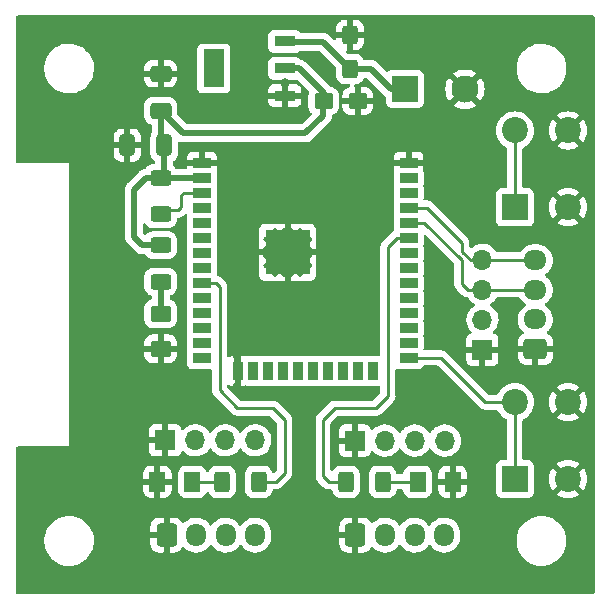
<source format=gbr>
%TF.GenerationSoftware,KiCad,Pcbnew,6.0.11-2627ca5db0~126~ubuntu20.04.1*%
%TF.CreationDate,2025-05-12T21:47:33+10:00*%
%TF.ProjectId,encoder_pcb,656e636f-6465-4725-9f70-63622e6b6963,rev?*%
%TF.SameCoordinates,Original*%
%TF.FileFunction,Copper,L1,Top*%
%TF.FilePolarity,Positive*%
%FSLAX46Y46*%
G04 Gerber Fmt 4.6, Leading zero omitted, Abs format (unit mm)*
G04 Created by KiCad (PCBNEW 6.0.11-2627ca5db0~126~ubuntu20.04.1) date 2025-05-12 21:47:33*
%MOMM*%
%LPD*%
G01*
G04 APERTURE LIST*
G04 Aperture macros list*
%AMRoundRect*
0 Rectangle with rounded corners*
0 $1 Rounding radius*
0 $2 $3 $4 $5 $6 $7 $8 $9 X,Y pos of 4 corners*
0 Add a 4 corners polygon primitive as box body*
4,1,4,$2,$3,$4,$5,$6,$7,$8,$9,$2,$3,0*
0 Add four circle primitives for the rounded corners*
1,1,$1+$1,$2,$3*
1,1,$1+$1,$4,$5*
1,1,$1+$1,$6,$7*
1,1,$1+$1,$8,$9*
0 Add four rect primitives between the rounded corners*
20,1,$1+$1,$2,$3,$4,$5,0*
20,1,$1+$1,$4,$5,$6,$7,0*
20,1,$1+$1,$6,$7,$8,$9,0*
20,1,$1+$1,$8,$9,$2,$3,0*%
G04 Aperture macros list end*
%TA.AperFunction,SMDPad,CuDef*%
%ADD10RoundRect,0.250001X-0.462499X-0.624999X0.462499X-0.624999X0.462499X0.624999X-0.462499X0.624999X0*%
%TD*%
%TA.AperFunction,ComponentPad*%
%ADD11R,1.700000X1.700000*%
%TD*%
%TA.AperFunction,ComponentPad*%
%ADD12O,1.700000X1.700000*%
%TD*%
%TA.AperFunction,SMDPad,CuDef*%
%ADD13RoundRect,0.250001X0.462499X0.624999X-0.462499X0.624999X-0.462499X-0.624999X0.462499X-0.624999X0*%
%TD*%
%TA.AperFunction,SMDPad,CuDef*%
%ADD14R,1.500000X0.900000*%
%TD*%
%TA.AperFunction,SMDPad,CuDef*%
%ADD15R,0.900000X1.500000*%
%TD*%
%TA.AperFunction,SMDPad,CuDef*%
%ADD16R,0.900000X0.900000*%
%TD*%
%TA.AperFunction,ComponentPad*%
%ADD17C,0.475000*%
%TD*%
%TA.AperFunction,SMDPad,CuDef*%
%ADD18R,3.800000X3.800000*%
%TD*%
%TA.AperFunction,SMDPad,CuDef*%
%ADD19RoundRect,0.250001X0.624999X-0.462499X0.624999X0.462499X-0.624999X0.462499X-0.624999X-0.462499X0*%
%TD*%
%TA.AperFunction,SMDPad,CuDef*%
%ADD20RoundRect,0.250000X-0.537500X-0.425000X0.537500X-0.425000X0.537500X0.425000X-0.537500X0.425000X0*%
%TD*%
%TA.AperFunction,SMDPad,CuDef*%
%ADD21RoundRect,0.250000X-0.625000X0.400000X-0.625000X-0.400000X0.625000X-0.400000X0.625000X0.400000X0*%
%TD*%
%TA.AperFunction,ComponentPad*%
%ADD22R,2.200000X2.200000*%
%TD*%
%TA.AperFunction,ComponentPad*%
%ADD23C,2.200000*%
%TD*%
%TA.AperFunction,ComponentPad*%
%ADD24RoundRect,0.250000X-0.600000X-0.725000X0.600000X-0.725000X0.600000X0.725000X-0.600000X0.725000X0*%
%TD*%
%TA.AperFunction,ComponentPad*%
%ADD25O,1.700000X1.950000*%
%TD*%
%TA.AperFunction,SMDPad,CuDef*%
%ADD26R,1.800000X0.900000*%
%TD*%
%TA.AperFunction,SMDPad,CuDef*%
%ADD27R,1.800000X3.200000*%
%TD*%
%TA.AperFunction,SMDPad,CuDef*%
%ADD28RoundRect,0.250000X0.412500X0.650000X-0.412500X0.650000X-0.412500X-0.650000X0.412500X-0.650000X0*%
%TD*%
%TA.AperFunction,ComponentPad*%
%ADD29C,2.300000*%
%TD*%
%TA.AperFunction,SMDPad,CuDef*%
%ADD30RoundRect,0.250000X0.400000X0.625000X-0.400000X0.625000X-0.400000X-0.625000X0.400000X-0.625000X0*%
%TD*%
%TA.AperFunction,SMDPad,CuDef*%
%ADD31RoundRect,0.250000X0.425000X-0.537500X0.425000X0.537500X-0.425000X0.537500X-0.425000X-0.537500X0*%
%TD*%
%TA.AperFunction,ComponentPad*%
%ADD32RoundRect,0.250000X0.725000X-0.600000X0.725000X0.600000X-0.725000X0.600000X-0.725000X-0.600000X0*%
%TD*%
%TA.AperFunction,ComponentPad*%
%ADD33O,1.950000X1.700000*%
%TD*%
%TA.AperFunction,SMDPad,CuDef*%
%ADD34RoundRect,0.250000X-0.400000X-0.625000X0.400000X-0.625000X0.400000X0.625000X-0.400000X0.625000X0*%
%TD*%
%TA.AperFunction,SMDPad,CuDef*%
%ADD35RoundRect,0.250000X0.650000X-0.412500X0.650000X0.412500X-0.650000X0.412500X-0.650000X-0.412500X0*%
%TD*%
%TA.AperFunction,ViaPad*%
%ADD36C,0.800000*%
%TD*%
%TA.AperFunction,Conductor*%
%ADD37C,0.500000*%
%TD*%
%TA.AperFunction,Conductor*%
%ADD38C,0.250000*%
%TD*%
G04 APERTURE END LIST*
D10*
%TO.P,D2,1,K*%
%TO.N,/GND*%
X131462500Y-115000000D03*
%TO.P,D2,2,A*%
%TO.N,Net-(D2-Pad2)*%
X134437500Y-115000000D03*
%TD*%
D11*
%TO.P,J5,1,Pin_1*%
%TO.N,/GND*%
X159000000Y-103800000D03*
D12*
%TO.P,J5,2,Pin_2*%
%TO.N,/VIN*%
X159000000Y-101260000D03*
%TO.P,J5,3,Pin_3*%
%TO.N,/TTLTX*%
X159000000Y-98720000D03*
%TO.P,J5,4,Pin_4*%
%TO.N,/TTLRX*%
X159000000Y-96180000D03*
%TD*%
D13*
%TO.P,D3,1,K*%
%TO.N,/GND*%
X156487500Y-115000000D03*
%TO.P,D3,2,A*%
%TO.N,Net-(D3-Pad2)*%
X153512500Y-115000000D03*
%TD*%
D14*
%TO.P,U1,1,GND*%
%TO.N,/GND*%
X135250000Y-87995000D03*
%TO.P,U1,2,VDD*%
%TO.N,/3.3V*%
X135250000Y-89265000D03*
%TO.P,U1,3,EN*%
%TO.N,/EN*%
X135250000Y-90535000D03*
%TO.P,U1,4,SENSOR_VP*%
%TO.N,unconnected-(U1-Pad4)*%
X135250000Y-91805000D03*
%TO.P,U1,5,SENSOR_VN*%
%TO.N,unconnected-(U1-Pad5)*%
X135250000Y-93075000D03*
%TO.P,U1,6,IO34*%
%TO.N,unconnected-(U1-Pad6)*%
X135250000Y-94345000D03*
%TO.P,U1,7,IO35*%
%TO.N,unconnected-(U1-Pad7)*%
X135250000Y-95615000D03*
%TO.P,U1,8,IO32*%
%TO.N,unconnected-(U1-Pad8)*%
X135250000Y-96885000D03*
%TO.P,U1,9,IO33*%
%TO.N,/LEFT_LED*%
X135250000Y-98155000D03*
%TO.P,U1,10,IO25*%
%TO.N,unconnected-(U1-Pad10)*%
X135250000Y-99425000D03*
%TO.P,U1,11,IO26*%
%TO.N,unconnected-(U1-Pad11)*%
X135250000Y-100695000D03*
%TO.P,U1,12,IO27*%
%TO.N,unconnected-(U1-Pad12)*%
X135250000Y-101965000D03*
%TO.P,U1,13,IO14*%
%TO.N,unconnected-(U1-Pad13)*%
X135250000Y-103235000D03*
%TO.P,U1,14,IO12*%
%TO.N,unconnected-(U1-Pad14)*%
X135250000Y-104505000D03*
D15*
%TO.P,U1,15,GND*%
%TO.N,/GND*%
X138285000Y-105600000D03*
%TO.P,U1,16,IO13*%
%TO.N,unconnected-(U1-Pad16)*%
X139555000Y-105600000D03*
%TO.P,U1,17,SHD/SD2*%
%TO.N,unconnected-(U1-Pad17)*%
X140825000Y-105600000D03*
%TO.P,U1,18,SWP/SD3*%
%TO.N,unconnected-(U1-Pad18)*%
X142095000Y-105600000D03*
%TO.P,U1,19,SCS/CMD*%
%TO.N,unconnected-(U1-Pad19)*%
X143365000Y-105600000D03*
%TO.P,U1,20,SCK/CLK*%
%TO.N,unconnected-(U1-Pad20)*%
X144635000Y-105600000D03*
%TO.P,U1,21,SDO/SD0*%
%TO.N,unconnected-(U1-Pad21)*%
X145905000Y-105600000D03*
%TO.P,U1,22,SDI/SD1*%
%TO.N,unconnected-(U1-Pad22)*%
X147175000Y-105600000D03*
%TO.P,U1,23,IO15*%
%TO.N,unconnected-(U1-Pad23)*%
X148445000Y-105600000D03*
%TO.P,U1,24,IO2*%
%TO.N,unconnected-(U1-Pad24)*%
X149715000Y-105600000D03*
D14*
%TO.P,U1,25,IO0*%
%TO.N,/IO0*%
X152750000Y-104505000D03*
%TO.P,U1,26,IO4*%
%TO.N,unconnected-(U1-Pad26)*%
X152750000Y-103235000D03*
%TO.P,U1,27,IO16*%
%TO.N,/LEFT_B*%
X152750000Y-101965000D03*
%TO.P,U1,28,IO17*%
%TO.N,/LEFT_A*%
X152750000Y-100695000D03*
%TO.P,U1,29,IO5*%
%TO.N,unconnected-(U1-Pad29)*%
X152750000Y-99425000D03*
%TO.P,U1,30,IO18*%
%TO.N,/RIGHT_A*%
X152750000Y-98155000D03*
%TO.P,U1,31,IO19*%
%TO.N,/RIGHT_B*%
X152750000Y-96885000D03*
%TO.P,U1,32,NC*%
%TO.N,unconnected-(U1-Pad32)*%
X152750000Y-95615000D03*
%TO.P,U1,33,IO21*%
%TO.N,/RIGHT_LED*%
X152750000Y-94345000D03*
%TO.P,U1,34,RXD0/IO3*%
%TO.N,/TTLTX*%
X152750000Y-93075000D03*
%TO.P,U1,35,TXD0/IO1*%
%TO.N,/TTLRX*%
X152750000Y-91805000D03*
%TO.P,U1,36,IO22*%
%TO.N,unconnected-(U1-Pad36)*%
X152750000Y-90535000D03*
%TO.P,U1,37,IO23*%
%TO.N,unconnected-(U1-Pad37)*%
X152750000Y-89265000D03*
%TO.P,U1,38,GND*%
%TO.N,/GND*%
X152750000Y-87995000D03*
D16*
%TO.P,U1,39,GND*%
X143900000Y-94160000D03*
D17*
X142500000Y-96260000D03*
D16*
X143900000Y-96960000D03*
D17*
X141100000Y-96260000D03*
X141100000Y-94860000D03*
X143900000Y-94860000D03*
D16*
X143900000Y-95560000D03*
D18*
X142500000Y-95560000D03*
D17*
X143200000Y-94160000D03*
X143200000Y-96960000D03*
X141800000Y-95560000D03*
X141800000Y-94160000D03*
D16*
X142500000Y-96960000D03*
X142500000Y-94160000D03*
D17*
X142500000Y-94860000D03*
X141800000Y-96960000D03*
D16*
X141100000Y-94160000D03*
X142500000Y-95560000D03*
X141100000Y-95560000D03*
X141100000Y-96960000D03*
D17*
X143200000Y-95560000D03*
X143900000Y-96260000D03*
%TD*%
D19*
%TO.P,D1,1,K*%
%TO.N,/GND*%
X131750000Y-103737500D03*
%TO.P,D1,2,A*%
%TO.N,Net-(D1-Pad2)*%
X131750000Y-100762500D03*
%TD*%
D20*
%TO.P,C3,1*%
%TO.N,/3.3V*%
X145562500Y-82750000D03*
%TO.P,C3,2*%
%TO.N,/GND*%
X148437500Y-82750000D03*
%TD*%
D21*
%TO.P,R1,1*%
%TO.N,/3.3V*%
X131750000Y-89250000D03*
%TO.P,R1,2*%
%TO.N,/EN*%
X131750000Y-92350000D03*
%TD*%
D22*
%TO.P,S2,1,COM_1*%
%TO.N,/IO0*%
X161750000Y-114750000D03*
D23*
%TO.P,S2,2,COM_2*%
X161750000Y-108250000D03*
%TO.P,S2,3,NO_1*%
%TO.N,/GND*%
X166250000Y-114750000D03*
%TO.P,S2,4,NO_2*%
X166250000Y-108250000D03*
%TD*%
D21*
%TO.P,R2,1*%
%TO.N,/3.3V*%
X131750000Y-94950000D03*
%TO.P,R2,2*%
%TO.N,Net-(D1-Pad2)*%
X131750000Y-98050000D03*
%TD*%
D24*
%TO.P,J3,1,Pin_1*%
%TO.N,/GND*%
X132250000Y-119500000D03*
D25*
%TO.P,J3,2,Pin_2*%
%TO.N,/3.3V*%
X134750000Y-119500000D03*
%TO.P,J3,3,Pin_3*%
%TO.N,/LEFT_A*%
X137250000Y-119500000D03*
%TO.P,J3,4,Pin_4*%
%TO.N,/LEFT_B*%
X139750000Y-119500000D03*
%TD*%
D11*
%TO.P,J6,1,Pin_1*%
%TO.N,/GND*%
X132150000Y-111475000D03*
D12*
%TO.P,J6,2,Pin_2*%
%TO.N,/3.3V*%
X134690000Y-111475000D03*
%TO.P,J6,3,Pin_3*%
%TO.N,/LEFT_A*%
X137230000Y-111475000D03*
%TO.P,J6,4,Pin_4*%
%TO.N,/LEFT_B*%
X139770000Y-111475000D03*
%TD*%
D26*
%TO.P,IC1,1,ADJ/GND*%
%TO.N,/GND*%
X142250000Y-82300000D03*
%TO.P,IC1,2,OUT*%
%TO.N,/3.3V*%
X142250000Y-80000000D03*
%TO.P,IC1,3,IN*%
%TO.N,/VIN*%
X142250000Y-77700000D03*
D27*
%TO.P,IC1,4,VOUT*%
%TO.N,unconnected-(IC1-Pad4)*%
X136250000Y-80000000D03*
%TD*%
D22*
%TO.P,S1,1,COM_1*%
%TO.N,/EN*%
X161750000Y-91750000D03*
D23*
%TO.P,S1,2,COM_2*%
X161750000Y-85250000D03*
%TO.P,S1,3,NO_1*%
%TO.N,/GND*%
X166250000Y-91750000D03*
%TO.P,S1,4,NO_2*%
X166250000Y-85250000D03*
%TD*%
D28*
%TO.P,C2,1*%
%TO.N,/3.3V*%
X132062500Y-86500000D03*
%TO.P,C2,2*%
%TO.N,/GND*%
X128937500Y-86500000D03*
%TD*%
D22*
%TO.P,J1,1,Pin_1*%
%TO.N,/VIN*%
X152438000Y-81750000D03*
D29*
%TO.P,J1,2,Pin_2*%
%TO.N,/GND*%
X157518000Y-81750000D03*
%TD*%
D24*
%TO.P,J4,1,Pin_1*%
%TO.N,/GND*%
X148250000Y-119500000D03*
D25*
%TO.P,J4,2,Pin_2*%
%TO.N,/3.3V*%
X150750000Y-119500000D03*
%TO.P,J4,3,Pin_3*%
%TO.N,/RIGHT_A*%
X153250000Y-119500000D03*
%TO.P,J4,4,Pin_4*%
%TO.N,/RIGHT_B*%
X155750000Y-119500000D03*
%TD*%
D30*
%TO.P,R3,1*%
%TO.N,/LEFT_LED*%
X140050000Y-115000000D03*
%TO.P,R3,2*%
%TO.N,Net-(D2-Pad2)*%
X136950000Y-115000000D03*
%TD*%
D31*
%TO.P,C4,1*%
%TO.N,/VIN*%
X147800000Y-80037500D03*
%TO.P,C4,2*%
%TO.N,/GND*%
X147800000Y-77162500D03*
%TD*%
D32*
%TO.P,J2,1,Pin_1*%
%TO.N,/GND*%
X163475000Y-103750000D03*
D33*
%TO.P,J2,2,Pin_2*%
%TO.N,/VIN*%
X163475000Y-101250000D03*
%TO.P,J2,3,Pin_3*%
%TO.N,/TTLTX*%
X163475000Y-98750000D03*
%TO.P,J2,4,Pin_4*%
%TO.N,/TTLRX*%
X163475000Y-96250000D03*
%TD*%
D34*
%TO.P,R4,1*%
%TO.N,/RIGHT_LED*%
X147450000Y-115000000D03*
%TO.P,R4,2*%
%TO.N,Net-(D3-Pad2)*%
X150550000Y-115000000D03*
%TD*%
D11*
%TO.P,J7,1,Pin_1*%
%TO.N,/GND*%
X148200000Y-111500000D03*
D12*
%TO.P,J7,2,Pin_2*%
%TO.N,/3.3V*%
X150740000Y-111500000D03*
%TO.P,J7,3,Pin_3*%
%TO.N,/RIGHT_A*%
X153280000Y-111500000D03*
%TO.P,J7,4,Pin_4*%
%TO.N,/RIGHT_B*%
X155820000Y-111500000D03*
%TD*%
D35*
%TO.P,C1,1*%
%TO.N,/3.3V*%
X131750000Y-83562500D03*
%TO.P,C1,2*%
%TO.N,/GND*%
X131750000Y-80437500D03*
%TD*%
D36*
%TO.N,/3.3V*%
X131750000Y-94950000D03*
%TO.N,/GND*%
X136750000Y-88000000D03*
X142250000Y-83500000D03*
X133750000Y-88000000D03*
X142250000Y-81250000D03*
X138250000Y-104250000D03*
X151250000Y-88000000D03*
X154250000Y-88000000D03*
X138250000Y-107000000D03*
%TO.N,/EN*%
X135250000Y-90535000D03*
%TO.N,/LEFT_A*%
X152750000Y-100695000D03*
%TO.N,/LEFT_B*%
X152750000Y-101965000D03*
%TO.N,/RIGHT_B*%
X152750000Y-96885000D03*
%TO.N,/RIGHT_A*%
X152750000Y-98155000D03*
%TD*%
D37*
%TO.N,/3.3V*%
X143500000Y-80000000D02*
X145562500Y-82062500D01*
X145500000Y-82812500D02*
X145562500Y-82750000D01*
X131750000Y-89250000D02*
X130500000Y-89250000D01*
X130500000Y-89250000D02*
X129500000Y-90250000D01*
X142250000Y-80000000D02*
X143500000Y-80000000D01*
X131750000Y-89250000D02*
X135235000Y-89250000D01*
X144000000Y-85500000D02*
X145500000Y-84000000D01*
X145500000Y-84000000D02*
X145500000Y-82812500D01*
X133687500Y-85500000D02*
X144000000Y-85500000D01*
X129500000Y-90250000D02*
X129500000Y-94250000D01*
X132062500Y-88937500D02*
X131750000Y-89250000D01*
X130200000Y-94950000D02*
X131750000Y-94950000D01*
X132062500Y-86500000D02*
X132062500Y-88937500D01*
X135235000Y-89250000D02*
X135250000Y-89265000D01*
X129500000Y-94250000D02*
X130200000Y-94950000D01*
X131750000Y-83562500D02*
X131750000Y-86187500D01*
X145562500Y-82062500D02*
X145562500Y-82750000D01*
X131750000Y-83562500D02*
X133687500Y-85500000D01*
X131750000Y-86187500D02*
X132062500Y-86500000D01*
%TO.N,/GND*%
X138285000Y-106965000D02*
X138250000Y-107000000D01*
X154245000Y-87995000D02*
X154250000Y-88000000D01*
X138250000Y-104250000D02*
X138250000Y-105565000D01*
X135250000Y-87995000D02*
X133755000Y-87995000D01*
X142250000Y-82300000D02*
X142250000Y-83500000D01*
X133755000Y-87995000D02*
X133750000Y-88000000D01*
X151255000Y-87995000D02*
X151250000Y-88000000D01*
X135250000Y-87995000D02*
X136745000Y-87995000D01*
X138285000Y-105600000D02*
X138285000Y-106965000D01*
X138250000Y-105565000D02*
X138285000Y-105600000D01*
X136745000Y-87995000D02*
X136750000Y-88000000D01*
X152750000Y-87995000D02*
X151255000Y-87995000D01*
X152750000Y-87995000D02*
X154245000Y-87995000D01*
X142250000Y-82300000D02*
X142250000Y-81250000D01*
%TO.N,/VIN*%
X151250000Y-81750000D02*
X149537500Y-80037500D01*
X145512500Y-77750000D02*
X142300000Y-77750000D01*
X152438000Y-81750000D02*
X151250000Y-81750000D01*
X142300000Y-77750000D02*
X142250000Y-77700000D01*
X147800000Y-80037500D02*
X145512500Y-77750000D01*
X149537500Y-80037500D02*
X147800000Y-80037500D01*
%TO.N,Net-(D1-Pad2)*%
X131750000Y-98050000D02*
X131750000Y-100762500D01*
D38*
%TO.N,Net-(D2-Pad2)*%
X134437500Y-115000000D02*
X136950000Y-115000000D01*
%TO.N,Net-(D3-Pad2)*%
X150550000Y-115000000D02*
X153512500Y-115000000D01*
%TO.N,/TTLTX*%
X157780000Y-98720000D02*
X159000000Y-98720000D01*
X157750000Y-98750000D02*
X157780000Y-98720000D01*
X157250000Y-96250000D02*
X157250000Y-98250000D01*
X159000000Y-98720000D02*
X163445000Y-98720000D01*
X163920000Y-98720000D02*
X163950000Y-98750000D01*
X152750000Y-93075000D02*
X154075000Y-93075000D01*
X154075000Y-93075000D02*
X157250000Y-96250000D01*
X157250000Y-98250000D02*
X157750000Y-98750000D01*
%TO.N,/TTLRX*%
X163880000Y-96180000D02*
X163950000Y-96250000D01*
X158930000Y-96250000D02*
X159000000Y-96180000D01*
X159000000Y-96180000D02*
X163405000Y-96180000D01*
X158000000Y-96250000D02*
X158930000Y-96250000D01*
X154305000Y-91805000D02*
X157250000Y-94750000D01*
X157250000Y-94750000D02*
X157250000Y-95500000D01*
X157250000Y-95500000D02*
X158000000Y-96250000D01*
X152750000Y-91805000D02*
X154305000Y-91805000D01*
%TO.N,/EN*%
X133715000Y-90535000D02*
X135250000Y-90535000D01*
X132100000Y-92000000D02*
X133250000Y-92000000D01*
X133250000Y-92000000D02*
X133500000Y-91750000D01*
X161750000Y-85250000D02*
X161750000Y-91750000D01*
X133500000Y-90750000D02*
X133715000Y-90535000D01*
X131750000Y-92350000D02*
X132100000Y-92000000D01*
X133500000Y-91750000D02*
X133500000Y-90750000D01*
%TO.N,/IO0*%
X152750000Y-104505000D02*
X155505000Y-104505000D01*
X161750000Y-108250000D02*
X161750000Y-114750000D01*
X155505000Y-104505000D02*
X159250000Y-108250000D01*
X159250000Y-108250000D02*
X161750000Y-108250000D01*
%TO.N,/LEFT_LED*%
X141250000Y-108750000D02*
X138250000Y-108750000D01*
X142250000Y-114250000D02*
X142250000Y-109750000D01*
X138250000Y-108750000D02*
X136750000Y-107250000D01*
X141500000Y-115000000D02*
X142250000Y-114250000D01*
X136405000Y-98155000D02*
X135250000Y-98155000D01*
X142250000Y-109750000D02*
X141250000Y-108750000D01*
X136750000Y-107250000D02*
X136750000Y-98500000D01*
X136750000Y-98500000D02*
X136405000Y-98155000D01*
X140050000Y-115000000D02*
X141500000Y-115000000D01*
%TO.N,/RIGHT_LED*%
X151000000Y-95095000D02*
X151000000Y-107750000D01*
X151000000Y-107750000D02*
X150000000Y-108750000D01*
X151750000Y-94345000D02*
X151000000Y-95095000D01*
X146000000Y-115000000D02*
X147450000Y-115000000D01*
X152750000Y-94345000D02*
X151750000Y-94345000D01*
X145500000Y-109750000D02*
X145500000Y-114500000D01*
X146500000Y-108750000D02*
X145500000Y-109750000D01*
X145500000Y-114500000D02*
X146000000Y-115000000D01*
X150000000Y-108750000D02*
X146500000Y-108750000D01*
%TD*%
%TA.AperFunction,Conductor*%
%TO.N,/GND*%
G36*
X168433621Y-75528502D02*
G01*
X168480114Y-75582158D01*
X168491500Y-75634500D01*
X168491500Y-124365500D01*
X168471498Y-124433621D01*
X168417842Y-124480114D01*
X168365500Y-124491500D01*
X119634500Y-124491500D01*
X119566379Y-124471498D01*
X119519886Y-124417842D01*
X119508500Y-124365500D01*
X119508500Y-120132703D01*
X121890743Y-120132703D01*
X121928268Y-120417734D01*
X122004129Y-120695036D01*
X122005813Y-120698984D01*
X122103902Y-120928948D01*
X122116923Y-120959476D01*
X122264561Y-121206161D01*
X122444313Y-121430528D01*
X122652851Y-121628423D01*
X122886317Y-121796186D01*
X122890112Y-121798195D01*
X122890113Y-121798196D01*
X122911869Y-121809715D01*
X123140392Y-121930712D01*
X123410373Y-122029511D01*
X123691264Y-122090755D01*
X123719841Y-122093004D01*
X123914282Y-122108307D01*
X123914291Y-122108307D01*
X123916739Y-122108500D01*
X124072271Y-122108500D01*
X124074407Y-122108354D01*
X124074418Y-122108354D01*
X124282548Y-122094165D01*
X124282554Y-122094164D01*
X124286825Y-122093873D01*
X124291020Y-122093004D01*
X124291022Y-122093004D01*
X124427583Y-122064724D01*
X124568342Y-122035574D01*
X124839343Y-121939607D01*
X125094812Y-121807750D01*
X125098313Y-121805289D01*
X125098317Y-121805287D01*
X125212417Y-121725096D01*
X125330023Y-121642441D01*
X125540622Y-121446740D01*
X125722713Y-121224268D01*
X125872927Y-120979142D01*
X125876880Y-120970138D01*
X125986757Y-120719830D01*
X125988483Y-120715898D01*
X126067244Y-120439406D01*
X126091055Y-120272095D01*
X130892001Y-120272095D01*
X130892338Y-120278614D01*
X130902257Y-120374206D01*
X130905149Y-120387600D01*
X130956588Y-120541784D01*
X130962761Y-120554962D01*
X131048063Y-120692807D01*
X131057099Y-120704208D01*
X131171829Y-120818739D01*
X131183240Y-120827751D01*
X131321243Y-120912816D01*
X131334424Y-120918963D01*
X131488710Y-120970138D01*
X131502086Y-120973005D01*
X131596438Y-120982672D01*
X131602854Y-120983000D01*
X131977885Y-120983000D01*
X131993124Y-120978525D01*
X131994329Y-120977135D01*
X131996000Y-120969452D01*
X131996000Y-120964884D01*
X132504000Y-120964884D01*
X132508475Y-120980123D01*
X132509865Y-120981328D01*
X132517548Y-120982999D01*
X132897095Y-120982999D01*
X132903614Y-120982662D01*
X132999206Y-120972743D01*
X133012600Y-120969851D01*
X133166784Y-120918412D01*
X133179962Y-120912239D01*
X133317807Y-120826937D01*
X133329208Y-120817901D01*
X133443739Y-120703171D01*
X133452753Y-120691757D01*
X133538723Y-120552287D01*
X133591495Y-120504793D01*
X133661566Y-120493369D01*
X133726690Y-120521643D01*
X133737149Y-120531426D01*
X133846576Y-120646135D01*
X134031542Y-120783754D01*
X134036293Y-120786170D01*
X134036297Y-120786172D01*
X134098704Y-120817901D01*
X134237051Y-120888240D01*
X134242145Y-120889822D01*
X134242148Y-120889823D01*
X134442020Y-120951885D01*
X134457227Y-120956607D01*
X134462516Y-120957308D01*
X134680489Y-120986198D01*
X134680494Y-120986198D01*
X134685774Y-120986898D01*
X134691103Y-120986698D01*
X134691105Y-120986698D01*
X134800966Y-120982574D01*
X134916158Y-120978249D01*
X134921468Y-120977135D01*
X135136572Y-120932002D01*
X135141791Y-120930907D01*
X135146750Y-120928949D01*
X135146752Y-120928948D01*
X135351256Y-120848185D01*
X135351258Y-120848184D01*
X135356221Y-120846224D01*
X135455184Y-120786172D01*
X135548757Y-120729390D01*
X135548756Y-120729390D01*
X135553317Y-120726623D01*
X135594488Y-120690897D01*
X135723412Y-120579023D01*
X135723414Y-120579021D01*
X135727445Y-120575523D01*
X135794807Y-120493369D01*
X135870240Y-120401373D01*
X135870244Y-120401367D01*
X135873624Y-120397245D01*
X135891552Y-120365750D01*
X135942632Y-120316445D01*
X136012262Y-120302583D01*
X136078333Y-120328566D01*
X136105573Y-120357716D01*
X136187441Y-120479319D01*
X136191120Y-120483176D01*
X136191122Y-120483178D01*
X136247030Y-120541784D01*
X136346576Y-120646135D01*
X136531542Y-120783754D01*
X136536293Y-120786170D01*
X136536297Y-120786172D01*
X136598704Y-120817901D01*
X136737051Y-120888240D01*
X136742145Y-120889822D01*
X136742148Y-120889823D01*
X136942020Y-120951885D01*
X136957227Y-120956607D01*
X136962516Y-120957308D01*
X137180489Y-120986198D01*
X137180494Y-120986198D01*
X137185774Y-120986898D01*
X137191103Y-120986698D01*
X137191105Y-120986698D01*
X137300966Y-120982574D01*
X137416158Y-120978249D01*
X137421468Y-120977135D01*
X137636572Y-120932002D01*
X137641791Y-120930907D01*
X137646750Y-120928949D01*
X137646752Y-120928948D01*
X137851256Y-120848185D01*
X137851258Y-120848184D01*
X137856221Y-120846224D01*
X137955184Y-120786172D01*
X138048757Y-120729390D01*
X138048756Y-120729390D01*
X138053317Y-120726623D01*
X138094488Y-120690897D01*
X138223412Y-120579023D01*
X138223414Y-120579021D01*
X138227445Y-120575523D01*
X138294807Y-120493369D01*
X138370240Y-120401373D01*
X138370244Y-120401367D01*
X138373624Y-120397245D01*
X138391552Y-120365750D01*
X138442632Y-120316445D01*
X138512262Y-120302583D01*
X138578333Y-120328566D01*
X138605573Y-120357716D01*
X138687441Y-120479319D01*
X138691120Y-120483176D01*
X138691122Y-120483178D01*
X138747030Y-120541784D01*
X138846576Y-120646135D01*
X139031542Y-120783754D01*
X139036293Y-120786170D01*
X139036297Y-120786172D01*
X139098704Y-120817901D01*
X139237051Y-120888240D01*
X139242145Y-120889822D01*
X139242148Y-120889823D01*
X139442020Y-120951885D01*
X139457227Y-120956607D01*
X139462516Y-120957308D01*
X139680489Y-120986198D01*
X139680494Y-120986198D01*
X139685774Y-120986898D01*
X139691103Y-120986698D01*
X139691105Y-120986698D01*
X139800966Y-120982574D01*
X139916158Y-120978249D01*
X139921468Y-120977135D01*
X140136572Y-120932002D01*
X140141791Y-120930907D01*
X140146750Y-120928949D01*
X140146752Y-120928948D01*
X140351256Y-120848185D01*
X140351258Y-120848184D01*
X140356221Y-120846224D01*
X140455184Y-120786172D01*
X140548757Y-120729390D01*
X140548756Y-120729390D01*
X140553317Y-120726623D01*
X140594488Y-120690897D01*
X140723412Y-120579023D01*
X140723414Y-120579021D01*
X140727445Y-120575523D01*
X140794807Y-120493369D01*
X140870240Y-120401373D01*
X140870244Y-120401367D01*
X140873624Y-120397245D01*
X140879115Y-120387600D01*
X140944864Y-120272095D01*
X146892001Y-120272095D01*
X146892338Y-120278614D01*
X146902257Y-120374206D01*
X146905149Y-120387600D01*
X146956588Y-120541784D01*
X146962761Y-120554962D01*
X147048063Y-120692807D01*
X147057099Y-120704208D01*
X147171829Y-120818739D01*
X147183240Y-120827751D01*
X147321243Y-120912816D01*
X147334424Y-120918963D01*
X147488710Y-120970138D01*
X147502086Y-120973005D01*
X147596438Y-120982672D01*
X147602854Y-120983000D01*
X147977885Y-120983000D01*
X147993124Y-120978525D01*
X147994329Y-120977135D01*
X147996000Y-120969452D01*
X147996000Y-120964884D01*
X148504000Y-120964884D01*
X148508475Y-120980123D01*
X148509865Y-120981328D01*
X148517548Y-120982999D01*
X148897095Y-120982999D01*
X148903614Y-120982662D01*
X148999206Y-120972743D01*
X149012600Y-120969851D01*
X149166784Y-120918412D01*
X149179962Y-120912239D01*
X149317807Y-120826937D01*
X149329208Y-120817901D01*
X149443739Y-120703171D01*
X149452753Y-120691757D01*
X149538723Y-120552287D01*
X149591495Y-120504793D01*
X149661566Y-120493369D01*
X149726690Y-120521643D01*
X149737149Y-120531426D01*
X149846576Y-120646135D01*
X150031542Y-120783754D01*
X150036293Y-120786170D01*
X150036297Y-120786172D01*
X150098704Y-120817901D01*
X150237051Y-120888240D01*
X150242145Y-120889822D01*
X150242148Y-120889823D01*
X150442020Y-120951885D01*
X150457227Y-120956607D01*
X150462516Y-120957308D01*
X150680489Y-120986198D01*
X150680494Y-120986198D01*
X150685774Y-120986898D01*
X150691103Y-120986698D01*
X150691105Y-120986698D01*
X150800966Y-120982574D01*
X150916158Y-120978249D01*
X150921468Y-120977135D01*
X151136572Y-120932002D01*
X151141791Y-120930907D01*
X151146750Y-120928949D01*
X151146752Y-120928948D01*
X151351256Y-120848185D01*
X151351258Y-120848184D01*
X151356221Y-120846224D01*
X151455184Y-120786172D01*
X151548757Y-120729390D01*
X151548756Y-120729390D01*
X151553317Y-120726623D01*
X151594488Y-120690897D01*
X151723412Y-120579023D01*
X151723414Y-120579021D01*
X151727445Y-120575523D01*
X151794807Y-120493369D01*
X151870240Y-120401373D01*
X151870244Y-120401367D01*
X151873624Y-120397245D01*
X151891552Y-120365750D01*
X151942632Y-120316445D01*
X152012262Y-120302583D01*
X152078333Y-120328566D01*
X152105573Y-120357716D01*
X152187441Y-120479319D01*
X152191120Y-120483176D01*
X152191122Y-120483178D01*
X152247030Y-120541784D01*
X152346576Y-120646135D01*
X152531542Y-120783754D01*
X152536293Y-120786170D01*
X152536297Y-120786172D01*
X152598704Y-120817901D01*
X152737051Y-120888240D01*
X152742145Y-120889822D01*
X152742148Y-120889823D01*
X152942020Y-120951885D01*
X152957227Y-120956607D01*
X152962516Y-120957308D01*
X153180489Y-120986198D01*
X153180494Y-120986198D01*
X153185774Y-120986898D01*
X153191103Y-120986698D01*
X153191105Y-120986698D01*
X153300966Y-120982574D01*
X153416158Y-120978249D01*
X153421468Y-120977135D01*
X153636572Y-120932002D01*
X153641791Y-120930907D01*
X153646750Y-120928949D01*
X153646752Y-120928948D01*
X153851256Y-120848185D01*
X153851258Y-120848184D01*
X153856221Y-120846224D01*
X153955184Y-120786172D01*
X154048757Y-120729390D01*
X154048756Y-120729390D01*
X154053317Y-120726623D01*
X154094488Y-120690897D01*
X154223412Y-120579023D01*
X154223414Y-120579021D01*
X154227445Y-120575523D01*
X154294807Y-120493369D01*
X154370240Y-120401373D01*
X154370244Y-120401367D01*
X154373624Y-120397245D01*
X154391552Y-120365750D01*
X154442632Y-120316445D01*
X154512262Y-120302583D01*
X154578333Y-120328566D01*
X154605573Y-120357716D01*
X154687441Y-120479319D01*
X154691120Y-120483176D01*
X154691122Y-120483178D01*
X154747030Y-120541784D01*
X154846576Y-120646135D01*
X155031542Y-120783754D01*
X155036293Y-120786170D01*
X155036297Y-120786172D01*
X155098704Y-120817901D01*
X155237051Y-120888240D01*
X155242145Y-120889822D01*
X155242148Y-120889823D01*
X155442020Y-120951885D01*
X155457227Y-120956607D01*
X155462516Y-120957308D01*
X155680489Y-120986198D01*
X155680494Y-120986198D01*
X155685774Y-120986898D01*
X155691103Y-120986698D01*
X155691105Y-120986698D01*
X155800966Y-120982574D01*
X155916158Y-120978249D01*
X155921468Y-120977135D01*
X156136572Y-120932002D01*
X156141791Y-120930907D01*
X156146750Y-120928949D01*
X156146752Y-120928948D01*
X156351256Y-120848185D01*
X156351258Y-120848184D01*
X156356221Y-120846224D01*
X156455184Y-120786172D01*
X156548757Y-120729390D01*
X156548756Y-120729390D01*
X156553317Y-120726623D01*
X156594488Y-120690897D01*
X156723412Y-120579023D01*
X156723414Y-120579021D01*
X156727445Y-120575523D01*
X156794807Y-120493369D01*
X156870240Y-120401373D01*
X156870244Y-120401367D01*
X156873624Y-120397245D01*
X156879115Y-120387600D01*
X156985032Y-120201529D01*
X156987675Y-120196886D01*
X157010972Y-120132703D01*
X161890743Y-120132703D01*
X161928268Y-120417734D01*
X162004129Y-120695036D01*
X162005813Y-120698984D01*
X162103902Y-120928948D01*
X162116923Y-120959476D01*
X162264561Y-121206161D01*
X162444313Y-121430528D01*
X162652851Y-121628423D01*
X162886317Y-121796186D01*
X162890112Y-121798195D01*
X162890113Y-121798196D01*
X162911869Y-121809715D01*
X163140392Y-121930712D01*
X163410373Y-122029511D01*
X163691264Y-122090755D01*
X163719841Y-122093004D01*
X163914282Y-122108307D01*
X163914291Y-122108307D01*
X163916739Y-122108500D01*
X164072271Y-122108500D01*
X164074407Y-122108354D01*
X164074418Y-122108354D01*
X164282548Y-122094165D01*
X164282554Y-122094164D01*
X164286825Y-122093873D01*
X164291020Y-122093004D01*
X164291022Y-122093004D01*
X164427583Y-122064724D01*
X164568342Y-122035574D01*
X164839343Y-121939607D01*
X165094812Y-121807750D01*
X165098313Y-121805289D01*
X165098317Y-121805287D01*
X165212417Y-121725096D01*
X165330023Y-121642441D01*
X165540622Y-121446740D01*
X165722713Y-121224268D01*
X165872927Y-120979142D01*
X165876880Y-120970138D01*
X165986757Y-120719830D01*
X165988483Y-120715898D01*
X166067244Y-120439406D01*
X166107751Y-120154784D01*
X166107845Y-120136951D01*
X166109235Y-119871583D01*
X166109235Y-119871576D01*
X166109257Y-119867297D01*
X166071732Y-119582266D01*
X165995871Y-119304964D01*
X165985295Y-119280170D01*
X165884763Y-119044476D01*
X165884761Y-119044472D01*
X165883077Y-119040524D01*
X165735439Y-118793839D01*
X165555687Y-118569472D01*
X165347149Y-118371577D01*
X165113683Y-118203814D01*
X165091843Y-118192250D01*
X165068654Y-118179972D01*
X164859608Y-118069288D01*
X164589627Y-117970489D01*
X164308736Y-117909245D01*
X164277685Y-117906801D01*
X164085718Y-117891693D01*
X164085709Y-117891693D01*
X164083261Y-117891500D01*
X163927729Y-117891500D01*
X163925593Y-117891646D01*
X163925582Y-117891646D01*
X163717452Y-117905835D01*
X163717446Y-117905836D01*
X163713175Y-117906127D01*
X163708980Y-117906996D01*
X163708978Y-117906996D01*
X163572416Y-117935277D01*
X163431658Y-117964426D01*
X163160657Y-118060393D01*
X162905188Y-118192250D01*
X162901687Y-118194711D01*
X162901683Y-118194713D01*
X162871045Y-118216246D01*
X162669977Y-118357559D01*
X162654892Y-118371577D01*
X162514051Y-118502455D01*
X162459378Y-118553260D01*
X162277287Y-118775732D01*
X162127073Y-119020858D01*
X162125347Y-119024791D01*
X162125346Y-119024792D01*
X162034190Y-119232452D01*
X162011517Y-119284102D01*
X161932756Y-119560594D01*
X161892249Y-119845216D01*
X161892227Y-119849505D01*
X161892226Y-119849512D01*
X161891030Y-120077872D01*
X161890743Y-120132703D01*
X157010972Y-120132703D01*
X157066337Y-119980175D01*
X157089965Y-119849512D01*
X157106623Y-119757392D01*
X157106624Y-119757385D01*
X157107361Y-119753308D01*
X157108500Y-119729156D01*
X157108500Y-119317110D01*
X157093920Y-119145280D01*
X157092582Y-119140125D01*
X157092581Y-119140119D01*
X157037343Y-118927297D01*
X157037342Y-118927293D01*
X157036001Y-118922128D01*
X156941312Y-118711925D01*
X156812559Y-118520681D01*
X156653424Y-118353865D01*
X156468458Y-118216246D01*
X156463707Y-118213830D01*
X156463703Y-118213828D01*
X156341731Y-118151815D01*
X156262949Y-118111760D01*
X156257855Y-118110178D01*
X156257852Y-118110177D01*
X156047871Y-118044976D01*
X156042773Y-118043393D01*
X156037484Y-118042692D01*
X155819511Y-118013802D01*
X155819506Y-118013802D01*
X155814226Y-118013102D01*
X155808897Y-118013302D01*
X155808895Y-118013302D01*
X155710368Y-118017001D01*
X155583842Y-118021751D01*
X155578623Y-118022846D01*
X155558849Y-118026995D01*
X155358209Y-118069093D01*
X155353250Y-118071051D01*
X155353248Y-118071052D01*
X155148744Y-118151815D01*
X155148742Y-118151816D01*
X155143779Y-118153776D01*
X155139220Y-118156543D01*
X155139217Y-118156544D01*
X155040832Y-118216246D01*
X154946683Y-118273377D01*
X154942653Y-118276874D01*
X154836402Y-118369074D01*
X154772555Y-118424477D01*
X154769168Y-118428608D01*
X154629760Y-118598627D01*
X154629756Y-118598633D01*
X154626376Y-118602755D01*
X154608448Y-118634250D01*
X154557368Y-118683555D01*
X154487738Y-118697417D01*
X154421667Y-118671434D01*
X154394427Y-118642284D01*
X154315539Y-118525108D01*
X154312559Y-118520681D01*
X154153424Y-118353865D01*
X153968458Y-118216246D01*
X153963707Y-118213830D01*
X153963703Y-118213828D01*
X153841731Y-118151815D01*
X153762949Y-118111760D01*
X153757855Y-118110178D01*
X153757852Y-118110177D01*
X153547871Y-118044976D01*
X153542773Y-118043393D01*
X153537484Y-118042692D01*
X153319511Y-118013802D01*
X153319506Y-118013802D01*
X153314226Y-118013102D01*
X153308897Y-118013302D01*
X153308895Y-118013302D01*
X153210368Y-118017001D01*
X153083842Y-118021751D01*
X153078623Y-118022846D01*
X153058849Y-118026995D01*
X152858209Y-118069093D01*
X152853250Y-118071051D01*
X152853248Y-118071052D01*
X152648744Y-118151815D01*
X152648742Y-118151816D01*
X152643779Y-118153776D01*
X152639220Y-118156543D01*
X152639217Y-118156544D01*
X152540832Y-118216246D01*
X152446683Y-118273377D01*
X152442653Y-118276874D01*
X152336402Y-118369074D01*
X152272555Y-118424477D01*
X152269168Y-118428608D01*
X152129760Y-118598627D01*
X152129756Y-118598633D01*
X152126376Y-118602755D01*
X152108448Y-118634250D01*
X152057368Y-118683555D01*
X151987738Y-118697417D01*
X151921667Y-118671434D01*
X151894427Y-118642284D01*
X151815539Y-118525108D01*
X151812559Y-118520681D01*
X151653424Y-118353865D01*
X151468458Y-118216246D01*
X151463707Y-118213830D01*
X151463703Y-118213828D01*
X151341731Y-118151815D01*
X151262949Y-118111760D01*
X151257855Y-118110178D01*
X151257852Y-118110177D01*
X151047871Y-118044976D01*
X151042773Y-118043393D01*
X151037484Y-118042692D01*
X150819511Y-118013802D01*
X150819506Y-118013802D01*
X150814226Y-118013102D01*
X150808897Y-118013302D01*
X150808895Y-118013302D01*
X150710368Y-118017001D01*
X150583842Y-118021751D01*
X150578623Y-118022846D01*
X150558849Y-118026995D01*
X150358209Y-118069093D01*
X150353250Y-118071051D01*
X150353248Y-118071052D01*
X150148744Y-118151815D01*
X150148742Y-118151816D01*
X150143779Y-118153776D01*
X150139220Y-118156543D01*
X150139217Y-118156544D01*
X150040832Y-118216246D01*
X149946683Y-118273377D01*
X149942653Y-118276874D01*
X149836402Y-118369074D01*
X149772555Y-118424477D01*
X149769168Y-118428608D01*
X149742994Y-118460529D01*
X149684334Y-118500524D01*
X149613364Y-118502455D01*
X149552616Y-118465710D01*
X149538416Y-118446941D01*
X149451937Y-118307193D01*
X149442901Y-118295792D01*
X149328171Y-118181261D01*
X149316760Y-118172249D01*
X149178757Y-118087184D01*
X149165576Y-118081037D01*
X149011290Y-118029862D01*
X148997914Y-118026995D01*
X148903562Y-118017328D01*
X148897145Y-118017000D01*
X148522115Y-118017000D01*
X148506876Y-118021475D01*
X148505671Y-118022865D01*
X148504000Y-118030548D01*
X148504000Y-120964884D01*
X147996000Y-120964884D01*
X147996000Y-119772115D01*
X147991525Y-119756876D01*
X147990135Y-119755671D01*
X147982452Y-119754000D01*
X146910116Y-119754000D01*
X146894877Y-119758475D01*
X146893672Y-119759865D01*
X146892001Y-119767548D01*
X146892001Y-120272095D01*
X140944864Y-120272095D01*
X140985032Y-120201529D01*
X140987675Y-120196886D01*
X141066337Y-119980175D01*
X141089965Y-119849512D01*
X141106623Y-119757392D01*
X141106624Y-119757385D01*
X141107361Y-119753308D01*
X141108500Y-119729156D01*
X141108500Y-119317110D01*
X141100929Y-119227885D01*
X146892000Y-119227885D01*
X146896475Y-119243124D01*
X146897865Y-119244329D01*
X146905548Y-119246000D01*
X147977885Y-119246000D01*
X147993124Y-119241525D01*
X147994329Y-119240135D01*
X147996000Y-119232452D01*
X147996000Y-118035116D01*
X147991525Y-118019877D01*
X147990135Y-118018672D01*
X147982452Y-118017001D01*
X147602905Y-118017001D01*
X147596386Y-118017338D01*
X147500794Y-118027257D01*
X147487400Y-118030149D01*
X147333216Y-118081588D01*
X147320038Y-118087761D01*
X147182193Y-118173063D01*
X147170792Y-118182099D01*
X147056261Y-118296829D01*
X147047249Y-118308240D01*
X146962184Y-118446243D01*
X146956037Y-118459424D01*
X146904862Y-118613710D01*
X146901995Y-118627086D01*
X146892328Y-118721438D01*
X146892000Y-118727855D01*
X146892000Y-119227885D01*
X141100929Y-119227885D01*
X141093920Y-119145280D01*
X141092582Y-119140125D01*
X141092581Y-119140119D01*
X141037343Y-118927297D01*
X141037342Y-118927293D01*
X141036001Y-118922128D01*
X140941312Y-118711925D01*
X140812559Y-118520681D01*
X140653424Y-118353865D01*
X140468458Y-118216246D01*
X140463707Y-118213830D01*
X140463703Y-118213828D01*
X140341731Y-118151815D01*
X140262949Y-118111760D01*
X140257855Y-118110178D01*
X140257852Y-118110177D01*
X140047871Y-118044976D01*
X140042773Y-118043393D01*
X140037484Y-118042692D01*
X139819511Y-118013802D01*
X139819506Y-118013802D01*
X139814226Y-118013102D01*
X139808897Y-118013302D01*
X139808895Y-118013302D01*
X139710368Y-118017001D01*
X139583842Y-118021751D01*
X139578623Y-118022846D01*
X139558849Y-118026995D01*
X139358209Y-118069093D01*
X139353250Y-118071051D01*
X139353248Y-118071052D01*
X139148744Y-118151815D01*
X139148742Y-118151816D01*
X139143779Y-118153776D01*
X139139220Y-118156543D01*
X139139217Y-118156544D01*
X139040832Y-118216246D01*
X138946683Y-118273377D01*
X138942653Y-118276874D01*
X138836402Y-118369074D01*
X138772555Y-118424477D01*
X138769168Y-118428608D01*
X138629760Y-118598627D01*
X138629756Y-118598633D01*
X138626376Y-118602755D01*
X138608448Y-118634250D01*
X138557368Y-118683555D01*
X138487738Y-118697417D01*
X138421667Y-118671434D01*
X138394427Y-118642284D01*
X138315539Y-118525108D01*
X138312559Y-118520681D01*
X138153424Y-118353865D01*
X137968458Y-118216246D01*
X137963707Y-118213830D01*
X137963703Y-118213828D01*
X137841731Y-118151815D01*
X137762949Y-118111760D01*
X137757855Y-118110178D01*
X137757852Y-118110177D01*
X137547871Y-118044976D01*
X137542773Y-118043393D01*
X137537484Y-118042692D01*
X137319511Y-118013802D01*
X137319506Y-118013802D01*
X137314226Y-118013102D01*
X137308897Y-118013302D01*
X137308895Y-118013302D01*
X137210368Y-118017001D01*
X137083842Y-118021751D01*
X137078623Y-118022846D01*
X137058849Y-118026995D01*
X136858209Y-118069093D01*
X136853250Y-118071051D01*
X136853248Y-118071052D01*
X136648744Y-118151815D01*
X136648742Y-118151816D01*
X136643779Y-118153776D01*
X136639220Y-118156543D01*
X136639217Y-118156544D01*
X136540832Y-118216246D01*
X136446683Y-118273377D01*
X136442653Y-118276874D01*
X136336402Y-118369074D01*
X136272555Y-118424477D01*
X136269168Y-118428608D01*
X136129760Y-118598627D01*
X136129756Y-118598633D01*
X136126376Y-118602755D01*
X136108448Y-118634250D01*
X136057368Y-118683555D01*
X135987738Y-118697417D01*
X135921667Y-118671434D01*
X135894427Y-118642284D01*
X135815539Y-118525108D01*
X135812559Y-118520681D01*
X135653424Y-118353865D01*
X135468458Y-118216246D01*
X135463707Y-118213830D01*
X135463703Y-118213828D01*
X135341731Y-118151815D01*
X135262949Y-118111760D01*
X135257855Y-118110178D01*
X135257852Y-118110177D01*
X135047871Y-118044976D01*
X135042773Y-118043393D01*
X135037484Y-118042692D01*
X134819511Y-118013802D01*
X134819506Y-118013802D01*
X134814226Y-118013102D01*
X134808897Y-118013302D01*
X134808895Y-118013302D01*
X134710368Y-118017001D01*
X134583842Y-118021751D01*
X134578623Y-118022846D01*
X134558849Y-118026995D01*
X134358209Y-118069093D01*
X134353250Y-118071051D01*
X134353248Y-118071052D01*
X134148744Y-118151815D01*
X134148742Y-118151816D01*
X134143779Y-118153776D01*
X134139220Y-118156543D01*
X134139217Y-118156544D01*
X134040832Y-118216246D01*
X133946683Y-118273377D01*
X133942653Y-118276874D01*
X133836402Y-118369074D01*
X133772555Y-118424477D01*
X133769168Y-118428608D01*
X133742994Y-118460529D01*
X133684334Y-118500524D01*
X133613364Y-118502455D01*
X133552616Y-118465710D01*
X133538416Y-118446941D01*
X133451937Y-118307193D01*
X133442901Y-118295792D01*
X133328171Y-118181261D01*
X133316760Y-118172249D01*
X133178757Y-118087184D01*
X133165576Y-118081037D01*
X133011290Y-118029862D01*
X132997914Y-118026995D01*
X132903562Y-118017328D01*
X132897145Y-118017000D01*
X132522115Y-118017000D01*
X132506876Y-118021475D01*
X132505671Y-118022865D01*
X132504000Y-118030548D01*
X132504000Y-120964884D01*
X131996000Y-120964884D01*
X131996000Y-119772115D01*
X131991525Y-119756876D01*
X131990135Y-119755671D01*
X131982452Y-119754000D01*
X130910116Y-119754000D01*
X130894877Y-119758475D01*
X130893672Y-119759865D01*
X130892001Y-119767548D01*
X130892001Y-120272095D01*
X126091055Y-120272095D01*
X126107751Y-120154784D01*
X126107845Y-120136951D01*
X126109235Y-119871583D01*
X126109235Y-119871576D01*
X126109257Y-119867297D01*
X126071732Y-119582266D01*
X125995871Y-119304964D01*
X125985295Y-119280170D01*
X125962994Y-119227885D01*
X130892000Y-119227885D01*
X130896475Y-119243124D01*
X130897865Y-119244329D01*
X130905548Y-119246000D01*
X131977885Y-119246000D01*
X131993124Y-119241525D01*
X131994329Y-119240135D01*
X131996000Y-119232452D01*
X131996000Y-118035116D01*
X131991525Y-118019877D01*
X131990135Y-118018672D01*
X131982452Y-118017001D01*
X131602905Y-118017001D01*
X131596386Y-118017338D01*
X131500794Y-118027257D01*
X131487400Y-118030149D01*
X131333216Y-118081588D01*
X131320038Y-118087761D01*
X131182193Y-118173063D01*
X131170792Y-118182099D01*
X131056261Y-118296829D01*
X131047249Y-118308240D01*
X130962184Y-118446243D01*
X130956037Y-118459424D01*
X130904862Y-118613710D01*
X130901995Y-118627086D01*
X130892328Y-118721438D01*
X130892000Y-118727855D01*
X130892000Y-119227885D01*
X125962994Y-119227885D01*
X125884763Y-119044476D01*
X125884761Y-119044472D01*
X125883077Y-119040524D01*
X125735439Y-118793839D01*
X125555687Y-118569472D01*
X125347149Y-118371577D01*
X125113683Y-118203814D01*
X125091843Y-118192250D01*
X125068654Y-118179972D01*
X124859608Y-118069288D01*
X124589627Y-117970489D01*
X124308736Y-117909245D01*
X124277685Y-117906801D01*
X124085718Y-117891693D01*
X124085709Y-117891693D01*
X124083261Y-117891500D01*
X123927729Y-117891500D01*
X123925593Y-117891646D01*
X123925582Y-117891646D01*
X123717452Y-117905835D01*
X123717446Y-117905836D01*
X123713175Y-117906127D01*
X123708980Y-117906996D01*
X123708978Y-117906996D01*
X123572416Y-117935277D01*
X123431658Y-117964426D01*
X123160657Y-118060393D01*
X122905188Y-118192250D01*
X122901687Y-118194711D01*
X122901683Y-118194713D01*
X122871045Y-118216246D01*
X122669977Y-118357559D01*
X122654892Y-118371577D01*
X122514051Y-118502455D01*
X122459378Y-118553260D01*
X122277287Y-118775732D01*
X122127073Y-119020858D01*
X122125347Y-119024791D01*
X122125346Y-119024792D01*
X122034190Y-119232452D01*
X122011517Y-119284102D01*
X121932756Y-119560594D01*
X121892249Y-119845216D01*
X121892227Y-119849505D01*
X121892226Y-119849512D01*
X121891030Y-120077872D01*
X121890743Y-120132703D01*
X119508500Y-120132703D01*
X119508500Y-115672096D01*
X130242000Y-115672096D01*
X130242337Y-115678611D01*
X130252256Y-115774203D01*
X130255150Y-115787602D01*
X130306588Y-115941783D01*
X130312762Y-115954962D01*
X130398063Y-116092807D01*
X130407099Y-116104208D01*
X130521830Y-116218739D01*
X130533241Y-116227751D01*
X130671245Y-116312818D01*
X130684423Y-116318962D01*
X130838716Y-116370139D01*
X130852081Y-116373005D01*
X130946439Y-116382672D01*
X130952855Y-116383000D01*
X131190385Y-116383000D01*
X131205624Y-116378525D01*
X131206829Y-116377135D01*
X131208500Y-116369452D01*
X131208500Y-116364885D01*
X131716500Y-116364885D01*
X131720975Y-116380124D01*
X131722365Y-116381329D01*
X131730048Y-116383000D01*
X131972096Y-116383000D01*
X131978611Y-116382663D01*
X132074203Y-116372744D01*
X132087602Y-116369850D01*
X132241783Y-116318412D01*
X132254962Y-116312238D01*
X132392807Y-116226937D01*
X132404208Y-116217901D01*
X132518739Y-116103170D01*
X132527751Y-116091759D01*
X132612818Y-115953755D01*
X132618962Y-115940577D01*
X132670139Y-115786284D01*
X132673005Y-115772919D01*
X132682672Y-115678561D01*
X132682834Y-115675400D01*
X133216500Y-115675400D01*
X133216837Y-115678646D01*
X133216837Y-115678650D01*
X133226762Y-115774307D01*
X133226763Y-115774311D01*
X133227474Y-115781165D01*
X133229655Y-115787701D01*
X133229655Y-115787703D01*
X133241078Y-115821941D01*
X133283450Y-115948945D01*
X133376522Y-116099348D01*
X133501697Y-116224305D01*
X133507927Y-116228145D01*
X133507928Y-116228146D01*
X133645090Y-116312694D01*
X133652262Y-116317115D01*
X133727165Y-116341959D01*
X133813611Y-116370632D01*
X133813613Y-116370632D01*
X133820139Y-116372797D01*
X133826975Y-116373497D01*
X133826978Y-116373498D01*
X133870031Y-116377909D01*
X133924600Y-116383500D01*
X134950400Y-116383500D01*
X134953646Y-116383163D01*
X134953650Y-116383163D01*
X135049307Y-116373238D01*
X135049311Y-116373237D01*
X135056165Y-116372526D01*
X135062701Y-116370345D01*
X135062703Y-116370345D01*
X135194805Y-116326272D01*
X135223945Y-116316550D01*
X135374348Y-116223478D01*
X135499305Y-116098303D01*
X135505473Y-116088297D01*
X135588275Y-115953968D01*
X135588276Y-115953966D01*
X135592115Y-115947738D01*
X135605449Y-115907537D01*
X135645880Y-115849177D01*
X135711445Y-115821941D01*
X135781326Y-115834475D01*
X135833338Y-115882800D01*
X135844566Y-115907330D01*
X135856131Y-115941996D01*
X135856132Y-115941998D01*
X135858450Y-115948946D01*
X135951522Y-116099348D01*
X136076697Y-116224305D01*
X136082927Y-116228145D01*
X136082928Y-116228146D01*
X136220090Y-116312694D01*
X136227262Y-116317115D01*
X136302165Y-116341959D01*
X136388611Y-116370632D01*
X136388613Y-116370632D01*
X136395139Y-116372797D01*
X136401975Y-116373497D01*
X136401978Y-116373498D01*
X136445031Y-116377909D01*
X136499600Y-116383500D01*
X137400400Y-116383500D01*
X137403646Y-116383163D01*
X137403650Y-116383163D01*
X137499308Y-116373238D01*
X137499312Y-116373237D01*
X137506166Y-116372526D01*
X137512702Y-116370345D01*
X137512704Y-116370345D01*
X137644806Y-116326272D01*
X137673946Y-116316550D01*
X137824348Y-116223478D01*
X137949305Y-116098303D01*
X137955473Y-116088297D01*
X138038275Y-115953968D01*
X138038276Y-115953966D01*
X138042115Y-115947738D01*
X138074806Y-115849177D01*
X138095632Y-115786389D01*
X138095632Y-115786387D01*
X138097797Y-115779861D01*
X138098509Y-115772919D01*
X138106940Y-115690627D01*
X138108500Y-115675400D01*
X138108500Y-114324600D01*
X138102022Y-114262165D01*
X138098238Y-114225692D01*
X138098237Y-114225688D01*
X138097526Y-114218834D01*
X138083923Y-114178059D01*
X138043868Y-114058002D01*
X138041550Y-114051054D01*
X137948478Y-113900652D01*
X137823303Y-113775695D01*
X137680650Y-113687762D01*
X137678968Y-113686725D01*
X137678966Y-113686724D01*
X137672738Y-113682885D01*
X137592995Y-113656436D01*
X137511389Y-113629368D01*
X137511387Y-113629368D01*
X137504861Y-113627203D01*
X137498025Y-113626503D01*
X137498022Y-113626502D01*
X137454969Y-113622091D01*
X137400400Y-113616500D01*
X136499600Y-113616500D01*
X136496354Y-113616837D01*
X136496350Y-113616837D01*
X136400692Y-113626762D01*
X136400688Y-113626763D01*
X136393834Y-113627474D01*
X136387298Y-113629655D01*
X136387296Y-113629655D01*
X136370931Y-113635115D01*
X136226054Y-113683450D01*
X136075652Y-113776522D01*
X135950695Y-113901697D01*
X135946855Y-113907927D01*
X135946854Y-113907928D01*
X135881775Y-114013506D01*
X135857885Y-114052262D01*
X135855581Y-114059209D01*
X135844551Y-114092463D01*
X135804120Y-114150823D01*
X135738555Y-114178059D01*
X135668674Y-114165525D01*
X135616662Y-114117200D01*
X135605434Y-114092671D01*
X135593868Y-114058003D01*
X135593868Y-114058002D01*
X135591550Y-114051055D01*
X135498478Y-113900652D01*
X135373303Y-113775695D01*
X135230650Y-113687762D01*
X135228968Y-113686725D01*
X135228966Y-113686724D01*
X135222738Y-113682885D01*
X135142995Y-113656436D01*
X135061389Y-113629368D01*
X135061387Y-113629368D01*
X135054861Y-113627203D01*
X135048025Y-113626503D01*
X135048022Y-113626502D01*
X135004969Y-113622091D01*
X134950400Y-113616500D01*
X133924600Y-113616500D01*
X133921354Y-113616837D01*
X133921350Y-113616837D01*
X133825693Y-113626762D01*
X133825689Y-113626763D01*
X133818835Y-113627474D01*
X133812299Y-113629655D01*
X133812297Y-113629655D01*
X133795932Y-113635115D01*
X133651055Y-113683450D01*
X133500652Y-113776522D01*
X133375695Y-113901697D01*
X133371855Y-113907927D01*
X133371854Y-113907928D01*
X133306775Y-114013506D01*
X133282885Y-114052262D01*
X133280581Y-114059209D01*
X133229771Y-114212398D01*
X133227203Y-114220139D01*
X133226503Y-114226975D01*
X133226502Y-114226978D01*
X133223490Y-114256376D01*
X133216500Y-114324600D01*
X133216500Y-115675400D01*
X132682834Y-115675400D01*
X132683000Y-115672145D01*
X132683000Y-115272115D01*
X132678525Y-115256876D01*
X132677135Y-115255671D01*
X132669452Y-115254000D01*
X131734615Y-115254000D01*
X131719376Y-115258475D01*
X131718171Y-115259865D01*
X131716500Y-115267548D01*
X131716500Y-116364885D01*
X131208500Y-116364885D01*
X131208500Y-115272115D01*
X131204025Y-115256876D01*
X131202635Y-115255671D01*
X131194952Y-115254000D01*
X130260115Y-115254000D01*
X130244876Y-115258475D01*
X130243671Y-115259865D01*
X130242000Y-115267548D01*
X130242000Y-115672096D01*
X119508500Y-115672096D01*
X119508500Y-114727885D01*
X130242000Y-114727885D01*
X130246475Y-114743124D01*
X130247865Y-114744329D01*
X130255548Y-114746000D01*
X131190385Y-114746000D01*
X131205624Y-114741525D01*
X131206829Y-114740135D01*
X131208500Y-114732452D01*
X131208500Y-114727885D01*
X131716500Y-114727885D01*
X131720975Y-114743124D01*
X131722365Y-114744329D01*
X131730048Y-114746000D01*
X132664885Y-114746000D01*
X132680124Y-114741525D01*
X132681329Y-114740135D01*
X132683000Y-114732452D01*
X132683000Y-114327904D01*
X132682663Y-114321389D01*
X132672744Y-114225797D01*
X132669850Y-114212398D01*
X132618412Y-114058217D01*
X132612238Y-114045038D01*
X132526937Y-113907193D01*
X132517901Y-113895792D01*
X132403170Y-113781261D01*
X132391759Y-113772249D01*
X132253755Y-113687182D01*
X132240577Y-113681038D01*
X132086284Y-113629861D01*
X132072919Y-113626995D01*
X131978561Y-113617328D01*
X131972144Y-113617000D01*
X131734615Y-113617000D01*
X131719376Y-113621475D01*
X131718171Y-113622865D01*
X131716500Y-113630548D01*
X131716500Y-114727885D01*
X131208500Y-114727885D01*
X131208500Y-113635115D01*
X131204025Y-113619876D01*
X131202635Y-113618671D01*
X131194952Y-113617000D01*
X130952904Y-113617000D01*
X130946389Y-113617337D01*
X130850797Y-113627256D01*
X130837398Y-113630150D01*
X130683217Y-113681588D01*
X130670038Y-113687762D01*
X130532193Y-113773063D01*
X130520792Y-113782099D01*
X130406261Y-113896830D01*
X130397249Y-113908241D01*
X130312182Y-114046245D01*
X130306038Y-114059423D01*
X130254861Y-114213716D01*
X130251995Y-114227081D01*
X130242328Y-114321439D01*
X130242000Y-114327856D01*
X130242000Y-114727885D01*
X119508500Y-114727885D01*
X119508500Y-112369669D01*
X130792001Y-112369669D01*
X130792371Y-112376490D01*
X130797895Y-112427352D01*
X130801521Y-112442604D01*
X130846676Y-112563054D01*
X130855214Y-112578649D01*
X130931715Y-112680724D01*
X130944276Y-112693285D01*
X131046351Y-112769786D01*
X131061946Y-112778324D01*
X131182394Y-112823478D01*
X131197649Y-112827105D01*
X131248514Y-112832631D01*
X131255328Y-112833000D01*
X131877885Y-112833000D01*
X131893124Y-112828525D01*
X131894329Y-112827135D01*
X131896000Y-112819452D01*
X131896000Y-112814884D01*
X132404000Y-112814884D01*
X132408475Y-112830123D01*
X132409865Y-112831328D01*
X132417548Y-112832999D01*
X133044669Y-112832999D01*
X133051490Y-112832629D01*
X133102352Y-112827105D01*
X133117604Y-112823479D01*
X133238054Y-112778324D01*
X133253649Y-112769786D01*
X133355724Y-112693285D01*
X133368285Y-112680724D01*
X133444786Y-112578649D01*
X133453324Y-112563054D01*
X133494225Y-112453952D01*
X133536867Y-112397188D01*
X133603428Y-112372488D01*
X133672777Y-112387696D01*
X133707444Y-112415684D01*
X133732865Y-112445031D01*
X133732869Y-112445035D01*
X133736250Y-112448938D01*
X133908126Y-112591632D01*
X134101000Y-112704338D01*
X134309692Y-112784030D01*
X134314760Y-112785061D01*
X134314763Y-112785062D01*
X134404524Y-112803324D01*
X134528597Y-112828567D01*
X134533772Y-112828757D01*
X134533774Y-112828757D01*
X134746673Y-112836564D01*
X134746677Y-112836564D01*
X134751837Y-112836753D01*
X134756957Y-112836097D01*
X134756959Y-112836097D01*
X134968288Y-112809025D01*
X134968289Y-112809025D01*
X134973416Y-112808368D01*
X134978366Y-112806883D01*
X135182429Y-112745661D01*
X135182434Y-112745659D01*
X135187384Y-112744174D01*
X135387994Y-112645896D01*
X135569860Y-112516173D01*
X135728096Y-112358489D01*
X135763665Y-112308990D01*
X135858453Y-112177077D01*
X135859776Y-112178028D01*
X135906645Y-112134857D01*
X135976580Y-112122625D01*
X136042026Y-112150144D01*
X136069875Y-112181994D01*
X136129987Y-112280088D01*
X136276250Y-112448938D01*
X136448126Y-112591632D01*
X136641000Y-112704338D01*
X136849692Y-112784030D01*
X136854760Y-112785061D01*
X136854763Y-112785062D01*
X136944524Y-112803324D01*
X137068597Y-112828567D01*
X137073772Y-112828757D01*
X137073774Y-112828757D01*
X137286673Y-112836564D01*
X137286677Y-112836564D01*
X137291837Y-112836753D01*
X137296957Y-112836097D01*
X137296959Y-112836097D01*
X137508288Y-112809025D01*
X137508289Y-112809025D01*
X137513416Y-112808368D01*
X137518366Y-112806883D01*
X137722429Y-112745661D01*
X137722434Y-112745659D01*
X137727384Y-112744174D01*
X137927994Y-112645896D01*
X138109860Y-112516173D01*
X138268096Y-112358489D01*
X138303665Y-112308990D01*
X138398453Y-112177077D01*
X138399776Y-112178028D01*
X138446645Y-112134857D01*
X138516580Y-112122625D01*
X138582026Y-112150144D01*
X138609875Y-112181994D01*
X138669987Y-112280088D01*
X138816250Y-112448938D01*
X138988126Y-112591632D01*
X139181000Y-112704338D01*
X139389692Y-112784030D01*
X139394760Y-112785061D01*
X139394763Y-112785062D01*
X139484524Y-112803324D01*
X139608597Y-112828567D01*
X139613772Y-112828757D01*
X139613774Y-112828757D01*
X139826673Y-112836564D01*
X139826677Y-112836564D01*
X139831837Y-112836753D01*
X139836957Y-112836097D01*
X139836959Y-112836097D01*
X140048288Y-112809025D01*
X140048289Y-112809025D01*
X140053416Y-112808368D01*
X140058366Y-112806883D01*
X140262429Y-112745661D01*
X140262434Y-112745659D01*
X140267384Y-112744174D01*
X140467994Y-112645896D01*
X140649860Y-112516173D01*
X140808096Y-112358489D01*
X140843665Y-112308990D01*
X140935435Y-112181277D01*
X140938453Y-112177077D01*
X140959320Y-112134857D01*
X141035136Y-111981453D01*
X141035137Y-111981451D01*
X141037430Y-111976811D01*
X141093269Y-111793023D01*
X141100865Y-111768023D01*
X141100865Y-111768021D01*
X141102370Y-111763069D01*
X141131529Y-111541590D01*
X141133156Y-111475000D01*
X141114852Y-111252361D01*
X141060431Y-111035702D01*
X140971354Y-110830840D01*
X140868995Y-110672617D01*
X140852822Y-110647617D01*
X140852820Y-110647614D01*
X140850014Y-110643277D01*
X140699670Y-110478051D01*
X140695619Y-110474852D01*
X140695615Y-110474848D01*
X140528414Y-110342800D01*
X140528410Y-110342798D01*
X140524359Y-110339598D01*
X140328789Y-110231638D01*
X140323920Y-110229914D01*
X140323916Y-110229912D01*
X140123087Y-110158795D01*
X140123083Y-110158794D01*
X140118212Y-110157069D01*
X140113119Y-110156162D01*
X140113116Y-110156161D01*
X139903373Y-110118800D01*
X139903367Y-110118799D01*
X139898284Y-110117894D01*
X139824452Y-110116992D01*
X139680081Y-110115228D01*
X139680079Y-110115228D01*
X139674911Y-110115165D01*
X139454091Y-110148955D01*
X139241756Y-110218357D01*
X139043607Y-110321507D01*
X139039474Y-110324610D01*
X139039471Y-110324612D01*
X138923153Y-110411946D01*
X138864965Y-110455635D01*
X138839894Y-110481870D01*
X138728427Y-110598514D01*
X138710629Y-110617138D01*
X138603201Y-110774621D01*
X138548293Y-110819621D01*
X138477768Y-110827792D01*
X138414021Y-110796538D01*
X138393324Y-110772054D01*
X138312822Y-110647617D01*
X138312820Y-110647614D01*
X138310014Y-110643277D01*
X138159670Y-110478051D01*
X138155619Y-110474852D01*
X138155615Y-110474848D01*
X137988414Y-110342800D01*
X137988410Y-110342798D01*
X137984359Y-110339598D01*
X137788789Y-110231638D01*
X137783920Y-110229914D01*
X137783916Y-110229912D01*
X137583087Y-110158795D01*
X137583083Y-110158794D01*
X137578212Y-110157069D01*
X137573119Y-110156162D01*
X137573116Y-110156161D01*
X137363373Y-110118800D01*
X137363367Y-110118799D01*
X137358284Y-110117894D01*
X137284452Y-110116992D01*
X137140081Y-110115228D01*
X137140079Y-110115228D01*
X137134911Y-110115165D01*
X136914091Y-110148955D01*
X136701756Y-110218357D01*
X136503607Y-110321507D01*
X136499474Y-110324610D01*
X136499471Y-110324612D01*
X136383153Y-110411946D01*
X136324965Y-110455635D01*
X136299894Y-110481870D01*
X136188427Y-110598514D01*
X136170629Y-110617138D01*
X136063201Y-110774621D01*
X136008293Y-110819621D01*
X135937768Y-110827792D01*
X135874021Y-110796538D01*
X135853324Y-110772054D01*
X135772822Y-110647617D01*
X135772820Y-110647614D01*
X135770014Y-110643277D01*
X135619670Y-110478051D01*
X135615619Y-110474852D01*
X135615615Y-110474848D01*
X135448414Y-110342800D01*
X135448410Y-110342798D01*
X135444359Y-110339598D01*
X135248789Y-110231638D01*
X135243920Y-110229914D01*
X135243916Y-110229912D01*
X135043087Y-110158795D01*
X135043083Y-110158794D01*
X135038212Y-110157069D01*
X135033119Y-110156162D01*
X135033116Y-110156161D01*
X134823373Y-110118800D01*
X134823367Y-110118799D01*
X134818284Y-110117894D01*
X134744452Y-110116992D01*
X134600081Y-110115228D01*
X134600079Y-110115228D01*
X134594911Y-110115165D01*
X134374091Y-110148955D01*
X134161756Y-110218357D01*
X133963607Y-110321507D01*
X133959474Y-110324610D01*
X133959471Y-110324612D01*
X133843153Y-110411946D01*
X133784965Y-110455635D01*
X133781393Y-110459373D01*
X133703898Y-110540466D01*
X133642374Y-110575895D01*
X133571462Y-110572438D01*
X133513676Y-110531192D01*
X133494823Y-110497644D01*
X133453324Y-110386946D01*
X133444786Y-110371351D01*
X133368285Y-110269276D01*
X133355724Y-110256715D01*
X133253649Y-110180214D01*
X133238054Y-110171676D01*
X133117606Y-110126522D01*
X133102351Y-110122895D01*
X133051486Y-110117369D01*
X133044672Y-110117000D01*
X132422115Y-110117000D01*
X132406876Y-110121475D01*
X132405671Y-110122865D01*
X132404000Y-110130548D01*
X132404000Y-112814884D01*
X131896000Y-112814884D01*
X131896000Y-111747115D01*
X131891525Y-111731876D01*
X131890135Y-111730671D01*
X131882452Y-111729000D01*
X130810116Y-111729000D01*
X130794877Y-111733475D01*
X130793672Y-111734865D01*
X130792001Y-111742548D01*
X130792001Y-112369669D01*
X119508500Y-112369669D01*
X119508500Y-112126000D01*
X119528502Y-112057879D01*
X119582158Y-112011386D01*
X119634500Y-112000000D01*
X124000000Y-112000000D01*
X124000000Y-111202885D01*
X130792000Y-111202885D01*
X130796475Y-111218124D01*
X130797865Y-111219329D01*
X130805548Y-111221000D01*
X131877885Y-111221000D01*
X131893124Y-111216525D01*
X131894329Y-111215135D01*
X131896000Y-111207452D01*
X131896000Y-110135116D01*
X131891525Y-110119877D01*
X131890135Y-110118672D01*
X131882452Y-110117001D01*
X131255331Y-110117001D01*
X131248510Y-110117371D01*
X131197648Y-110122895D01*
X131182396Y-110126521D01*
X131061946Y-110171676D01*
X131046351Y-110180214D01*
X130944276Y-110256715D01*
X130931715Y-110269276D01*
X130855214Y-110371351D01*
X130846676Y-110386946D01*
X130801522Y-110507394D01*
X130797895Y-110522649D01*
X130792369Y-110573514D01*
X130792000Y-110580328D01*
X130792000Y-111202885D01*
X124000000Y-111202885D01*
X124000000Y-104247096D01*
X130367000Y-104247096D01*
X130367337Y-104253611D01*
X130377256Y-104349203D01*
X130380150Y-104362602D01*
X130431588Y-104516783D01*
X130437762Y-104529962D01*
X130523063Y-104667807D01*
X130532099Y-104679208D01*
X130646830Y-104793739D01*
X130658241Y-104802751D01*
X130796245Y-104887818D01*
X130809423Y-104893962D01*
X130963716Y-104945139D01*
X130977081Y-104948005D01*
X131071439Y-104957672D01*
X131077855Y-104958000D01*
X131477885Y-104958000D01*
X131493124Y-104953525D01*
X131494329Y-104952135D01*
X131496000Y-104944452D01*
X131496000Y-104939885D01*
X132004000Y-104939885D01*
X132008475Y-104955124D01*
X132009865Y-104956329D01*
X132017548Y-104958000D01*
X132422096Y-104958000D01*
X132428611Y-104957663D01*
X132524203Y-104947744D01*
X132537602Y-104944850D01*
X132691783Y-104893412D01*
X132704962Y-104887238D01*
X132842807Y-104801937D01*
X132854208Y-104792901D01*
X132968739Y-104678170D01*
X132977751Y-104666759D01*
X133062818Y-104528755D01*
X133068962Y-104515577D01*
X133120139Y-104361284D01*
X133123005Y-104347919D01*
X133132672Y-104253561D01*
X133133000Y-104247145D01*
X133133000Y-104009615D01*
X133128525Y-103994376D01*
X133127135Y-103993171D01*
X133119452Y-103991500D01*
X132022115Y-103991500D01*
X132006876Y-103995975D01*
X132005671Y-103997365D01*
X132004000Y-104005048D01*
X132004000Y-104939885D01*
X131496000Y-104939885D01*
X131496000Y-104009615D01*
X131491525Y-103994376D01*
X131490135Y-103993171D01*
X131482452Y-103991500D01*
X130385115Y-103991500D01*
X130369876Y-103995975D01*
X130368671Y-103997365D01*
X130367000Y-104005048D01*
X130367000Y-104247096D01*
X124000000Y-104247096D01*
X124000000Y-103465385D01*
X130367000Y-103465385D01*
X130371475Y-103480624D01*
X130372865Y-103481829D01*
X130380548Y-103483500D01*
X131477885Y-103483500D01*
X131493124Y-103479025D01*
X131494329Y-103477635D01*
X131496000Y-103469952D01*
X131496000Y-103465385D01*
X132004000Y-103465385D01*
X132008475Y-103480624D01*
X132009865Y-103481829D01*
X132017548Y-103483500D01*
X133114885Y-103483500D01*
X133130124Y-103479025D01*
X133131329Y-103477635D01*
X133133000Y-103469952D01*
X133133000Y-103227904D01*
X133132663Y-103221389D01*
X133122744Y-103125797D01*
X133119850Y-103112398D01*
X133068412Y-102958217D01*
X133062238Y-102945038D01*
X132976937Y-102807193D01*
X132967901Y-102795792D01*
X132853170Y-102681261D01*
X132841759Y-102672249D01*
X132703755Y-102587182D01*
X132690577Y-102581038D01*
X132536284Y-102529861D01*
X132522919Y-102526995D01*
X132428561Y-102517328D01*
X132422144Y-102517000D01*
X132022115Y-102517000D01*
X132006876Y-102521475D01*
X132005671Y-102522865D01*
X132004000Y-102530548D01*
X132004000Y-103465385D01*
X131496000Y-103465385D01*
X131496000Y-102535115D01*
X131491525Y-102519876D01*
X131490135Y-102518671D01*
X131482452Y-102517000D01*
X131077904Y-102517000D01*
X131071389Y-102517337D01*
X130975797Y-102527256D01*
X130962398Y-102530150D01*
X130808217Y-102581588D01*
X130795038Y-102587762D01*
X130657193Y-102673063D01*
X130645792Y-102682099D01*
X130531261Y-102796830D01*
X130522249Y-102808241D01*
X130437182Y-102946245D01*
X130431038Y-102959423D01*
X130379861Y-103113716D01*
X130376995Y-103127081D01*
X130367328Y-103221439D01*
X130367000Y-103227856D01*
X130367000Y-103465385D01*
X124000000Y-103465385D01*
X124000000Y-101275400D01*
X130366500Y-101275400D01*
X130366837Y-101278646D01*
X130366837Y-101278650D01*
X130376755Y-101374231D01*
X130377474Y-101381165D01*
X130379655Y-101387701D01*
X130379655Y-101387703D01*
X130390890Y-101421377D01*
X130433450Y-101548945D01*
X130526522Y-101699348D01*
X130651697Y-101824305D01*
X130657927Y-101828145D01*
X130657928Y-101828146D01*
X130795090Y-101912694D01*
X130802262Y-101917115D01*
X130882005Y-101943564D01*
X130963611Y-101970632D01*
X130963613Y-101970632D01*
X130970139Y-101972797D01*
X130976975Y-101973497D01*
X130976978Y-101973498D01*
X131020031Y-101977909D01*
X131074600Y-101983500D01*
X132425400Y-101983500D01*
X132428646Y-101983163D01*
X132428650Y-101983163D01*
X132524307Y-101973238D01*
X132524311Y-101973237D01*
X132531165Y-101972526D01*
X132537701Y-101970345D01*
X132537703Y-101970345D01*
X132669805Y-101926272D01*
X132698945Y-101916550D01*
X132849348Y-101823478D01*
X132974305Y-101698303D01*
X132978146Y-101692072D01*
X133063275Y-101553968D01*
X133063276Y-101553966D01*
X133067115Y-101547738D01*
X133122797Y-101379861D01*
X133133500Y-101275400D01*
X133133500Y-100249600D01*
X133128383Y-100200283D01*
X133123238Y-100150693D01*
X133123237Y-100150689D01*
X133122526Y-100143835D01*
X133117177Y-100127800D01*
X133068868Y-99983003D01*
X133066550Y-99976055D01*
X132973478Y-99825652D01*
X132848303Y-99700695D01*
X132771616Y-99653424D01*
X132703968Y-99611725D01*
X132703966Y-99611724D01*
X132697738Y-99607885D01*
X132594833Y-99573753D01*
X132536473Y-99533322D01*
X132509236Y-99467758D01*
X132508500Y-99454160D01*
X132508500Y-99295879D01*
X132528502Y-99227758D01*
X132582158Y-99181265D01*
X132594623Y-99176356D01*
X132691993Y-99143870D01*
X132691995Y-99143869D01*
X132698946Y-99141550D01*
X132849348Y-99048478D01*
X132974305Y-98923303D01*
X133005596Y-98872540D01*
X133063275Y-98778968D01*
X133063276Y-98778966D01*
X133067115Y-98772738D01*
X133122797Y-98604861D01*
X133124405Y-98589173D01*
X133133173Y-98503592D01*
X133133173Y-98503591D01*
X133133500Y-98500400D01*
X133133500Y-97599600D01*
X133132990Y-97594684D01*
X133123238Y-97500692D01*
X133123237Y-97500688D01*
X133122526Y-97493834D01*
X133111538Y-97460897D01*
X133068868Y-97333002D01*
X133066550Y-97326054D01*
X132973478Y-97175652D01*
X132848303Y-97050695D01*
X132842072Y-97046854D01*
X132703968Y-96961725D01*
X132703966Y-96961724D01*
X132697738Y-96957885D01*
X132617995Y-96931436D01*
X132536389Y-96904368D01*
X132536387Y-96904368D01*
X132529861Y-96902203D01*
X132523025Y-96901503D01*
X132523022Y-96901502D01*
X132479969Y-96897091D01*
X132425400Y-96891500D01*
X131074600Y-96891500D01*
X131071354Y-96891837D01*
X131071350Y-96891837D01*
X130975692Y-96901762D01*
X130975688Y-96901763D01*
X130968834Y-96902474D01*
X130962298Y-96904655D01*
X130962296Y-96904655D01*
X130891424Y-96928300D01*
X130801054Y-96958450D01*
X130650652Y-97051522D01*
X130525695Y-97176697D01*
X130521855Y-97182927D01*
X130521854Y-97182928D01*
X130444337Y-97308684D01*
X130432885Y-97327262D01*
X130406436Y-97407005D01*
X130379679Y-97487675D01*
X130377203Y-97495139D01*
X130376503Y-97501975D01*
X130376502Y-97501978D01*
X130375442Y-97512325D01*
X130366500Y-97599600D01*
X130366500Y-98500400D01*
X130366837Y-98503646D01*
X130366837Y-98503650D01*
X130376647Y-98598192D01*
X130377474Y-98606166D01*
X130379655Y-98612702D01*
X130379655Y-98612704D01*
X130389216Y-98641362D01*
X130433450Y-98773946D01*
X130526522Y-98924348D01*
X130651697Y-99049305D01*
X130657927Y-99053145D01*
X130657928Y-99053146D01*
X130795090Y-99137694D01*
X130802262Y-99142115D01*
X130873393Y-99165708D01*
X130905167Y-99176247D01*
X130963527Y-99216678D01*
X130990764Y-99282242D01*
X130991500Y-99295840D01*
X130991500Y-99454122D01*
X130971498Y-99522243D01*
X130917842Y-99568736D01*
X130905382Y-99573644D01*
X130801055Y-99608450D01*
X130650652Y-99701522D01*
X130525695Y-99826697D01*
X130521855Y-99832927D01*
X130521854Y-99832928D01*
X130450098Y-99949338D01*
X130432885Y-99977262D01*
X130425686Y-99998967D01*
X130390017Y-100106507D01*
X130377203Y-100145139D01*
X130366500Y-100249600D01*
X130366500Y-101275400D01*
X124000000Y-101275400D01*
X124000000Y-94223349D01*
X128736801Y-94223349D01*
X128737394Y-94230641D01*
X128737394Y-94230644D01*
X128741085Y-94276018D01*
X128741500Y-94286233D01*
X128741500Y-94294293D01*
X128741925Y-94297937D01*
X128744789Y-94322507D01*
X128745222Y-94326882D01*
X128751140Y-94399637D01*
X128753396Y-94406601D01*
X128754587Y-94412560D01*
X128755971Y-94418415D01*
X128756818Y-94425681D01*
X128781735Y-94494327D01*
X128783152Y-94498455D01*
X128784956Y-94504022D01*
X128805649Y-94567899D01*
X128809445Y-94574154D01*
X128811951Y-94579628D01*
X128814670Y-94585058D01*
X128817167Y-94591937D01*
X128821180Y-94598057D01*
X128821180Y-94598058D01*
X128857186Y-94652976D01*
X128859523Y-94656680D01*
X128897405Y-94719107D01*
X128901121Y-94723315D01*
X128901122Y-94723316D01*
X128904803Y-94727484D01*
X128904776Y-94727508D01*
X128907429Y-94730500D01*
X128910132Y-94733733D01*
X128914144Y-94739852D01*
X128929029Y-94753953D01*
X128970383Y-94793128D01*
X128972825Y-94795506D01*
X129616230Y-95438911D01*
X129628616Y-95453323D01*
X129637149Y-95464918D01*
X129637154Y-95464923D01*
X129641492Y-95470818D01*
X129647070Y-95475557D01*
X129647073Y-95475560D01*
X129681768Y-95505035D01*
X129689284Y-95511965D01*
X129694979Y-95517660D01*
X129697861Y-95519940D01*
X129717251Y-95535281D01*
X129720655Y-95538072D01*
X129770703Y-95580591D01*
X129776285Y-95585333D01*
X129782801Y-95588661D01*
X129787838Y-95592020D01*
X129792977Y-95595194D01*
X129798716Y-95599734D01*
X129805349Y-95602834D01*
X129864837Y-95630636D01*
X129868791Y-95632569D01*
X129933808Y-95665769D01*
X129940924Y-95667510D01*
X129946554Y-95669604D01*
X129952321Y-95671523D01*
X129958950Y-95674621D01*
X129966110Y-95676110D01*
X129966112Y-95676111D01*
X130030396Y-95689482D01*
X130034680Y-95690452D01*
X130105610Y-95707808D01*
X130111212Y-95708156D01*
X130111215Y-95708156D01*
X130116764Y-95708500D01*
X130116762Y-95708536D01*
X130120752Y-95708775D01*
X130124950Y-95709150D01*
X130132115Y-95710640D01*
X130209504Y-95708546D01*
X130212912Y-95708500D01*
X130384631Y-95708500D01*
X130452752Y-95728502D01*
X130491772Y-95768193D01*
X130526522Y-95824348D01*
X130651697Y-95949305D01*
X130657927Y-95953145D01*
X130657928Y-95953146D01*
X130795090Y-96037694D01*
X130802262Y-96042115D01*
X130882005Y-96068564D01*
X130963611Y-96095632D01*
X130963613Y-96095632D01*
X130970139Y-96097797D01*
X130976975Y-96098497D01*
X130976978Y-96098498D01*
X131020031Y-96102909D01*
X131074600Y-96108500D01*
X132425400Y-96108500D01*
X132428646Y-96108163D01*
X132428650Y-96108163D01*
X132524308Y-96098238D01*
X132524312Y-96098237D01*
X132531166Y-96097526D01*
X132537702Y-96095345D01*
X132537704Y-96095345D01*
X132669806Y-96051272D01*
X132698946Y-96041550D01*
X132849348Y-95948478D01*
X132974305Y-95823303D01*
X132978267Y-95816876D01*
X133063275Y-95678968D01*
X133063276Y-95678966D01*
X133067115Y-95672738D01*
X133111664Y-95538426D01*
X133120632Y-95511389D01*
X133120632Y-95511387D01*
X133122797Y-95504861D01*
X133123735Y-95495713D01*
X133133172Y-95403598D01*
X133133500Y-95400400D01*
X133133500Y-94499600D01*
X133133163Y-94496350D01*
X133123238Y-94400692D01*
X133123237Y-94400688D01*
X133122526Y-94393834D01*
X133119049Y-94383410D01*
X133068868Y-94233002D01*
X133066550Y-94226054D01*
X132973478Y-94075652D01*
X132848303Y-93950695D01*
X132808244Y-93926002D01*
X132703968Y-93861725D01*
X132703966Y-93861724D01*
X132697738Y-93857885D01*
X132568217Y-93814925D01*
X132536389Y-93804368D01*
X132536387Y-93804368D01*
X132529861Y-93802203D01*
X132523025Y-93801503D01*
X132523022Y-93801502D01*
X132479969Y-93797091D01*
X132425400Y-93791500D01*
X131074600Y-93791500D01*
X131071354Y-93791837D01*
X131071350Y-93791837D01*
X130975692Y-93801762D01*
X130975688Y-93801763D01*
X130968834Y-93802474D01*
X130962298Y-93804655D01*
X130962296Y-93804655D01*
X130867071Y-93836425D01*
X130801054Y-93858450D01*
X130650652Y-93951522D01*
X130645479Y-93956704D01*
X130551686Y-94050660D01*
X130489403Y-94084739D01*
X130418583Y-94079736D01*
X130373418Y-94050737D01*
X130295405Y-93972724D01*
X130261379Y-93910412D01*
X130258500Y-93883629D01*
X130258500Y-93234289D01*
X130278502Y-93166168D01*
X130332158Y-93119675D01*
X130402432Y-93109571D01*
X130467012Y-93139065D01*
X130491644Y-93167986D01*
X130526522Y-93224348D01*
X130651697Y-93349305D01*
X130657927Y-93353145D01*
X130657928Y-93353146D01*
X130795090Y-93437694D01*
X130802262Y-93442115D01*
X130882005Y-93468564D01*
X130963611Y-93495632D01*
X130963613Y-93495632D01*
X130970139Y-93497797D01*
X130976975Y-93498497D01*
X130976978Y-93498498D01*
X131020031Y-93502909D01*
X131074600Y-93508500D01*
X132425400Y-93508500D01*
X132428646Y-93508163D01*
X132428650Y-93508163D01*
X132524308Y-93498238D01*
X132524312Y-93498237D01*
X132531166Y-93497526D01*
X132537702Y-93495345D01*
X132537704Y-93495345D01*
X132669806Y-93451272D01*
X132698946Y-93441550D01*
X132849348Y-93348478D01*
X132974305Y-93223303D01*
X132995410Y-93189064D01*
X133063275Y-93078968D01*
X133063276Y-93078966D01*
X133067115Y-93072738D01*
X133122797Y-92904861D01*
X133123837Y-92894717D01*
X133133172Y-92803598D01*
X133133500Y-92800400D01*
X133133500Y-92759577D01*
X133153502Y-92691456D01*
X133207158Y-92644963D01*
X133255534Y-92633639D01*
X133257992Y-92633562D01*
X133261945Y-92633500D01*
X133289856Y-92633500D01*
X133293791Y-92633003D01*
X133293856Y-92632995D01*
X133305693Y-92632062D01*
X133337951Y-92631048D01*
X133341970Y-92630922D01*
X133349889Y-92630673D01*
X133369343Y-92625021D01*
X133388700Y-92621013D01*
X133400930Y-92619468D01*
X133400931Y-92619468D01*
X133408797Y-92618474D01*
X133416168Y-92615555D01*
X133416170Y-92615555D01*
X133449912Y-92602196D01*
X133461142Y-92598351D01*
X133495983Y-92588229D01*
X133495984Y-92588229D01*
X133503593Y-92586018D01*
X133510412Y-92581985D01*
X133510417Y-92581983D01*
X133521028Y-92575707D01*
X133538776Y-92567012D01*
X133557617Y-92559552D01*
X133593387Y-92533564D01*
X133603307Y-92527048D01*
X133634535Y-92508580D01*
X133634538Y-92508578D01*
X133641362Y-92504542D01*
X133655683Y-92490221D01*
X133670717Y-92477380D01*
X133680694Y-92470131D01*
X133687107Y-92465472D01*
X133715298Y-92431395D01*
X133723288Y-92422616D01*
X133800524Y-92345380D01*
X133862836Y-92311354D01*
X133933651Y-92316419D01*
X133990487Y-92358966D01*
X134007601Y-92390247D01*
X134009674Y-92395775D01*
X134014854Y-92466582D01*
X134009674Y-92484224D01*
X133998255Y-92514684D01*
X133991500Y-92576866D01*
X133991500Y-93573134D01*
X133998255Y-93635316D01*
X134009672Y-93665771D01*
X134014855Y-93736577D01*
X134009674Y-93754224D01*
X133998255Y-93784684D01*
X133991500Y-93846866D01*
X133991500Y-94843134D01*
X133998255Y-94905316D01*
X134009672Y-94935771D01*
X134014855Y-95006577D01*
X134009674Y-95024224D01*
X133998255Y-95054684D01*
X133991500Y-95116866D01*
X133991500Y-96113134D01*
X133998255Y-96175316D01*
X134009672Y-96205771D01*
X134014855Y-96276577D01*
X134009674Y-96294224D01*
X133998255Y-96324684D01*
X133991500Y-96386866D01*
X133991500Y-97383134D01*
X133998255Y-97445316D01*
X134009672Y-97475771D01*
X134014855Y-97546577D01*
X134009674Y-97564224D01*
X133998255Y-97594684D01*
X133991500Y-97656866D01*
X133991500Y-98653134D01*
X133998255Y-98715316D01*
X134009672Y-98745771D01*
X134014855Y-98816577D01*
X134009674Y-98834224D01*
X133998255Y-98864684D01*
X133991500Y-98926866D01*
X133991500Y-99923134D01*
X133998255Y-99985316D01*
X134009672Y-100015771D01*
X134014855Y-100086577D01*
X134009674Y-100104224D01*
X133998255Y-100134684D01*
X133991500Y-100196866D01*
X133991500Y-101193134D01*
X133998255Y-101255316D01*
X134009672Y-101285771D01*
X134014855Y-101356577D01*
X134009674Y-101374224D01*
X133998255Y-101404684D01*
X133991500Y-101466866D01*
X133991500Y-102463134D01*
X133998255Y-102525316D01*
X134009672Y-102555771D01*
X134014855Y-102626577D01*
X134009674Y-102644224D01*
X133998255Y-102674684D01*
X133991500Y-102736866D01*
X133991500Y-103733134D01*
X133998255Y-103795316D01*
X134009672Y-103825771D01*
X134014855Y-103896577D01*
X134009674Y-103914224D01*
X133998255Y-103944684D01*
X133991500Y-104006866D01*
X133991500Y-105003134D01*
X133998255Y-105065316D01*
X134049385Y-105201705D01*
X134136739Y-105318261D01*
X134253295Y-105405615D01*
X134389684Y-105456745D01*
X134451866Y-105463500D01*
X135990500Y-105463500D01*
X136058621Y-105483502D01*
X136105114Y-105537158D01*
X136116500Y-105589500D01*
X136116500Y-107171233D01*
X136115973Y-107182416D01*
X136114298Y-107189909D01*
X136114547Y-107197835D01*
X136114547Y-107197836D01*
X136116438Y-107257986D01*
X136116500Y-107261945D01*
X136116500Y-107289856D01*
X136116997Y-107293790D01*
X136116997Y-107293791D01*
X136117005Y-107293856D01*
X136117938Y-107305693D01*
X136119327Y-107349889D01*
X136124978Y-107369339D01*
X136128987Y-107388700D01*
X136131526Y-107408797D01*
X136134445Y-107416168D01*
X136134445Y-107416170D01*
X136147804Y-107449912D01*
X136151649Y-107461142D01*
X136161771Y-107495983D01*
X136163982Y-107503593D01*
X136168015Y-107510412D01*
X136168017Y-107510417D01*
X136174293Y-107521028D01*
X136182988Y-107538776D01*
X136190448Y-107557617D01*
X136195110Y-107564033D01*
X136195110Y-107564034D01*
X136216436Y-107593387D01*
X136222952Y-107603307D01*
X136245458Y-107641362D01*
X136259779Y-107655683D01*
X136272619Y-107670716D01*
X136284528Y-107687107D01*
X136290634Y-107692158D01*
X136318605Y-107715298D01*
X136327384Y-107723288D01*
X137746343Y-109142247D01*
X137753887Y-109150537D01*
X137758000Y-109157018D01*
X137763777Y-109162443D01*
X137807667Y-109203658D01*
X137810509Y-109206413D01*
X137830230Y-109226134D01*
X137833425Y-109228612D01*
X137842447Y-109236318D01*
X137874679Y-109266586D01*
X137881628Y-109270406D01*
X137892432Y-109276346D01*
X137908956Y-109287199D01*
X137924959Y-109299613D01*
X137965543Y-109317176D01*
X137976173Y-109322383D01*
X138014940Y-109343695D01*
X138022617Y-109345666D01*
X138022622Y-109345668D01*
X138034558Y-109348732D01*
X138053266Y-109355137D01*
X138071855Y-109363181D01*
X138079680Y-109364420D01*
X138079682Y-109364421D01*
X138115519Y-109370097D01*
X138127140Y-109372504D01*
X138158959Y-109380673D01*
X138169970Y-109383500D01*
X138190231Y-109383500D01*
X138209940Y-109385051D01*
X138229943Y-109388219D01*
X138237835Y-109387473D01*
X138243062Y-109386979D01*
X138273954Y-109384059D01*
X138285811Y-109383500D01*
X140935406Y-109383500D01*
X141003527Y-109403502D01*
X141024501Y-109420405D01*
X141579595Y-109975499D01*
X141613621Y-110037811D01*
X141616500Y-110064594D01*
X141616500Y-113935405D01*
X141596498Y-114003526D01*
X141579595Y-114024500D01*
X141388608Y-114215487D01*
X141326296Y-114249513D01*
X141255481Y-114244448D01*
X141198645Y-114201901D01*
X141179990Y-114166269D01*
X141143870Y-114058007D01*
X141143868Y-114058002D01*
X141141550Y-114051054D01*
X141048478Y-113900652D01*
X140923303Y-113775695D01*
X140780650Y-113687762D01*
X140778968Y-113686725D01*
X140778966Y-113686724D01*
X140772738Y-113682885D01*
X140692995Y-113656436D01*
X140611389Y-113629368D01*
X140611387Y-113629368D01*
X140604861Y-113627203D01*
X140598025Y-113626503D01*
X140598022Y-113626502D01*
X140554969Y-113622091D01*
X140500400Y-113616500D01*
X139599600Y-113616500D01*
X139596354Y-113616837D01*
X139596350Y-113616837D01*
X139500692Y-113626762D01*
X139500688Y-113626763D01*
X139493834Y-113627474D01*
X139487298Y-113629655D01*
X139487296Y-113629655D01*
X139470931Y-113635115D01*
X139326054Y-113683450D01*
X139175652Y-113776522D01*
X139050695Y-113901697D01*
X139046855Y-113907927D01*
X139046854Y-113907928D01*
X138981775Y-114013506D01*
X138957885Y-114052262D01*
X138955581Y-114059209D01*
X138904771Y-114212398D01*
X138902203Y-114220139D01*
X138901503Y-114226975D01*
X138901502Y-114226978D01*
X138898490Y-114256376D01*
X138891500Y-114324600D01*
X138891500Y-115675400D01*
X138891837Y-115678646D01*
X138891837Y-115678650D01*
X138901752Y-115774203D01*
X138902474Y-115781166D01*
X138904655Y-115787702D01*
X138904655Y-115787704D01*
X138920259Y-115834475D01*
X138958450Y-115948946D01*
X139051522Y-116099348D01*
X139176697Y-116224305D01*
X139182927Y-116228145D01*
X139182928Y-116228146D01*
X139320090Y-116312694D01*
X139327262Y-116317115D01*
X139402165Y-116341959D01*
X139488611Y-116370632D01*
X139488613Y-116370632D01*
X139495139Y-116372797D01*
X139501975Y-116373497D01*
X139501978Y-116373498D01*
X139545031Y-116377909D01*
X139599600Y-116383500D01*
X140500400Y-116383500D01*
X140503646Y-116383163D01*
X140503650Y-116383163D01*
X140599308Y-116373238D01*
X140599312Y-116373237D01*
X140606166Y-116372526D01*
X140612702Y-116370345D01*
X140612704Y-116370345D01*
X140744806Y-116326272D01*
X140773946Y-116316550D01*
X140924348Y-116223478D01*
X141049305Y-116098303D01*
X141055473Y-116088297D01*
X141138275Y-115953968D01*
X141138276Y-115953966D01*
X141142115Y-115947738D01*
X141174806Y-115849177D01*
X141195632Y-115786389D01*
X141195632Y-115786387D01*
X141197797Y-115779861D01*
X141201199Y-115746658D01*
X141228040Y-115680930D01*
X141286155Y-115640148D01*
X141326543Y-115633500D01*
X141421233Y-115633500D01*
X141432416Y-115634027D01*
X141439909Y-115635702D01*
X141447835Y-115635453D01*
X141447836Y-115635453D01*
X141507986Y-115633562D01*
X141511945Y-115633500D01*
X141539856Y-115633500D01*
X141543791Y-115633003D01*
X141543856Y-115632995D01*
X141555693Y-115632062D01*
X141587951Y-115631048D01*
X141591970Y-115630922D01*
X141599889Y-115630673D01*
X141619343Y-115625021D01*
X141638700Y-115621013D01*
X141650930Y-115619468D01*
X141650931Y-115619468D01*
X141658797Y-115618474D01*
X141666168Y-115615555D01*
X141666170Y-115615555D01*
X141699912Y-115602196D01*
X141711142Y-115598351D01*
X141745983Y-115588229D01*
X141745984Y-115588229D01*
X141753593Y-115586018D01*
X141760412Y-115581985D01*
X141760417Y-115581983D01*
X141771028Y-115575707D01*
X141788776Y-115567012D01*
X141807617Y-115559552D01*
X141843387Y-115533564D01*
X141853307Y-115527048D01*
X141884535Y-115508580D01*
X141884538Y-115508578D01*
X141891362Y-115504542D01*
X141905683Y-115490221D01*
X141920717Y-115477380D01*
X141930694Y-115470131D01*
X141937107Y-115465472D01*
X141965298Y-115431395D01*
X141973288Y-115422616D01*
X142642247Y-114753657D01*
X142650537Y-114746113D01*
X142657018Y-114742000D01*
X142703659Y-114692332D01*
X142706413Y-114689491D01*
X142726134Y-114669770D01*
X142728612Y-114666575D01*
X142736318Y-114657553D01*
X142761158Y-114631101D01*
X142766586Y-114625321D01*
X142776346Y-114607568D01*
X142787199Y-114591045D01*
X142794753Y-114581306D01*
X142799613Y-114575041D01*
X142817176Y-114534457D01*
X142822383Y-114523827D01*
X142843695Y-114485060D01*
X142845666Y-114477383D01*
X142845668Y-114477378D01*
X142848732Y-114465442D01*
X142855138Y-114446730D01*
X142860033Y-114435419D01*
X142863181Y-114428145D01*
X142864421Y-114420317D01*
X142864423Y-114420310D01*
X142870099Y-114384476D01*
X142872505Y-114372856D01*
X142881528Y-114337711D01*
X142881528Y-114337710D01*
X142883500Y-114330030D01*
X142883500Y-114309776D01*
X142885051Y-114290065D01*
X142886980Y-114277886D01*
X142888220Y-114270057D01*
X142884059Y-114226038D01*
X142883500Y-114214181D01*
X142883500Y-109828768D01*
X142884027Y-109817585D01*
X142885702Y-109810092D01*
X142884567Y-109773961D01*
X142883562Y-109742002D01*
X142883500Y-109738044D01*
X142883500Y-109710144D01*
X142882996Y-109706153D01*
X142882063Y-109694311D01*
X142881913Y-109689512D01*
X142880674Y-109650111D01*
X142875021Y-109630652D01*
X142871012Y-109611293D01*
X142870846Y-109609983D01*
X142868474Y-109591203D01*
X142865558Y-109583837D01*
X142865556Y-109583831D01*
X142852200Y-109550098D01*
X142848355Y-109538868D01*
X142838230Y-109504017D01*
X142838230Y-109504016D01*
X142836019Y-109496407D01*
X142825705Y-109478966D01*
X142817008Y-109461213D01*
X142812472Y-109449758D01*
X142809552Y-109442383D01*
X142783563Y-109406612D01*
X142777047Y-109396692D01*
X142774529Y-109392434D01*
X142754542Y-109358638D01*
X142740221Y-109344317D01*
X142727380Y-109329283D01*
X142720131Y-109319306D01*
X142715472Y-109312893D01*
X142709368Y-109307843D01*
X142709363Y-109307838D01*
X142681402Y-109284707D01*
X142672621Y-109276717D01*
X141753647Y-108357742D01*
X141746113Y-108349463D01*
X141742000Y-108342982D01*
X141692348Y-108296356D01*
X141689507Y-108293602D01*
X141669770Y-108273865D01*
X141666573Y-108271385D01*
X141657551Y-108263680D01*
X141644189Y-108251132D01*
X141625321Y-108233414D01*
X141618375Y-108229595D01*
X141618372Y-108229593D01*
X141607566Y-108223652D01*
X141591047Y-108212801D01*
X141590583Y-108212441D01*
X141575041Y-108200386D01*
X141567772Y-108197241D01*
X141567768Y-108197238D01*
X141534463Y-108182826D01*
X141523813Y-108177609D01*
X141485060Y-108156305D01*
X141465437Y-108151267D01*
X141446734Y-108144863D01*
X141435420Y-108139967D01*
X141435419Y-108139967D01*
X141428145Y-108136819D01*
X141420322Y-108135580D01*
X141420312Y-108135577D01*
X141384476Y-108129901D01*
X141372856Y-108127495D01*
X141337711Y-108118472D01*
X141337710Y-108118472D01*
X141330030Y-108116500D01*
X141309776Y-108116500D01*
X141290065Y-108114949D01*
X141281681Y-108113621D01*
X141270057Y-108111780D01*
X141240786Y-108114547D01*
X141226039Y-108115941D01*
X141214181Y-108116500D01*
X138564595Y-108116500D01*
X138496474Y-108096498D01*
X138475500Y-108079595D01*
X137420405Y-107024500D01*
X137386379Y-106962188D01*
X137383500Y-106935405D01*
X137383500Y-106898395D01*
X137403502Y-106830274D01*
X137457158Y-106783781D01*
X137527432Y-106773677D01*
X137572461Y-106792345D01*
X137573483Y-106790478D01*
X137596946Y-106803324D01*
X137717394Y-106848478D01*
X137732649Y-106852105D01*
X137783514Y-106857631D01*
X137790328Y-106858000D01*
X138012885Y-106858000D01*
X138028124Y-106853525D01*
X138029329Y-106852135D01*
X138031000Y-106844452D01*
X138031000Y-106839884D01*
X138539000Y-106839884D01*
X138543475Y-106855123D01*
X138544865Y-106856328D01*
X138552548Y-106857999D01*
X138779669Y-106857999D01*
X138786490Y-106857629D01*
X138837352Y-106852105D01*
X138852600Y-106848480D01*
X138875057Y-106840061D01*
X138945864Y-106834878D01*
X138963510Y-106840058D01*
X138994684Y-106851745D01*
X139056866Y-106858500D01*
X140053134Y-106858500D01*
X140115316Y-106851745D01*
X140145771Y-106840328D01*
X140216577Y-106835145D01*
X140234224Y-106840326D01*
X140264684Y-106851745D01*
X140326866Y-106858500D01*
X141323134Y-106858500D01*
X141385316Y-106851745D01*
X141415771Y-106840328D01*
X141486577Y-106835145D01*
X141504224Y-106840326D01*
X141534684Y-106851745D01*
X141596866Y-106858500D01*
X142593134Y-106858500D01*
X142655316Y-106851745D01*
X142685771Y-106840328D01*
X142756577Y-106835145D01*
X142774224Y-106840326D01*
X142804684Y-106851745D01*
X142866866Y-106858500D01*
X143863134Y-106858500D01*
X143925316Y-106851745D01*
X143955771Y-106840328D01*
X144026577Y-106835145D01*
X144044224Y-106840326D01*
X144074684Y-106851745D01*
X144136866Y-106858500D01*
X145133134Y-106858500D01*
X145195316Y-106851745D01*
X145225771Y-106840328D01*
X145296577Y-106835145D01*
X145314224Y-106840326D01*
X145344684Y-106851745D01*
X145406866Y-106858500D01*
X146403134Y-106858500D01*
X146465316Y-106851745D01*
X146495771Y-106840328D01*
X146566577Y-106835145D01*
X146584224Y-106840326D01*
X146614684Y-106851745D01*
X146676866Y-106858500D01*
X147673134Y-106858500D01*
X147735316Y-106851745D01*
X147765771Y-106840328D01*
X147836577Y-106835145D01*
X147854224Y-106840326D01*
X147884684Y-106851745D01*
X147946866Y-106858500D01*
X148943134Y-106858500D01*
X149005316Y-106851745D01*
X149035771Y-106840328D01*
X149106577Y-106835145D01*
X149124224Y-106840326D01*
X149154684Y-106851745D01*
X149216866Y-106858500D01*
X150213134Y-106858500D01*
X150226891Y-106857006D01*
X150296771Y-106869531D01*
X150348788Y-106917851D01*
X150366500Y-106982268D01*
X150366500Y-107435405D01*
X150346498Y-107503526D01*
X150329595Y-107524501D01*
X149774499Y-108079596D01*
X149712187Y-108113621D01*
X149685404Y-108116500D01*
X146578768Y-108116500D01*
X146567585Y-108115973D01*
X146560092Y-108114298D01*
X146552166Y-108114547D01*
X146552165Y-108114547D01*
X146492002Y-108116438D01*
X146488044Y-108116500D01*
X146460144Y-108116500D01*
X146456154Y-108117004D01*
X146444320Y-108117936D01*
X146400111Y-108119326D01*
X146392495Y-108121539D01*
X146392493Y-108121539D01*
X146380652Y-108124979D01*
X146361293Y-108128988D01*
X146359983Y-108129154D01*
X146341203Y-108131526D01*
X146333837Y-108134442D01*
X146333831Y-108134444D01*
X146300098Y-108147800D01*
X146288868Y-108151645D01*
X146259693Y-108160121D01*
X146246407Y-108163981D01*
X146239584Y-108168016D01*
X146228966Y-108174295D01*
X146211213Y-108182992D01*
X146203568Y-108186019D01*
X146192383Y-108190448D01*
X146178705Y-108200386D01*
X146156612Y-108216437D01*
X146146695Y-108222951D01*
X146108638Y-108245458D01*
X146094317Y-108259779D01*
X146079284Y-108272619D01*
X146062893Y-108284528D01*
X146057843Y-108290632D01*
X146057838Y-108290637D01*
X146034707Y-108318598D01*
X146026717Y-108327379D01*
X145107742Y-109246353D01*
X145099463Y-109253887D01*
X145092982Y-109258000D01*
X145068976Y-109283564D01*
X145046357Y-109307651D01*
X145043602Y-109310493D01*
X145023865Y-109330230D01*
X145021385Y-109333427D01*
X145013682Y-109342447D01*
X144983414Y-109374679D01*
X144979595Y-109381625D01*
X144979593Y-109381628D01*
X144973652Y-109392434D01*
X144962801Y-109408953D01*
X144950386Y-109424959D01*
X144947241Y-109432228D01*
X144947238Y-109432232D01*
X144932826Y-109465537D01*
X144927609Y-109476187D01*
X144906305Y-109514940D01*
X144904334Y-109522615D01*
X144904334Y-109522616D01*
X144901267Y-109534562D01*
X144894863Y-109553266D01*
X144890634Y-109563040D01*
X144886819Y-109571855D01*
X144885580Y-109579678D01*
X144885577Y-109579688D01*
X144879901Y-109615524D01*
X144877495Y-109627144D01*
X144871599Y-109650111D01*
X144866500Y-109669970D01*
X144866500Y-109690224D01*
X144864949Y-109709934D01*
X144861780Y-109729943D01*
X144862526Y-109737835D01*
X144865941Y-109773961D01*
X144866500Y-109785819D01*
X144866500Y-114421233D01*
X144865973Y-114432416D01*
X144864298Y-114439909D01*
X144864547Y-114447835D01*
X144864547Y-114447836D01*
X144866438Y-114507986D01*
X144866500Y-114511945D01*
X144866500Y-114539856D01*
X144866997Y-114543790D01*
X144866997Y-114543791D01*
X144867005Y-114543856D01*
X144867938Y-114555693D01*
X144869327Y-114599889D01*
X144874697Y-114618372D01*
X144874978Y-114619339D01*
X144878987Y-114638700D01*
X144881526Y-114658797D01*
X144884445Y-114666168D01*
X144884445Y-114666170D01*
X144897804Y-114699912D01*
X144901649Y-114711142D01*
X144911771Y-114745983D01*
X144913982Y-114753593D01*
X144918015Y-114760412D01*
X144918017Y-114760417D01*
X144924293Y-114771028D01*
X144932988Y-114788776D01*
X144940448Y-114807617D01*
X144945110Y-114814033D01*
X144945110Y-114814034D01*
X144966436Y-114843387D01*
X144972952Y-114853307D01*
X144995458Y-114891362D01*
X145009779Y-114905683D01*
X145022619Y-114920716D01*
X145034528Y-114937107D01*
X145066413Y-114963484D01*
X145068593Y-114965288D01*
X145077374Y-114973278D01*
X145496353Y-115392258D01*
X145503887Y-115400537D01*
X145508000Y-115407018D01*
X145529095Y-115426827D01*
X145557651Y-115453643D01*
X145560493Y-115456398D01*
X145580230Y-115476135D01*
X145583427Y-115478615D01*
X145592447Y-115486318D01*
X145624679Y-115516586D01*
X145631625Y-115520405D01*
X145631628Y-115520407D01*
X145642434Y-115526348D01*
X145658953Y-115537199D01*
X145674959Y-115549614D01*
X145682228Y-115552759D01*
X145682232Y-115552762D01*
X145715537Y-115567174D01*
X145726187Y-115572391D01*
X145764940Y-115593695D01*
X145772615Y-115595666D01*
X145772616Y-115595666D01*
X145784562Y-115598733D01*
X145803267Y-115605137D01*
X145821855Y-115613181D01*
X145829678Y-115614420D01*
X145829688Y-115614423D01*
X145865524Y-115620099D01*
X145877144Y-115622505D01*
X145908959Y-115630673D01*
X145919970Y-115633500D01*
X145940224Y-115633500D01*
X145959934Y-115635051D01*
X145979943Y-115638220D01*
X145987835Y-115637474D01*
X146006580Y-115635702D01*
X146023962Y-115634059D01*
X146035819Y-115633500D01*
X146173550Y-115633500D01*
X146241671Y-115653502D01*
X146288164Y-115707158D01*
X146298877Y-115746497D01*
X146301752Y-115774203D01*
X146302474Y-115781166D01*
X146304655Y-115787702D01*
X146304655Y-115787704D01*
X146320259Y-115834475D01*
X146358450Y-115948946D01*
X146451522Y-116099348D01*
X146576697Y-116224305D01*
X146582927Y-116228145D01*
X146582928Y-116228146D01*
X146720090Y-116312694D01*
X146727262Y-116317115D01*
X146802165Y-116341959D01*
X146888611Y-116370632D01*
X146888613Y-116370632D01*
X146895139Y-116372797D01*
X146901975Y-116373497D01*
X146901978Y-116373498D01*
X146945031Y-116377909D01*
X146999600Y-116383500D01*
X147900400Y-116383500D01*
X147903646Y-116383163D01*
X147903650Y-116383163D01*
X147999308Y-116373238D01*
X147999312Y-116373237D01*
X148006166Y-116372526D01*
X148012702Y-116370345D01*
X148012704Y-116370345D01*
X148144806Y-116326272D01*
X148173946Y-116316550D01*
X148324348Y-116223478D01*
X148449305Y-116098303D01*
X148455473Y-116088297D01*
X148538275Y-115953968D01*
X148538276Y-115953966D01*
X148542115Y-115947738D01*
X148574806Y-115849177D01*
X148595632Y-115786389D01*
X148595632Y-115786387D01*
X148597797Y-115779861D01*
X148598509Y-115772919D01*
X148606940Y-115690627D01*
X148608500Y-115675400D01*
X149391500Y-115675400D01*
X149391837Y-115678646D01*
X149391837Y-115678650D01*
X149401752Y-115774203D01*
X149402474Y-115781166D01*
X149404655Y-115787702D01*
X149404655Y-115787704D01*
X149420259Y-115834475D01*
X149458450Y-115948946D01*
X149551522Y-116099348D01*
X149676697Y-116224305D01*
X149682927Y-116228145D01*
X149682928Y-116228146D01*
X149820090Y-116312694D01*
X149827262Y-116317115D01*
X149902165Y-116341959D01*
X149988611Y-116370632D01*
X149988613Y-116370632D01*
X149995139Y-116372797D01*
X150001975Y-116373497D01*
X150001978Y-116373498D01*
X150045031Y-116377909D01*
X150099600Y-116383500D01*
X151000400Y-116383500D01*
X151003646Y-116383163D01*
X151003650Y-116383163D01*
X151099308Y-116373238D01*
X151099312Y-116373237D01*
X151106166Y-116372526D01*
X151112702Y-116370345D01*
X151112704Y-116370345D01*
X151244806Y-116326272D01*
X151273946Y-116316550D01*
X151424348Y-116223478D01*
X151549305Y-116098303D01*
X151555473Y-116088297D01*
X151638275Y-115953968D01*
X151638276Y-115953966D01*
X151642115Y-115947738D01*
X151674806Y-115849177D01*
X151695632Y-115786389D01*
X151695632Y-115786387D01*
X151697797Y-115779861D01*
X151701199Y-115746658D01*
X151728040Y-115680930D01*
X151786155Y-115640148D01*
X151826543Y-115633500D01*
X152173550Y-115633500D01*
X152241671Y-115653502D01*
X152288164Y-115707158D01*
X152298877Y-115746497D01*
X152301762Y-115774306D01*
X152301763Y-115774309D01*
X152302474Y-115781165D01*
X152304655Y-115787701D01*
X152304655Y-115787703D01*
X152316078Y-115821941D01*
X152358450Y-115948945D01*
X152451522Y-116099348D01*
X152576697Y-116224305D01*
X152582927Y-116228145D01*
X152582928Y-116228146D01*
X152720090Y-116312694D01*
X152727262Y-116317115D01*
X152802165Y-116341959D01*
X152888611Y-116370632D01*
X152888613Y-116370632D01*
X152895139Y-116372797D01*
X152901975Y-116373497D01*
X152901978Y-116373498D01*
X152945031Y-116377909D01*
X152999600Y-116383500D01*
X154025400Y-116383500D01*
X154028646Y-116383163D01*
X154028650Y-116383163D01*
X154124307Y-116373238D01*
X154124311Y-116373237D01*
X154131165Y-116372526D01*
X154137701Y-116370345D01*
X154137703Y-116370345D01*
X154269805Y-116326272D01*
X154298945Y-116316550D01*
X154449348Y-116223478D01*
X154574305Y-116098303D01*
X154580473Y-116088297D01*
X154663275Y-115953968D01*
X154663276Y-115953966D01*
X154667115Y-115947738D01*
X154699806Y-115849177D01*
X154720632Y-115786389D01*
X154720632Y-115786387D01*
X154722797Y-115779861D01*
X154723509Y-115772919D01*
X154731940Y-115690627D01*
X154733500Y-115675400D01*
X154733500Y-115672096D01*
X155267000Y-115672096D01*
X155267337Y-115678611D01*
X155277256Y-115774203D01*
X155280150Y-115787602D01*
X155331588Y-115941783D01*
X155337762Y-115954962D01*
X155423063Y-116092807D01*
X155432099Y-116104208D01*
X155546830Y-116218739D01*
X155558241Y-116227751D01*
X155696245Y-116312818D01*
X155709423Y-116318962D01*
X155863716Y-116370139D01*
X155877081Y-116373005D01*
X155971439Y-116382672D01*
X155977855Y-116383000D01*
X156215385Y-116383000D01*
X156230624Y-116378525D01*
X156231829Y-116377135D01*
X156233500Y-116369452D01*
X156233500Y-116364885D01*
X156741500Y-116364885D01*
X156745975Y-116380124D01*
X156747365Y-116381329D01*
X156755048Y-116383000D01*
X156997096Y-116383000D01*
X157003611Y-116382663D01*
X157099203Y-116372744D01*
X157112602Y-116369850D01*
X157266783Y-116318412D01*
X157279962Y-116312238D01*
X157417807Y-116226937D01*
X157429208Y-116217901D01*
X157543739Y-116103170D01*
X157552751Y-116091759D01*
X157637818Y-115953755D01*
X157643962Y-115940577D01*
X157695139Y-115786284D01*
X157698005Y-115772919D01*
X157707672Y-115678561D01*
X157708000Y-115672145D01*
X157708000Y-115272115D01*
X157703525Y-115256876D01*
X157702135Y-115255671D01*
X157694452Y-115254000D01*
X156759615Y-115254000D01*
X156744376Y-115258475D01*
X156743171Y-115259865D01*
X156741500Y-115267548D01*
X156741500Y-116364885D01*
X156233500Y-116364885D01*
X156233500Y-115272115D01*
X156229025Y-115256876D01*
X156227635Y-115255671D01*
X156219952Y-115254000D01*
X155285115Y-115254000D01*
X155269876Y-115258475D01*
X155268671Y-115259865D01*
X155267000Y-115267548D01*
X155267000Y-115672096D01*
X154733500Y-115672096D01*
X154733500Y-114727885D01*
X155267000Y-114727885D01*
X155271475Y-114743124D01*
X155272865Y-114744329D01*
X155280548Y-114746000D01*
X156215385Y-114746000D01*
X156230624Y-114741525D01*
X156231829Y-114740135D01*
X156233500Y-114732452D01*
X156233500Y-114727885D01*
X156741500Y-114727885D01*
X156745975Y-114743124D01*
X156747365Y-114744329D01*
X156755048Y-114746000D01*
X157689885Y-114746000D01*
X157705124Y-114741525D01*
X157706329Y-114740135D01*
X157708000Y-114732452D01*
X157708000Y-114327904D01*
X157707663Y-114321389D01*
X157697744Y-114225797D01*
X157694850Y-114212398D01*
X157643412Y-114058217D01*
X157637238Y-114045038D01*
X157551937Y-113907193D01*
X157542901Y-113895792D01*
X157428170Y-113781261D01*
X157416759Y-113772249D01*
X157278755Y-113687182D01*
X157265577Y-113681038D01*
X157111284Y-113629861D01*
X157097919Y-113626995D01*
X157003561Y-113617328D01*
X156997144Y-113617000D01*
X156759615Y-113617000D01*
X156744376Y-113621475D01*
X156743171Y-113622865D01*
X156741500Y-113630548D01*
X156741500Y-114727885D01*
X156233500Y-114727885D01*
X156233500Y-113635115D01*
X156229025Y-113619876D01*
X156227635Y-113618671D01*
X156219952Y-113617000D01*
X155977904Y-113617000D01*
X155971389Y-113617337D01*
X155875797Y-113627256D01*
X155862398Y-113630150D01*
X155708217Y-113681588D01*
X155695038Y-113687762D01*
X155557193Y-113773063D01*
X155545792Y-113782099D01*
X155431261Y-113896830D01*
X155422249Y-113908241D01*
X155337182Y-114046245D01*
X155331038Y-114059423D01*
X155279861Y-114213716D01*
X155276995Y-114227081D01*
X155267328Y-114321439D01*
X155267000Y-114327856D01*
X155267000Y-114727885D01*
X154733500Y-114727885D01*
X154733500Y-114324600D01*
X154727022Y-114262165D01*
X154723238Y-114225693D01*
X154723237Y-114225689D01*
X154722526Y-114218835D01*
X154720345Y-114212296D01*
X154668868Y-114058003D01*
X154668868Y-114058002D01*
X154666550Y-114051055D01*
X154573478Y-113900652D01*
X154448303Y-113775695D01*
X154305650Y-113687762D01*
X154303968Y-113686725D01*
X154303966Y-113686724D01*
X154297738Y-113682885D01*
X154217995Y-113656436D01*
X154136389Y-113629368D01*
X154136387Y-113629368D01*
X154129861Y-113627203D01*
X154123025Y-113626503D01*
X154123022Y-113626502D01*
X154079969Y-113622091D01*
X154025400Y-113616500D01*
X152999600Y-113616500D01*
X152996354Y-113616837D01*
X152996350Y-113616837D01*
X152900693Y-113626762D01*
X152900689Y-113626763D01*
X152893835Y-113627474D01*
X152887299Y-113629655D01*
X152887297Y-113629655D01*
X152870932Y-113635115D01*
X152726055Y-113683450D01*
X152575652Y-113776522D01*
X152450695Y-113901697D01*
X152446855Y-113907927D01*
X152446854Y-113907928D01*
X152381775Y-114013506D01*
X152357885Y-114052262D01*
X152355581Y-114059209D01*
X152304771Y-114212398D01*
X152302203Y-114220139D01*
X152301502Y-114226977D01*
X152301502Y-114226979D01*
X152298801Y-114253342D01*
X152271960Y-114319070D01*
X152213845Y-114359852D01*
X152173457Y-114366500D01*
X151826450Y-114366500D01*
X151758329Y-114346498D01*
X151711836Y-114292842D01*
X151701123Y-114253503D01*
X151698238Y-114225692D01*
X151698237Y-114225688D01*
X151697526Y-114218834D01*
X151683923Y-114178059D01*
X151643868Y-114058002D01*
X151641550Y-114051054D01*
X151548478Y-113900652D01*
X151423303Y-113775695D01*
X151280650Y-113687762D01*
X151278968Y-113686725D01*
X151278966Y-113686724D01*
X151272738Y-113682885D01*
X151192995Y-113656436D01*
X151111389Y-113629368D01*
X151111387Y-113629368D01*
X151104861Y-113627203D01*
X151098025Y-113626503D01*
X151098022Y-113626502D01*
X151054969Y-113622091D01*
X151000400Y-113616500D01*
X150099600Y-113616500D01*
X150096354Y-113616837D01*
X150096350Y-113616837D01*
X150000692Y-113626762D01*
X150000688Y-113626763D01*
X149993834Y-113627474D01*
X149987298Y-113629655D01*
X149987296Y-113629655D01*
X149970931Y-113635115D01*
X149826054Y-113683450D01*
X149675652Y-113776522D01*
X149550695Y-113901697D01*
X149546855Y-113907927D01*
X149546854Y-113907928D01*
X149481775Y-114013506D01*
X149457885Y-114052262D01*
X149455581Y-114059209D01*
X149404771Y-114212398D01*
X149402203Y-114220139D01*
X149401503Y-114226975D01*
X149401502Y-114226978D01*
X149398490Y-114256376D01*
X149391500Y-114324600D01*
X149391500Y-115675400D01*
X148608500Y-115675400D01*
X148608500Y-114324600D01*
X148602022Y-114262165D01*
X148598238Y-114225692D01*
X148598237Y-114225688D01*
X148597526Y-114218834D01*
X148583923Y-114178059D01*
X148543868Y-114058002D01*
X148541550Y-114051054D01*
X148448478Y-113900652D01*
X148323303Y-113775695D01*
X148180650Y-113687762D01*
X148178968Y-113686725D01*
X148178966Y-113686724D01*
X148172738Y-113682885D01*
X148092995Y-113656436D01*
X148011389Y-113629368D01*
X148011387Y-113629368D01*
X148004861Y-113627203D01*
X147998025Y-113626503D01*
X147998022Y-113626502D01*
X147954969Y-113622091D01*
X147900400Y-113616500D01*
X146999600Y-113616500D01*
X146996354Y-113616837D01*
X146996350Y-113616837D01*
X146900692Y-113626762D01*
X146900688Y-113626763D01*
X146893834Y-113627474D01*
X146887298Y-113629655D01*
X146887296Y-113629655D01*
X146870931Y-113635115D01*
X146726054Y-113683450D01*
X146575652Y-113776522D01*
X146450695Y-113901697D01*
X146446855Y-113907927D01*
X146446854Y-113907928D01*
X146366760Y-114037864D01*
X146313988Y-114085357D01*
X146243916Y-114096781D01*
X146178792Y-114068507D01*
X146139293Y-114009513D01*
X146133500Y-113971748D01*
X146133500Y-112394669D01*
X146842001Y-112394669D01*
X146842371Y-112401490D01*
X146847895Y-112452352D01*
X146851521Y-112467604D01*
X146896676Y-112588054D01*
X146905214Y-112603649D01*
X146981715Y-112705724D01*
X146994276Y-112718285D01*
X147096351Y-112794786D01*
X147111946Y-112803324D01*
X147232394Y-112848478D01*
X147247649Y-112852105D01*
X147298514Y-112857631D01*
X147305328Y-112858000D01*
X147927885Y-112858000D01*
X147943124Y-112853525D01*
X147944329Y-112852135D01*
X147946000Y-112844452D01*
X147946000Y-112839884D01*
X148454000Y-112839884D01*
X148458475Y-112855123D01*
X148459865Y-112856328D01*
X148467548Y-112857999D01*
X149094669Y-112857999D01*
X149101490Y-112857629D01*
X149152352Y-112852105D01*
X149167604Y-112848479D01*
X149288054Y-112803324D01*
X149303649Y-112794786D01*
X149405724Y-112718285D01*
X149418285Y-112705724D01*
X149494786Y-112603649D01*
X149503324Y-112588054D01*
X149544225Y-112478952D01*
X149586867Y-112422188D01*
X149653428Y-112397488D01*
X149722777Y-112412696D01*
X149757444Y-112440684D01*
X149782865Y-112470031D01*
X149782869Y-112470035D01*
X149786250Y-112473938D01*
X149958126Y-112616632D01*
X150151000Y-112729338D01*
X150155825Y-112731180D01*
X150155826Y-112731181D01*
X150228612Y-112758975D01*
X150359692Y-112809030D01*
X150364760Y-112810061D01*
X150364763Y-112810062D01*
X150463367Y-112830123D01*
X150578597Y-112853567D01*
X150583772Y-112853757D01*
X150583774Y-112853757D01*
X150796673Y-112861564D01*
X150796677Y-112861564D01*
X150801837Y-112861753D01*
X150806957Y-112861097D01*
X150806959Y-112861097D01*
X151018288Y-112834025D01*
X151018289Y-112834025D01*
X151023416Y-112833368D01*
X151038785Y-112828757D01*
X151232429Y-112770661D01*
X151232434Y-112770659D01*
X151237384Y-112769174D01*
X151437994Y-112670896D01*
X151619860Y-112541173D01*
X151778096Y-112383489D01*
X151855559Y-112275688D01*
X151908453Y-112202077D01*
X151909776Y-112203028D01*
X151956645Y-112159857D01*
X152026580Y-112147625D01*
X152092026Y-112175144D01*
X152119875Y-112206994D01*
X152179987Y-112305088D01*
X152326250Y-112473938D01*
X152498126Y-112616632D01*
X152691000Y-112729338D01*
X152695825Y-112731180D01*
X152695826Y-112731181D01*
X152768612Y-112758975D01*
X152899692Y-112809030D01*
X152904760Y-112810061D01*
X152904763Y-112810062D01*
X153003367Y-112830123D01*
X153118597Y-112853567D01*
X153123772Y-112853757D01*
X153123774Y-112853757D01*
X153336673Y-112861564D01*
X153336677Y-112861564D01*
X153341837Y-112861753D01*
X153346957Y-112861097D01*
X153346959Y-112861097D01*
X153558288Y-112834025D01*
X153558289Y-112834025D01*
X153563416Y-112833368D01*
X153578785Y-112828757D01*
X153772429Y-112770661D01*
X153772434Y-112770659D01*
X153777384Y-112769174D01*
X153977994Y-112670896D01*
X154159860Y-112541173D01*
X154318096Y-112383489D01*
X154395559Y-112275688D01*
X154448453Y-112202077D01*
X154449776Y-112203028D01*
X154496645Y-112159857D01*
X154566580Y-112147625D01*
X154632026Y-112175144D01*
X154659875Y-112206994D01*
X154719987Y-112305088D01*
X154866250Y-112473938D01*
X155038126Y-112616632D01*
X155231000Y-112729338D01*
X155235825Y-112731180D01*
X155235826Y-112731181D01*
X155308612Y-112758975D01*
X155439692Y-112809030D01*
X155444760Y-112810061D01*
X155444763Y-112810062D01*
X155543367Y-112830123D01*
X155658597Y-112853567D01*
X155663772Y-112853757D01*
X155663774Y-112853757D01*
X155876673Y-112861564D01*
X155876677Y-112861564D01*
X155881837Y-112861753D01*
X155886957Y-112861097D01*
X155886959Y-112861097D01*
X156098288Y-112834025D01*
X156098289Y-112834025D01*
X156103416Y-112833368D01*
X156118785Y-112828757D01*
X156312429Y-112770661D01*
X156312434Y-112770659D01*
X156317384Y-112769174D01*
X156517994Y-112670896D01*
X156699860Y-112541173D01*
X156858096Y-112383489D01*
X156988453Y-112202077D01*
X157003102Y-112172438D01*
X157085136Y-112006453D01*
X157085137Y-112006451D01*
X157087430Y-112001811D01*
X157152370Y-111788069D01*
X157181529Y-111566590D01*
X157183156Y-111500000D01*
X157164852Y-111277361D01*
X157110431Y-111060702D01*
X157021354Y-110855840D01*
X156900014Y-110668277D01*
X156749670Y-110503051D01*
X156745619Y-110499852D01*
X156745615Y-110499848D01*
X156578414Y-110367800D01*
X156578410Y-110367798D01*
X156574359Y-110364598D01*
X156378789Y-110256638D01*
X156373920Y-110254914D01*
X156373916Y-110254912D01*
X156173087Y-110183795D01*
X156173083Y-110183794D01*
X156168212Y-110182069D01*
X156163119Y-110181162D01*
X156163116Y-110181161D01*
X155953373Y-110143800D01*
X155953367Y-110143799D01*
X155948284Y-110142894D01*
X155874452Y-110141992D01*
X155730081Y-110140228D01*
X155730079Y-110140228D01*
X155724911Y-110140165D01*
X155504091Y-110173955D01*
X155291756Y-110243357D01*
X155093607Y-110346507D01*
X155089474Y-110349610D01*
X155089471Y-110349612D01*
X154919100Y-110477530D01*
X154914965Y-110480635D01*
X154874820Y-110522644D01*
X154784520Y-110617138D01*
X154760629Y-110642138D01*
X154653201Y-110799621D01*
X154598293Y-110844621D01*
X154527768Y-110852792D01*
X154464021Y-110821538D01*
X154443324Y-110797054D01*
X154362822Y-110672617D01*
X154362820Y-110672614D01*
X154360014Y-110668277D01*
X154209670Y-110503051D01*
X154205619Y-110499852D01*
X154205615Y-110499848D01*
X154038414Y-110367800D01*
X154038410Y-110367798D01*
X154034359Y-110364598D01*
X153838789Y-110256638D01*
X153833920Y-110254914D01*
X153833916Y-110254912D01*
X153633087Y-110183795D01*
X153633083Y-110183794D01*
X153628212Y-110182069D01*
X153623119Y-110181162D01*
X153623116Y-110181161D01*
X153413373Y-110143800D01*
X153413367Y-110143799D01*
X153408284Y-110142894D01*
X153334452Y-110141992D01*
X153190081Y-110140228D01*
X153190079Y-110140228D01*
X153184911Y-110140165D01*
X152964091Y-110173955D01*
X152751756Y-110243357D01*
X152553607Y-110346507D01*
X152549474Y-110349610D01*
X152549471Y-110349612D01*
X152379100Y-110477530D01*
X152374965Y-110480635D01*
X152334820Y-110522644D01*
X152244520Y-110617138D01*
X152220629Y-110642138D01*
X152113201Y-110799621D01*
X152058293Y-110844621D01*
X151987768Y-110852792D01*
X151924021Y-110821538D01*
X151903324Y-110797054D01*
X151822822Y-110672617D01*
X151822820Y-110672614D01*
X151820014Y-110668277D01*
X151669670Y-110503051D01*
X151665619Y-110499852D01*
X151665615Y-110499848D01*
X151498414Y-110367800D01*
X151498410Y-110367798D01*
X151494359Y-110364598D01*
X151298789Y-110256638D01*
X151293920Y-110254914D01*
X151293916Y-110254912D01*
X151093087Y-110183795D01*
X151093083Y-110183794D01*
X151088212Y-110182069D01*
X151083119Y-110181162D01*
X151083116Y-110181161D01*
X150873373Y-110143800D01*
X150873367Y-110143799D01*
X150868284Y-110142894D01*
X150794452Y-110141992D01*
X150650081Y-110140228D01*
X150650079Y-110140228D01*
X150644911Y-110140165D01*
X150424091Y-110173955D01*
X150211756Y-110243357D01*
X150013607Y-110346507D01*
X150009474Y-110349610D01*
X150009471Y-110349612D01*
X149839100Y-110477530D01*
X149834965Y-110480635D01*
X149831393Y-110484373D01*
X149753898Y-110565466D01*
X149692374Y-110600895D01*
X149621462Y-110597438D01*
X149563676Y-110556192D01*
X149544823Y-110522644D01*
X149503324Y-110411946D01*
X149494786Y-110396351D01*
X149418285Y-110294276D01*
X149405724Y-110281715D01*
X149303649Y-110205214D01*
X149288054Y-110196676D01*
X149167606Y-110151522D01*
X149152351Y-110147895D01*
X149101486Y-110142369D01*
X149094672Y-110142000D01*
X148472115Y-110142000D01*
X148456876Y-110146475D01*
X148455671Y-110147865D01*
X148454000Y-110155548D01*
X148454000Y-112839884D01*
X147946000Y-112839884D01*
X147946000Y-111772115D01*
X147941525Y-111756876D01*
X147940135Y-111755671D01*
X147932452Y-111754000D01*
X146860116Y-111754000D01*
X146844877Y-111758475D01*
X146843672Y-111759865D01*
X146842001Y-111767548D01*
X146842001Y-112394669D01*
X146133500Y-112394669D01*
X146133500Y-111227885D01*
X146842000Y-111227885D01*
X146846475Y-111243124D01*
X146847865Y-111244329D01*
X146855548Y-111246000D01*
X147927885Y-111246000D01*
X147943124Y-111241525D01*
X147944329Y-111240135D01*
X147946000Y-111232452D01*
X147946000Y-110160116D01*
X147941525Y-110144877D01*
X147940135Y-110143672D01*
X147932452Y-110142001D01*
X147305331Y-110142001D01*
X147298510Y-110142371D01*
X147247648Y-110147895D01*
X147232396Y-110151521D01*
X147111946Y-110196676D01*
X147096351Y-110205214D01*
X146994276Y-110281715D01*
X146981715Y-110294276D01*
X146905214Y-110396351D01*
X146896676Y-110411946D01*
X146851522Y-110532394D01*
X146847895Y-110547649D01*
X146842369Y-110598514D01*
X146842000Y-110605328D01*
X146842000Y-111227885D01*
X146133500Y-111227885D01*
X146133500Y-110064594D01*
X146153502Y-109996473D01*
X146170405Y-109975499D01*
X146725499Y-109420405D01*
X146787811Y-109386379D01*
X146814594Y-109383500D01*
X149921233Y-109383500D01*
X149932416Y-109384027D01*
X149939909Y-109385702D01*
X149947835Y-109385453D01*
X149947836Y-109385453D01*
X150007986Y-109383562D01*
X150011945Y-109383500D01*
X150039856Y-109383500D01*
X150043791Y-109383003D01*
X150043856Y-109382995D01*
X150055693Y-109382062D01*
X150087951Y-109381048D01*
X150091970Y-109380922D01*
X150099889Y-109380673D01*
X150119343Y-109375021D01*
X150138700Y-109371013D01*
X150150930Y-109369468D01*
X150150931Y-109369468D01*
X150158797Y-109368474D01*
X150166168Y-109365555D01*
X150166170Y-109365555D01*
X150199912Y-109352196D01*
X150211142Y-109348351D01*
X150245983Y-109338229D01*
X150245984Y-109338229D01*
X150253593Y-109336018D01*
X150260412Y-109331985D01*
X150260417Y-109331983D01*
X150271028Y-109325707D01*
X150288776Y-109317012D01*
X150307617Y-109309552D01*
X150327987Y-109294753D01*
X150343387Y-109283564D01*
X150353307Y-109277048D01*
X150384535Y-109258580D01*
X150384538Y-109258578D01*
X150391362Y-109254542D01*
X150405683Y-109240221D01*
X150420717Y-109227380D01*
X150422432Y-109226134D01*
X150437107Y-109215472D01*
X150465298Y-109181395D01*
X150473288Y-109172616D01*
X151392247Y-108253657D01*
X151400537Y-108246113D01*
X151407018Y-108242000D01*
X151453659Y-108192332D01*
X151456413Y-108189491D01*
X151476135Y-108169769D01*
X151478612Y-108166576D01*
X151486317Y-108157555D01*
X151511159Y-108131100D01*
X151516586Y-108125321D01*
X151520407Y-108118371D01*
X151526346Y-108107568D01*
X151537202Y-108091041D01*
X151544757Y-108081302D01*
X151544758Y-108081300D01*
X151549614Y-108075040D01*
X151567174Y-108034460D01*
X151572391Y-108023812D01*
X151589875Y-107992009D01*
X151589876Y-107992007D01*
X151593695Y-107985060D01*
X151598733Y-107965437D01*
X151605137Y-107946734D01*
X151610033Y-107935420D01*
X151610033Y-107935419D01*
X151613181Y-107928145D01*
X151614420Y-107920322D01*
X151614423Y-107920312D01*
X151620099Y-107884476D01*
X151622505Y-107872856D01*
X151631528Y-107837711D01*
X151631528Y-107837710D01*
X151633500Y-107830030D01*
X151633500Y-107809776D01*
X151635051Y-107790065D01*
X151636980Y-107777886D01*
X151638220Y-107770057D01*
X151634059Y-107726038D01*
X151633500Y-107714181D01*
X151633500Y-105542504D01*
X151653502Y-105474383D01*
X151707158Y-105427890D01*
X151777432Y-105417786D01*
X151803728Y-105424521D01*
X151889684Y-105456745D01*
X151951866Y-105463500D01*
X153548134Y-105463500D01*
X153610316Y-105456745D01*
X153746705Y-105405615D01*
X153863261Y-105318261D01*
X153950615Y-105201705D01*
X153950861Y-105201049D01*
X153998175Y-105153843D01*
X154058433Y-105138500D01*
X155190406Y-105138500D01*
X155258527Y-105158502D01*
X155279501Y-105175405D01*
X157021946Y-106917851D01*
X158746348Y-108642253D01*
X158753888Y-108650539D01*
X158758000Y-108657018D01*
X158763777Y-108662443D01*
X158807651Y-108703643D01*
X158810493Y-108706398D01*
X158830230Y-108726135D01*
X158833427Y-108728615D01*
X158842447Y-108736318D01*
X158874679Y-108766586D01*
X158881625Y-108770405D01*
X158881628Y-108770407D01*
X158892434Y-108776348D01*
X158908953Y-108787199D01*
X158924959Y-108799614D01*
X158932228Y-108802759D01*
X158932232Y-108802762D01*
X158965537Y-108817174D01*
X158976187Y-108822391D01*
X159014940Y-108843695D01*
X159022615Y-108845666D01*
X159022616Y-108845666D01*
X159034562Y-108848733D01*
X159053267Y-108855137D01*
X159071855Y-108863181D01*
X159079678Y-108864420D01*
X159079688Y-108864423D01*
X159115524Y-108870099D01*
X159127144Y-108872505D01*
X159162289Y-108881528D01*
X159169970Y-108883500D01*
X159190224Y-108883500D01*
X159209934Y-108885051D01*
X159229943Y-108888220D01*
X159237835Y-108887474D01*
X159273961Y-108884059D01*
X159285819Y-108883500D01*
X160187185Y-108883500D01*
X160255306Y-108903502D01*
X160303593Y-108961280D01*
X160310395Y-108977700D01*
X160312384Y-108982502D01*
X160444672Y-109198376D01*
X160568787Y-109343695D01*
X160604452Y-109385453D01*
X160609102Y-109390898D01*
X160801624Y-109555328D01*
X161017498Y-109687616D01*
X161022073Y-109689511D01*
X161022075Y-109689512D01*
X161038720Y-109696407D01*
X161094000Y-109740956D01*
X161116500Y-109812815D01*
X161116500Y-113015500D01*
X161096498Y-113083621D01*
X161042842Y-113130114D01*
X160990500Y-113141500D01*
X160601866Y-113141500D01*
X160539684Y-113148255D01*
X160403295Y-113199385D01*
X160286739Y-113286739D01*
X160199385Y-113403295D01*
X160148255Y-113539684D01*
X160141500Y-113601866D01*
X160141500Y-115898134D01*
X160148255Y-115960316D01*
X160199385Y-116096705D01*
X160286739Y-116213261D01*
X160403295Y-116300615D01*
X160539684Y-116351745D01*
X160601866Y-116358500D01*
X162898134Y-116358500D01*
X162960316Y-116351745D01*
X163096705Y-116300615D01*
X163213261Y-116213261D01*
X163300615Y-116096705D01*
X163316103Y-116055390D01*
X165309440Y-116055390D01*
X165315167Y-116063040D01*
X165513506Y-116184583D01*
X165522300Y-116189064D01*
X165746991Y-116282134D01*
X165756376Y-116285183D01*
X165992863Y-116341959D01*
X166002610Y-116343502D01*
X166245070Y-116362584D01*
X166254930Y-116362584D01*
X166497390Y-116343502D01*
X166507137Y-116341959D01*
X166743624Y-116285183D01*
X166753009Y-116282134D01*
X166977700Y-116189064D01*
X166986494Y-116184583D01*
X167181167Y-116065287D01*
X167190627Y-116054830D01*
X167186844Y-116046054D01*
X166262812Y-115122022D01*
X166248868Y-115114408D01*
X166247035Y-115114539D01*
X166240420Y-115118790D01*
X165316200Y-116043010D01*
X165309440Y-116055390D01*
X163316103Y-116055390D01*
X163351745Y-115960316D01*
X163358500Y-115898134D01*
X163358500Y-114754930D01*
X164637416Y-114754930D01*
X164656498Y-114997390D01*
X164658041Y-115007137D01*
X164714817Y-115243624D01*
X164717866Y-115253009D01*
X164810936Y-115477700D01*
X164815417Y-115486494D01*
X164934713Y-115681167D01*
X164945170Y-115690627D01*
X164953946Y-115686844D01*
X165877978Y-114762812D01*
X165884356Y-114751132D01*
X166614408Y-114751132D01*
X166614539Y-114752965D01*
X166618790Y-114759580D01*
X167543010Y-115683800D01*
X167555390Y-115690560D01*
X167563040Y-115684833D01*
X167684583Y-115486494D01*
X167689064Y-115477700D01*
X167782134Y-115253009D01*
X167785183Y-115243624D01*
X167841959Y-115007137D01*
X167843502Y-114997390D01*
X167862584Y-114754930D01*
X167862584Y-114745070D01*
X167843502Y-114502610D01*
X167841959Y-114492863D01*
X167785183Y-114256376D01*
X167782134Y-114246991D01*
X167689064Y-114022300D01*
X167684583Y-114013506D01*
X167565287Y-113818833D01*
X167554830Y-113809373D01*
X167546054Y-113813156D01*
X166622022Y-114737188D01*
X166614408Y-114751132D01*
X165884356Y-114751132D01*
X165885592Y-114748868D01*
X165885461Y-114747035D01*
X165881210Y-114740420D01*
X164956990Y-113816200D01*
X164944610Y-113809440D01*
X164936960Y-113815167D01*
X164815417Y-114013506D01*
X164810936Y-114022300D01*
X164717866Y-114246991D01*
X164714817Y-114256376D01*
X164658041Y-114492863D01*
X164656498Y-114502610D01*
X164637416Y-114745070D01*
X164637416Y-114754930D01*
X163358500Y-114754930D01*
X163358500Y-113601866D01*
X163351745Y-113539684D01*
X163316313Y-113445170D01*
X165309373Y-113445170D01*
X165313156Y-113453946D01*
X166237188Y-114377978D01*
X166251132Y-114385592D01*
X166252965Y-114385461D01*
X166259580Y-114381210D01*
X167183800Y-113456990D01*
X167190560Y-113444610D01*
X167184833Y-113436960D01*
X166986494Y-113315417D01*
X166977700Y-113310936D01*
X166753009Y-113217866D01*
X166743624Y-113214817D01*
X166507137Y-113158041D01*
X166497390Y-113156498D01*
X166254930Y-113137416D01*
X166245070Y-113137416D01*
X166002610Y-113156498D01*
X165992863Y-113158041D01*
X165756376Y-113214817D01*
X165746991Y-113217866D01*
X165522300Y-113310936D01*
X165513506Y-113315417D01*
X165318833Y-113434713D01*
X165309373Y-113445170D01*
X163316313Y-113445170D01*
X163300615Y-113403295D01*
X163213261Y-113286739D01*
X163096705Y-113199385D01*
X162960316Y-113148255D01*
X162898134Y-113141500D01*
X162509500Y-113141500D01*
X162441379Y-113121498D01*
X162394886Y-113067842D01*
X162383500Y-113015500D01*
X162383500Y-109812815D01*
X162403502Y-109744694D01*
X162461280Y-109696407D01*
X162477925Y-109689512D01*
X162477927Y-109689511D01*
X162482502Y-109687616D01*
X162698275Y-109555390D01*
X165309440Y-109555390D01*
X165315167Y-109563040D01*
X165513506Y-109684583D01*
X165522300Y-109689064D01*
X165746991Y-109782134D01*
X165756376Y-109785183D01*
X165992863Y-109841959D01*
X166002610Y-109843502D01*
X166245070Y-109862584D01*
X166254930Y-109862584D01*
X166497390Y-109843502D01*
X166507137Y-109841959D01*
X166743624Y-109785183D01*
X166753009Y-109782134D01*
X166977700Y-109689064D01*
X166986494Y-109684583D01*
X167181167Y-109565287D01*
X167190627Y-109554830D01*
X167186844Y-109546054D01*
X166262812Y-108622022D01*
X166248868Y-108614408D01*
X166247035Y-108614539D01*
X166240420Y-108618790D01*
X165316200Y-109543010D01*
X165309440Y-109555390D01*
X162698275Y-109555390D01*
X162698376Y-109555328D01*
X162890898Y-109390898D01*
X162895549Y-109385453D01*
X162931213Y-109343695D01*
X163055328Y-109198376D01*
X163187616Y-108982502D01*
X163196407Y-108961280D01*
X163282611Y-108753164D01*
X163282612Y-108753162D01*
X163284505Y-108748591D01*
X163343609Y-108502403D01*
X163363086Y-108254930D01*
X164637416Y-108254930D01*
X164656498Y-108497390D01*
X164658041Y-108507137D01*
X164714817Y-108743624D01*
X164717866Y-108753009D01*
X164810936Y-108977700D01*
X164815417Y-108986494D01*
X164934713Y-109181167D01*
X164945170Y-109190627D01*
X164953946Y-109186844D01*
X165877978Y-108262812D01*
X165884356Y-108251132D01*
X166614408Y-108251132D01*
X166614539Y-108252965D01*
X166618790Y-108259580D01*
X167543010Y-109183800D01*
X167555390Y-109190560D01*
X167563040Y-109184833D01*
X167684583Y-108986494D01*
X167689064Y-108977700D01*
X167782134Y-108753009D01*
X167785183Y-108743624D01*
X167841959Y-108507137D01*
X167843502Y-108497390D01*
X167862584Y-108254930D01*
X167862584Y-108245070D01*
X167843502Y-108002610D01*
X167841959Y-107992863D01*
X167785183Y-107756376D01*
X167782134Y-107746991D01*
X167689064Y-107522300D01*
X167684583Y-107513506D01*
X167565287Y-107318833D01*
X167554830Y-107309373D01*
X167546054Y-107313156D01*
X166622022Y-108237188D01*
X166614408Y-108251132D01*
X165884356Y-108251132D01*
X165885592Y-108248868D01*
X165885461Y-108247035D01*
X165881210Y-108240420D01*
X164956990Y-107316200D01*
X164944610Y-107309440D01*
X164936960Y-107315167D01*
X164815417Y-107513506D01*
X164810936Y-107522300D01*
X164717866Y-107746991D01*
X164714817Y-107756376D01*
X164658041Y-107992863D01*
X164656498Y-108002610D01*
X164637416Y-108245070D01*
X164637416Y-108254930D01*
X163363086Y-108254930D01*
X163363474Y-108250000D01*
X163343609Y-107997597D01*
X163342268Y-107992009D01*
X163303380Y-107830030D01*
X163284505Y-107751409D01*
X163282611Y-107746836D01*
X163189511Y-107522072D01*
X163189509Y-107522068D01*
X163187616Y-107517498D01*
X163055328Y-107301624D01*
X162890898Y-107109102D01*
X162698959Y-106945170D01*
X165309373Y-106945170D01*
X165313156Y-106953946D01*
X166237188Y-107877978D01*
X166251132Y-107885592D01*
X166252965Y-107885461D01*
X166259580Y-107881210D01*
X167183800Y-106956990D01*
X167190560Y-106944610D01*
X167184833Y-106936960D01*
X166986494Y-106815417D01*
X166977700Y-106810936D01*
X166753009Y-106717866D01*
X166743624Y-106714817D01*
X166507137Y-106658041D01*
X166497390Y-106656498D01*
X166254930Y-106637416D01*
X166245070Y-106637416D01*
X166002610Y-106656498D01*
X165992863Y-106658041D01*
X165756376Y-106714817D01*
X165746991Y-106717866D01*
X165522300Y-106810936D01*
X165513506Y-106815417D01*
X165318833Y-106934713D01*
X165309373Y-106945170D01*
X162698959Y-106945170D01*
X162698376Y-106944672D01*
X162482502Y-106812384D01*
X162477932Y-106810491D01*
X162477928Y-106810489D01*
X162253164Y-106717389D01*
X162253162Y-106717388D01*
X162248591Y-106715495D01*
X162163968Y-106695179D01*
X162007216Y-106657546D01*
X162007210Y-106657545D01*
X162002403Y-106656391D01*
X161750000Y-106636526D01*
X161497597Y-106656391D01*
X161492790Y-106657545D01*
X161492784Y-106657546D01*
X161336032Y-106695179D01*
X161251409Y-106715495D01*
X161246838Y-106717388D01*
X161246836Y-106717389D01*
X161022072Y-106810489D01*
X161022068Y-106810491D01*
X161017498Y-106812384D01*
X160801624Y-106944672D01*
X160609102Y-107109102D01*
X160444672Y-107301624D01*
X160312384Y-107517498D01*
X160310489Y-107522073D01*
X160310488Y-107522075D01*
X160303593Y-107538720D01*
X160259044Y-107594000D01*
X160187185Y-107616500D01*
X159564594Y-107616500D01*
X159496473Y-107596498D01*
X159475499Y-107579595D01*
X156590574Y-104694669D01*
X157642001Y-104694669D01*
X157642371Y-104701490D01*
X157647895Y-104752352D01*
X157651521Y-104767604D01*
X157696676Y-104888054D01*
X157705214Y-104903649D01*
X157781715Y-105005724D01*
X157794276Y-105018285D01*
X157896351Y-105094786D01*
X157911946Y-105103324D01*
X158032394Y-105148478D01*
X158047649Y-105152105D01*
X158098514Y-105157631D01*
X158105328Y-105158000D01*
X158727885Y-105158000D01*
X158743124Y-105153525D01*
X158744329Y-105152135D01*
X158746000Y-105144452D01*
X158746000Y-105139884D01*
X159254000Y-105139884D01*
X159258475Y-105155123D01*
X159259865Y-105156328D01*
X159267548Y-105157999D01*
X159894669Y-105157999D01*
X159901490Y-105157629D01*
X159952352Y-105152105D01*
X159967604Y-105148479D01*
X160088054Y-105103324D01*
X160103649Y-105094786D01*
X160205724Y-105018285D01*
X160218285Y-105005724D01*
X160294786Y-104903649D01*
X160303324Y-104888054D01*
X160348478Y-104767606D01*
X160352105Y-104752351D01*
X160357631Y-104701486D01*
X160358000Y-104694672D01*
X160358000Y-104397095D01*
X161992001Y-104397095D01*
X161992338Y-104403614D01*
X162002257Y-104499206D01*
X162005149Y-104512600D01*
X162056588Y-104666784D01*
X162062761Y-104679962D01*
X162148063Y-104817807D01*
X162157099Y-104829208D01*
X162271829Y-104943739D01*
X162283240Y-104952751D01*
X162421243Y-105037816D01*
X162434424Y-105043963D01*
X162588710Y-105095138D01*
X162602086Y-105098005D01*
X162696438Y-105107672D01*
X162702854Y-105108000D01*
X163202885Y-105108000D01*
X163218124Y-105103525D01*
X163219329Y-105102135D01*
X163221000Y-105094452D01*
X163221000Y-105089884D01*
X163729000Y-105089884D01*
X163733475Y-105105123D01*
X163734865Y-105106328D01*
X163742548Y-105107999D01*
X164247095Y-105107999D01*
X164253614Y-105107662D01*
X164349206Y-105097743D01*
X164362600Y-105094851D01*
X164516784Y-105043412D01*
X164529962Y-105037239D01*
X164667807Y-104951937D01*
X164679208Y-104942901D01*
X164793739Y-104828171D01*
X164802751Y-104816760D01*
X164887816Y-104678757D01*
X164893963Y-104665576D01*
X164945138Y-104511290D01*
X164948005Y-104497914D01*
X164957672Y-104403562D01*
X164958000Y-104397146D01*
X164958000Y-104022115D01*
X164953525Y-104006876D01*
X164952135Y-104005671D01*
X164944452Y-104004000D01*
X163747115Y-104004000D01*
X163731876Y-104008475D01*
X163730671Y-104009865D01*
X163729000Y-104017548D01*
X163729000Y-105089884D01*
X163221000Y-105089884D01*
X163221000Y-104022115D01*
X163216525Y-104006876D01*
X163215135Y-104005671D01*
X163207452Y-104004000D01*
X162010116Y-104004000D01*
X161994877Y-104008475D01*
X161993672Y-104009865D01*
X161992001Y-104017548D01*
X161992001Y-104397095D01*
X160358000Y-104397095D01*
X160358000Y-104072115D01*
X160353525Y-104056876D01*
X160352135Y-104055671D01*
X160344452Y-104054000D01*
X159272115Y-104054000D01*
X159256876Y-104058475D01*
X159255671Y-104059865D01*
X159254000Y-104067548D01*
X159254000Y-105139884D01*
X158746000Y-105139884D01*
X158746000Y-104072115D01*
X158741525Y-104056876D01*
X158740135Y-104055671D01*
X158732452Y-104054000D01*
X157660116Y-104054000D01*
X157644877Y-104058475D01*
X157643672Y-104059865D01*
X157642001Y-104067548D01*
X157642001Y-104694669D01*
X156590574Y-104694669D01*
X156008652Y-104112747D01*
X156001112Y-104104461D01*
X155997000Y-104097982D01*
X155947348Y-104051356D01*
X155944507Y-104048602D01*
X155924770Y-104028865D01*
X155921573Y-104026385D01*
X155912551Y-104018680D01*
X155898698Y-104005671D01*
X155880321Y-103988414D01*
X155873375Y-103984595D01*
X155873372Y-103984593D01*
X155862566Y-103978652D01*
X155846047Y-103967801D01*
X155845583Y-103967441D01*
X155830041Y-103955386D01*
X155822772Y-103952241D01*
X155822768Y-103952238D01*
X155789463Y-103937826D01*
X155778813Y-103932609D01*
X155740060Y-103911305D01*
X155720437Y-103906267D01*
X155701734Y-103899863D01*
X155690420Y-103894967D01*
X155690419Y-103894967D01*
X155683145Y-103891819D01*
X155675322Y-103890580D01*
X155675312Y-103890577D01*
X155639476Y-103884901D01*
X155627856Y-103882495D01*
X155592711Y-103873472D01*
X155592710Y-103873472D01*
X155585030Y-103871500D01*
X155564776Y-103871500D01*
X155545065Y-103869949D01*
X155532886Y-103868020D01*
X155525057Y-103866780D01*
X155517165Y-103867526D01*
X155481039Y-103870941D01*
X155469181Y-103871500D01*
X154133830Y-103871500D01*
X154065709Y-103851498D01*
X154019216Y-103797842D01*
X154008015Y-103738683D01*
X154008132Y-103736520D01*
X154008500Y-103733134D01*
X154008500Y-102736866D01*
X154001745Y-102674684D01*
X153990328Y-102644229D01*
X153985145Y-102573423D01*
X153990326Y-102555776D01*
X154001745Y-102525316D01*
X154008500Y-102463134D01*
X154008500Y-101466866D01*
X154001745Y-101404684D01*
X153990328Y-101374229D01*
X153985145Y-101303423D01*
X153990326Y-101285776D01*
X154001745Y-101255316D01*
X154008500Y-101193134D01*
X154008500Y-100196866D01*
X154001745Y-100134684D01*
X153990328Y-100104229D01*
X153985145Y-100033423D01*
X153990326Y-100015776D01*
X154001745Y-99985316D01*
X154008500Y-99923134D01*
X154008500Y-98926866D01*
X154001745Y-98864684D01*
X153990328Y-98834229D01*
X153985145Y-98763423D01*
X153990326Y-98745776D01*
X154001745Y-98715316D01*
X154008500Y-98653134D01*
X154008500Y-97656866D01*
X154001745Y-97594684D01*
X153990328Y-97564229D01*
X153985145Y-97493423D01*
X153990326Y-97475776D01*
X154001745Y-97445316D01*
X154008500Y-97383134D01*
X154008500Y-96386866D01*
X154001745Y-96324684D01*
X153990328Y-96294229D01*
X153985145Y-96223423D01*
X153990326Y-96205776D01*
X154001745Y-96175316D01*
X154008500Y-96113134D01*
X154008500Y-95116866D01*
X154001745Y-95054684D01*
X153990328Y-95024229D01*
X153985145Y-94953423D01*
X153990326Y-94935776D01*
X154001745Y-94905316D01*
X154008500Y-94843134D01*
X154008500Y-94208594D01*
X154028502Y-94140473D01*
X154082158Y-94093980D01*
X154152432Y-94083876D01*
X154217012Y-94113370D01*
X154223594Y-94119498D01*
X155404230Y-95300135D01*
X156579595Y-96475500D01*
X156613621Y-96537812D01*
X156616500Y-96564595D01*
X156616500Y-98171233D01*
X156615973Y-98182416D01*
X156614298Y-98189909D01*
X156614547Y-98197835D01*
X156614547Y-98197836D01*
X156616438Y-98257986D01*
X156616500Y-98261945D01*
X156616500Y-98289856D01*
X156616997Y-98293790D01*
X156616997Y-98293791D01*
X156617005Y-98293856D01*
X156617938Y-98305693D01*
X156619327Y-98349889D01*
X156624978Y-98369339D01*
X156628987Y-98388700D01*
X156631526Y-98408797D01*
X156634445Y-98416168D01*
X156634445Y-98416170D01*
X156647804Y-98449912D01*
X156651649Y-98461142D01*
X156661771Y-98495983D01*
X156663982Y-98503593D01*
X156668015Y-98510412D01*
X156668017Y-98510417D01*
X156674293Y-98521028D01*
X156682988Y-98538776D01*
X156690448Y-98557617D01*
X156695110Y-98564033D01*
X156695110Y-98564034D01*
X156716436Y-98593387D01*
X156722952Y-98603307D01*
X156745458Y-98641362D01*
X156759779Y-98655683D01*
X156772619Y-98670716D01*
X156784528Y-98687107D01*
X156809131Y-98707460D01*
X156818593Y-98715288D01*
X156827374Y-98723278D01*
X157251283Y-99147188D01*
X157266397Y-99165458D01*
X157266567Y-99165708D01*
X157266570Y-99165712D01*
X157271028Y-99172271D01*
X157276976Y-99177515D01*
X157276977Y-99177516D01*
X157313155Y-99209411D01*
X157318925Y-99214830D01*
X157330230Y-99226135D01*
X157333363Y-99228565D01*
X157342874Y-99235943D01*
X157348972Y-99240988D01*
X157373882Y-99262949D01*
X157391090Y-99278120D01*
X157398154Y-99281719D01*
X157398155Y-99281720D01*
X157398429Y-99281860D01*
X157418450Y-99294566D01*
X157418690Y-99294752D01*
X157418694Y-99294754D01*
X157424959Y-99299614D01*
X157432238Y-99302764D01*
X157476507Y-99321921D01*
X157483642Y-99325278D01*
X157533704Y-99350785D01*
X157541749Y-99352583D01*
X157564294Y-99359909D01*
X157571855Y-99363181D01*
X157620218Y-99370841D01*
X157627326Y-99371967D01*
X157635101Y-99373451D01*
X157661823Y-99379424D01*
X157689909Y-99385702D01*
X157697832Y-99385453D01*
X157697833Y-99385453D01*
X157697894Y-99385451D01*
X157698144Y-99385443D01*
X157721815Y-99386933D01*
X157722111Y-99386980D01*
X157722114Y-99386980D01*
X157729943Y-99388220D01*
X157737835Y-99387474D01*
X157745758Y-99387723D01*
X157745676Y-99390338D01*
X157802877Y-99401426D01*
X157852453Y-99447522D01*
X157897285Y-99520680D01*
X157897290Y-99520687D01*
X157899987Y-99525088D01*
X158046250Y-99693938D01*
X158122846Y-99757529D01*
X158213665Y-99832928D01*
X158218126Y-99836632D01*
X158285945Y-99876262D01*
X158291445Y-99879476D01*
X158340169Y-99931114D01*
X158353240Y-100000897D01*
X158326509Y-100066669D01*
X158286055Y-100100027D01*
X158273607Y-100106507D01*
X158269474Y-100109610D01*
X158269471Y-100109612D01*
X158099100Y-100237530D01*
X158094965Y-100240635D01*
X157940629Y-100402138D01*
X157937715Y-100406410D01*
X157937714Y-100406411D01*
X157910242Y-100446683D01*
X157814743Y-100586680D01*
X157799003Y-100620590D01*
X157747151Y-100732296D01*
X157720688Y-100789305D01*
X157660989Y-101004570D01*
X157637251Y-101226695D01*
X157637548Y-101231848D01*
X157637548Y-101231851D01*
X157648175Y-101416158D01*
X157650110Y-101449715D01*
X157651247Y-101454761D01*
X157651248Y-101454767D01*
X157653975Y-101466866D01*
X157699222Y-101667639D01*
X157737461Y-101761811D01*
X157775797Y-101856221D01*
X157783266Y-101874616D01*
X157785965Y-101879020D01*
X157892774Y-102053317D01*
X157899987Y-102065088D01*
X158046250Y-102233938D01*
X158050225Y-102237238D01*
X158050231Y-102237244D01*
X158055425Y-102241556D01*
X158095059Y-102300460D01*
X158096555Y-102371441D01*
X158059439Y-102431962D01*
X158019168Y-102456480D01*
X157911946Y-102496676D01*
X157896351Y-102505214D01*
X157794276Y-102581715D01*
X157781715Y-102594276D01*
X157705214Y-102696351D01*
X157696676Y-102711946D01*
X157651522Y-102832394D01*
X157647895Y-102847649D01*
X157642369Y-102898514D01*
X157642000Y-102905328D01*
X157642000Y-103527885D01*
X157646475Y-103543124D01*
X157647865Y-103544329D01*
X157655548Y-103546000D01*
X160339884Y-103546000D01*
X160355123Y-103541525D01*
X160356328Y-103540135D01*
X160357999Y-103532452D01*
X160357999Y-102905331D01*
X160357629Y-102898510D01*
X160352105Y-102847648D01*
X160348479Y-102832396D01*
X160303324Y-102711946D01*
X160294786Y-102696351D01*
X160218285Y-102594276D01*
X160205724Y-102581715D01*
X160103649Y-102505214D01*
X160088054Y-102496676D01*
X159977813Y-102455348D01*
X159921049Y-102412706D01*
X159896349Y-102346145D01*
X159911557Y-102276796D01*
X159933104Y-102248115D01*
X160034430Y-102147144D01*
X160034440Y-102147132D01*
X160038096Y-102143489D01*
X160097594Y-102060689D01*
X160165435Y-101966277D01*
X160168453Y-101962077D01*
X160190675Y-101917115D01*
X160265136Y-101766453D01*
X160265137Y-101766451D01*
X160267430Y-101761811D01*
X160332370Y-101548069D01*
X160361529Y-101326590D01*
X160361831Y-101314226D01*
X160363074Y-101263365D01*
X160363074Y-101263361D01*
X160363156Y-101260000D01*
X160344852Y-101037361D01*
X160290431Y-100820702D01*
X160201354Y-100615840D01*
X160144049Y-100527260D01*
X160082822Y-100432617D01*
X160082820Y-100432614D01*
X160080014Y-100428277D01*
X159929670Y-100263051D01*
X159925619Y-100259852D01*
X159925615Y-100259848D01*
X159758414Y-100127800D01*
X159758410Y-100127798D01*
X159754359Y-100124598D01*
X159713053Y-100101796D01*
X159663084Y-100051364D01*
X159648312Y-99981921D01*
X159673428Y-99915516D01*
X159700780Y-99888909D01*
X159744603Y-99857650D01*
X159879860Y-99761173D01*
X160038096Y-99603489D01*
X160059464Y-99573753D01*
X160165435Y-99426277D01*
X160168453Y-99422077D01*
X160170746Y-99417437D01*
X160172446Y-99414608D01*
X160224674Y-99366518D01*
X160280451Y-99353500D01*
X162056200Y-99353500D01*
X162124321Y-99373502D01*
X162163919Y-99414135D01*
X162245606Y-99548752D01*
X162245611Y-99548759D01*
X162248377Y-99553317D01*
X162251874Y-99557347D01*
X162380752Y-99705866D01*
X162399477Y-99727445D01*
X162403608Y-99730832D01*
X162573627Y-99870240D01*
X162573633Y-99870244D01*
X162577755Y-99873624D01*
X162609250Y-99891552D01*
X162658555Y-99942632D01*
X162672417Y-100012262D01*
X162646434Y-100078333D01*
X162617284Y-100105573D01*
X162495681Y-100187441D01*
X162328865Y-100346576D01*
X162191246Y-100531542D01*
X162086760Y-100737051D01*
X162085178Y-100742145D01*
X162085177Y-100742148D01*
X162023115Y-100942020D01*
X162018393Y-100957227D01*
X162017692Y-100962516D01*
X162002304Y-101078623D01*
X161988102Y-101185774D01*
X161988302Y-101191103D01*
X161988302Y-101191105D01*
X161989638Y-101226695D01*
X161996751Y-101416158D01*
X162044093Y-101641791D01*
X162046051Y-101646750D01*
X162046052Y-101646752D01*
X162117689Y-101828146D01*
X162128776Y-101856221D01*
X162131543Y-101860780D01*
X162131544Y-101860783D01*
X162205806Y-101983163D01*
X162248377Y-102053317D01*
X162251874Y-102057347D01*
X162338438Y-102157103D01*
X162399477Y-102227445D01*
X162403608Y-102230832D01*
X162435529Y-102257006D01*
X162475524Y-102315666D01*
X162477455Y-102386636D01*
X162440710Y-102447384D01*
X162421941Y-102461584D01*
X162282193Y-102548063D01*
X162270792Y-102557099D01*
X162156261Y-102671829D01*
X162147249Y-102683240D01*
X162062184Y-102821243D01*
X162056037Y-102834424D01*
X162004862Y-102988710D01*
X162001995Y-103002086D01*
X161992328Y-103096438D01*
X161992000Y-103102855D01*
X161992000Y-103477885D01*
X161996475Y-103493124D01*
X161997865Y-103494329D01*
X162005548Y-103496000D01*
X164939884Y-103496000D01*
X164955123Y-103491525D01*
X164956328Y-103490135D01*
X164957999Y-103482452D01*
X164957999Y-103102905D01*
X164957662Y-103096386D01*
X164947743Y-103000794D01*
X164944851Y-102987400D01*
X164893412Y-102833216D01*
X164887239Y-102820038D01*
X164801937Y-102682193D01*
X164792901Y-102670792D01*
X164678171Y-102556261D01*
X164666757Y-102547247D01*
X164527287Y-102461277D01*
X164479793Y-102408505D01*
X164468369Y-102338434D01*
X164496643Y-102273310D01*
X164506430Y-102262847D01*
X164521874Y-102248115D01*
X164621135Y-102153424D01*
X164625808Y-102147144D01*
X164755004Y-101973498D01*
X164758754Y-101968458D01*
X164761999Y-101962077D01*
X164832045Y-101824305D01*
X164863240Y-101762949D01*
X164883314Y-101698303D01*
X164930024Y-101547871D01*
X164931607Y-101542773D01*
X164944626Y-101444547D01*
X164961198Y-101319511D01*
X164961198Y-101319506D01*
X164961898Y-101314226D01*
X164961493Y-101303423D01*
X164953449Y-101089173D01*
X164953249Y-101083842D01*
X164905907Y-100858209D01*
X164903948Y-100853248D01*
X164823185Y-100648744D01*
X164823184Y-100648742D01*
X164821224Y-100643779D01*
X164789425Y-100591375D01*
X164704390Y-100451243D01*
X164701623Y-100446683D01*
X164614755Y-100346576D01*
X164554023Y-100276588D01*
X164554021Y-100276586D01*
X164550523Y-100272555D01*
X164454071Y-100193469D01*
X164376373Y-100129760D01*
X164376367Y-100129756D01*
X164372245Y-100126376D01*
X164340750Y-100108448D01*
X164291445Y-100057368D01*
X164277583Y-99987738D01*
X164303566Y-99921667D01*
X164332716Y-99894427D01*
X164423471Y-99833327D01*
X164454319Y-99812559D01*
X164621135Y-99653424D01*
X164758754Y-99468458D01*
X164766024Y-99454160D01*
X164811649Y-99364421D01*
X164863240Y-99262949D01*
X164875543Y-99223329D01*
X164930024Y-99047871D01*
X164931607Y-99042773D01*
X164948267Y-98917072D01*
X164961198Y-98819511D01*
X164961198Y-98819506D01*
X164961898Y-98814226D01*
X164960341Y-98772738D01*
X164955152Y-98634535D01*
X164953249Y-98583842D01*
X164905907Y-98358209D01*
X164878523Y-98288868D01*
X164823185Y-98148744D01*
X164823184Y-98148742D01*
X164821224Y-98143779D01*
X164791209Y-98094315D01*
X164711843Y-97963525D01*
X164701623Y-97946683D01*
X164614755Y-97846576D01*
X164554023Y-97776588D01*
X164554021Y-97776586D01*
X164550523Y-97772555D01*
X164463690Y-97701356D01*
X164376373Y-97629760D01*
X164376367Y-97629756D01*
X164372245Y-97626376D01*
X164340750Y-97608448D01*
X164291445Y-97557368D01*
X164277583Y-97487738D01*
X164303566Y-97421667D01*
X164332716Y-97394427D01*
X164400326Y-97348909D01*
X164454319Y-97312559D01*
X164466360Y-97301073D01*
X164569571Y-97202614D01*
X164621135Y-97153424D01*
X164758754Y-96968458D01*
X164762178Y-96961725D01*
X164836556Y-96815432D01*
X164863240Y-96762949D01*
X164871425Y-96736591D01*
X164930024Y-96547871D01*
X164931607Y-96542773D01*
X164951818Y-96390283D01*
X164961198Y-96319511D01*
X164961198Y-96319506D01*
X164961898Y-96314226D01*
X164953249Y-96083842D01*
X164905907Y-95858209D01*
X164895602Y-95832115D01*
X164823185Y-95648744D01*
X164823184Y-95648742D01*
X164821224Y-95643779D01*
X164813813Y-95631565D01*
X164719146Y-95475560D01*
X164701623Y-95446683D01*
X164612916Y-95344457D01*
X164554023Y-95276588D01*
X164554021Y-95276586D01*
X164550523Y-95272555D01*
X164479776Y-95214546D01*
X164376373Y-95129760D01*
X164376367Y-95129756D01*
X164372245Y-95126376D01*
X164367609Y-95123737D01*
X164367606Y-95123735D01*
X164176529Y-95014968D01*
X164171886Y-95012325D01*
X163955175Y-94933663D01*
X163949926Y-94932714D01*
X163949923Y-94932713D01*
X163732392Y-94893377D01*
X163732385Y-94893376D01*
X163728308Y-94892639D01*
X163710586Y-94891803D01*
X163705644Y-94891570D01*
X163705637Y-94891570D01*
X163704156Y-94891500D01*
X163292110Y-94891500D01*
X163225191Y-94897178D01*
X163125591Y-94905629D01*
X163125587Y-94905630D01*
X163120280Y-94906080D01*
X163115125Y-94907418D01*
X163115119Y-94907419D01*
X162902297Y-94962657D01*
X162902293Y-94962658D01*
X162897128Y-94963999D01*
X162892262Y-94966191D01*
X162892259Y-94966192D01*
X162783980Y-95014968D01*
X162686925Y-95058688D01*
X162495681Y-95187441D01*
X162491824Y-95191120D01*
X162491822Y-95191122D01*
X162422464Y-95257287D01*
X162328865Y-95346576D01*
X162250991Y-95451243D01*
X162217904Y-95495713D01*
X162161194Y-95538426D01*
X162116815Y-95546500D01*
X160276805Y-95546500D01*
X160208684Y-95526498D01*
X160171013Y-95488940D01*
X160082822Y-95352617D01*
X160082820Y-95352614D01*
X160080014Y-95348277D01*
X159929670Y-95183051D01*
X159925619Y-95179852D01*
X159925615Y-95179848D01*
X159758414Y-95047800D01*
X159758410Y-95047798D01*
X159754359Y-95044598D01*
X159558789Y-94936638D01*
X159553920Y-94934914D01*
X159553916Y-94934912D01*
X159353087Y-94863795D01*
X159353083Y-94863794D01*
X159348212Y-94862069D01*
X159343119Y-94861162D01*
X159343116Y-94861161D01*
X159133373Y-94823800D01*
X159133367Y-94823799D01*
X159128284Y-94822894D01*
X159054452Y-94821992D01*
X158910081Y-94820228D01*
X158910079Y-94820228D01*
X158904911Y-94820165D01*
X158684091Y-94853955D01*
X158471756Y-94923357D01*
X158273607Y-95026507D01*
X158269474Y-95029610D01*
X158269471Y-95029612D01*
X158099100Y-95157530D01*
X158094965Y-95160635D01*
X158092667Y-95163039D01*
X158028931Y-95193079D01*
X157958540Y-95183821D01*
X157904329Y-95137977D01*
X157883500Y-95068586D01*
X157883500Y-94828767D01*
X157884027Y-94817584D01*
X157885702Y-94810091D01*
X157883562Y-94742000D01*
X157883500Y-94738043D01*
X157883500Y-94710144D01*
X157882996Y-94706153D01*
X157882063Y-94694311D01*
X157881848Y-94687449D01*
X157880674Y-94650111D01*
X157878462Y-94642497D01*
X157878461Y-94642492D01*
X157875023Y-94630659D01*
X157871012Y-94611295D01*
X157869502Y-94599337D01*
X157868474Y-94591203D01*
X157865557Y-94583836D01*
X157865556Y-94583831D01*
X157852198Y-94550092D01*
X157848354Y-94538865D01*
X157844070Y-94524122D01*
X157836018Y-94496407D01*
X157825707Y-94478972D01*
X157817012Y-94461224D01*
X157809552Y-94442383D01*
X157797418Y-94425681D01*
X157783564Y-94406613D01*
X157777048Y-94396693D01*
X157758580Y-94365465D01*
X157758578Y-94365462D01*
X157754542Y-94358638D01*
X157740221Y-94344317D01*
X157727380Y-94329283D01*
X157725636Y-94326882D01*
X157715472Y-94312893D01*
X157681395Y-94284702D01*
X157672616Y-94276712D01*
X154808652Y-91412747D01*
X154801112Y-91404461D01*
X154797000Y-91397982D01*
X154779140Y-91381210D01*
X154747349Y-91351357D01*
X154744507Y-91348602D01*
X154724770Y-91328865D01*
X154721573Y-91326385D01*
X154712551Y-91318680D01*
X154686100Y-91293841D01*
X154680321Y-91288414D01*
X154673375Y-91284595D01*
X154673372Y-91284593D01*
X154662566Y-91278652D01*
X154646047Y-91267801D01*
X154645583Y-91267441D01*
X154630041Y-91255386D01*
X154622772Y-91252241D01*
X154622768Y-91252238D01*
X154589463Y-91237826D01*
X154578813Y-91232609D01*
X154540060Y-91211305D01*
X154520437Y-91206267D01*
X154501734Y-91199863D01*
X154490420Y-91194967D01*
X154490419Y-91194967D01*
X154483145Y-91191819D01*
X154475322Y-91190580D01*
X154475312Y-91190577D01*
X154439476Y-91184901D01*
X154427856Y-91182495D01*
X154392711Y-91173472D01*
X154392710Y-91173472D01*
X154385030Y-91171500D01*
X154364776Y-91171500D01*
X154345065Y-91169949D01*
X154332886Y-91168020D01*
X154325057Y-91166780D01*
X154317165Y-91167526D01*
X154281039Y-91170941D01*
X154269181Y-91171500D01*
X154133830Y-91171500D01*
X154065709Y-91151498D01*
X154019216Y-91097842D01*
X154008015Y-91038683D01*
X154008132Y-91036520D01*
X154008500Y-91033134D01*
X154008500Y-90036866D01*
X154001745Y-89974684D01*
X153990328Y-89944229D01*
X153985145Y-89873423D01*
X153990326Y-89855776D01*
X154001745Y-89825316D01*
X154008500Y-89763134D01*
X154008500Y-88766866D01*
X154001745Y-88704684D01*
X153990061Y-88673517D01*
X153984878Y-88602712D01*
X153990061Y-88585057D01*
X153998479Y-88562602D01*
X154002105Y-88547351D01*
X154007631Y-88496486D01*
X154008000Y-88489672D01*
X154008000Y-88267115D01*
X154003525Y-88251876D01*
X154002135Y-88250671D01*
X153994452Y-88249000D01*
X151510116Y-88249000D01*
X151494877Y-88253475D01*
X151493672Y-88254865D01*
X151492001Y-88262548D01*
X151492001Y-88489669D01*
X151492371Y-88496490D01*
X151497895Y-88547352D01*
X151501520Y-88562600D01*
X151509939Y-88585057D01*
X151515122Y-88655864D01*
X151509942Y-88673510D01*
X151498255Y-88704684D01*
X151491500Y-88766866D01*
X151491500Y-89763134D01*
X151498255Y-89825316D01*
X151509672Y-89855771D01*
X151514855Y-89926577D01*
X151509674Y-89944224D01*
X151498255Y-89974684D01*
X151491500Y-90036866D01*
X151491500Y-91033134D01*
X151498255Y-91095316D01*
X151509672Y-91125771D01*
X151514855Y-91196577D01*
X151509674Y-91214224D01*
X151498255Y-91244684D01*
X151491500Y-91306866D01*
X151491500Y-92303134D01*
X151498255Y-92365316D01*
X151509672Y-92395771D01*
X151514855Y-92466577D01*
X151509674Y-92484224D01*
X151498255Y-92514684D01*
X151491500Y-92576866D01*
X151491500Y-93573134D01*
X151498255Y-93635316D01*
X151501027Y-93642711D01*
X151502308Y-93648098D01*
X151498605Y-93718998D01*
X151457159Y-93776641D01*
X151445895Y-93784058D01*
X151442383Y-93785448D01*
X151432622Y-93792540D01*
X151406625Y-93811427D01*
X151396707Y-93817943D01*
X151378019Y-93828995D01*
X151358637Y-93840458D01*
X151344313Y-93854782D01*
X151329281Y-93867621D01*
X151312893Y-93879528D01*
X151287344Y-93910412D01*
X151284712Y-93913593D01*
X151276722Y-93922373D01*
X150607747Y-94591348D01*
X150599461Y-94598888D01*
X150592982Y-94603000D01*
X150587557Y-94608777D01*
X150546357Y-94652651D01*
X150543602Y-94655493D01*
X150523865Y-94675230D01*
X150521385Y-94678427D01*
X150513682Y-94687447D01*
X150483414Y-94719679D01*
X150479595Y-94726625D01*
X150479593Y-94726628D01*
X150473652Y-94737434D01*
X150462801Y-94753953D01*
X150450386Y-94769959D01*
X150447241Y-94777228D01*
X150447238Y-94777232D01*
X150432826Y-94810537D01*
X150427609Y-94821187D01*
X150406305Y-94859940D01*
X150404334Y-94867615D01*
X150404334Y-94867616D01*
X150401267Y-94879562D01*
X150394863Y-94898266D01*
X150386819Y-94916855D01*
X150385580Y-94924678D01*
X150385577Y-94924688D01*
X150379901Y-94960524D01*
X150377495Y-94972144D01*
X150366500Y-95014970D01*
X150366500Y-95035224D01*
X150364949Y-95054934D01*
X150361780Y-95074943D01*
X150362526Y-95082835D01*
X150365941Y-95118961D01*
X150366500Y-95130819D01*
X150366500Y-104217732D01*
X150346498Y-104285853D01*
X150292842Y-104332346D01*
X150226891Y-104342994D01*
X150213134Y-104341500D01*
X149216866Y-104341500D01*
X149154684Y-104348255D01*
X149124229Y-104359672D01*
X149053423Y-104364855D01*
X149035776Y-104359674D01*
X149005316Y-104348255D01*
X148943134Y-104341500D01*
X147946866Y-104341500D01*
X147884684Y-104348255D01*
X147854229Y-104359672D01*
X147783423Y-104364855D01*
X147765776Y-104359674D01*
X147735316Y-104348255D01*
X147673134Y-104341500D01*
X146676866Y-104341500D01*
X146614684Y-104348255D01*
X146584229Y-104359672D01*
X146513423Y-104364855D01*
X146495776Y-104359674D01*
X146465316Y-104348255D01*
X146403134Y-104341500D01*
X145406866Y-104341500D01*
X145344684Y-104348255D01*
X145314229Y-104359672D01*
X145243423Y-104364855D01*
X145225776Y-104359674D01*
X145195316Y-104348255D01*
X145133134Y-104341500D01*
X144136866Y-104341500D01*
X144074684Y-104348255D01*
X144044229Y-104359672D01*
X143973423Y-104364855D01*
X143955776Y-104359674D01*
X143925316Y-104348255D01*
X143863134Y-104341500D01*
X142866866Y-104341500D01*
X142804684Y-104348255D01*
X142774229Y-104359672D01*
X142703423Y-104364855D01*
X142685776Y-104359674D01*
X142655316Y-104348255D01*
X142593134Y-104341500D01*
X141596866Y-104341500D01*
X141534684Y-104348255D01*
X141504229Y-104359672D01*
X141433423Y-104364855D01*
X141415776Y-104359674D01*
X141385316Y-104348255D01*
X141323134Y-104341500D01*
X140326866Y-104341500D01*
X140264684Y-104348255D01*
X140234229Y-104359672D01*
X140163423Y-104364855D01*
X140145776Y-104359674D01*
X140115316Y-104348255D01*
X140053134Y-104341500D01*
X139056866Y-104341500D01*
X138994684Y-104348255D01*
X138963517Y-104359939D01*
X138892712Y-104365122D01*
X138875057Y-104359939D01*
X138852602Y-104351521D01*
X138837351Y-104347895D01*
X138786486Y-104342369D01*
X138779672Y-104342000D01*
X138557115Y-104342000D01*
X138541876Y-104346475D01*
X138540671Y-104347865D01*
X138539000Y-104355548D01*
X138539000Y-106839884D01*
X138031000Y-106839884D01*
X138031000Y-104360116D01*
X138026525Y-104344877D01*
X138025135Y-104343672D01*
X138017452Y-104342001D01*
X137790331Y-104342001D01*
X137783510Y-104342371D01*
X137732648Y-104347895D01*
X137717396Y-104351521D01*
X137596946Y-104396676D01*
X137573483Y-104409522D01*
X137572226Y-104407227D01*
X137518562Y-104427279D01*
X137449179Y-104412228D01*
X137398947Y-104362055D01*
X137383500Y-104301605D01*
X137383500Y-98578768D01*
X137384027Y-98567585D01*
X137385702Y-98560092D01*
X137385033Y-98538787D01*
X137383562Y-98492002D01*
X137383500Y-98488044D01*
X137383500Y-98460144D01*
X137382996Y-98456153D01*
X137382063Y-98444311D01*
X137380923Y-98408036D01*
X137380674Y-98400111D01*
X137375021Y-98380652D01*
X137371012Y-98361293D01*
X137370532Y-98357497D01*
X137368474Y-98341203D01*
X137365558Y-98333837D01*
X137365556Y-98333831D01*
X137352200Y-98300098D01*
X137348355Y-98288868D01*
X137338230Y-98254017D01*
X137338230Y-98254016D01*
X137336019Y-98246407D01*
X137325705Y-98228966D01*
X137317008Y-98211213D01*
X137312472Y-98199758D01*
X137309552Y-98192383D01*
X137283563Y-98156612D01*
X137277047Y-98146692D01*
X137272626Y-98139217D01*
X137254542Y-98108638D01*
X137248938Y-98103033D01*
X137240220Y-98094315D01*
X137227379Y-98079281D01*
X137220131Y-98069305D01*
X137220130Y-98069304D01*
X137215472Y-98062893D01*
X137181407Y-98034712D01*
X137172626Y-98026722D01*
X136908647Y-97762742D01*
X136901113Y-97754463D01*
X136897000Y-97747982D01*
X136847347Y-97701355D01*
X136844506Y-97698601D01*
X136824770Y-97678865D01*
X136821573Y-97676385D01*
X136812551Y-97668680D01*
X136786100Y-97643841D01*
X136780321Y-97638414D01*
X136773375Y-97634595D01*
X136773372Y-97634593D01*
X136762566Y-97628652D01*
X136746047Y-97617801D01*
X136745583Y-97617441D01*
X136730041Y-97605386D01*
X136722772Y-97602241D01*
X136722768Y-97602238D01*
X136689463Y-97587826D01*
X136678813Y-97582609D01*
X136640060Y-97561305D01*
X136620437Y-97556267D01*
X136601734Y-97549863D01*
X136583145Y-97541819D01*
X136584251Y-97539263D01*
X136535655Y-97508226D01*
X136534018Y-97504669D01*
X140092001Y-97504669D01*
X140092371Y-97511490D01*
X140097895Y-97562352D01*
X140101521Y-97577604D01*
X140146676Y-97698054D01*
X140155214Y-97713649D01*
X140231715Y-97815724D01*
X140244276Y-97828285D01*
X140346351Y-97904786D01*
X140361946Y-97913324D01*
X140482394Y-97958478D01*
X140497649Y-97962105D01*
X140548514Y-97967631D01*
X140555328Y-97968000D01*
X142227885Y-97968000D01*
X142243124Y-97963525D01*
X142244329Y-97962135D01*
X142246000Y-97954452D01*
X142246000Y-97949884D01*
X142754000Y-97949884D01*
X142758475Y-97965123D01*
X142759865Y-97966328D01*
X142767548Y-97967999D01*
X144444669Y-97967999D01*
X144451490Y-97967629D01*
X144502352Y-97962105D01*
X144517604Y-97958479D01*
X144638054Y-97913324D01*
X144653649Y-97904786D01*
X144755724Y-97828285D01*
X144768285Y-97815724D01*
X144844786Y-97713649D01*
X144853324Y-97698054D01*
X144898478Y-97577606D01*
X144902105Y-97562351D01*
X144907631Y-97511486D01*
X144908000Y-97504672D01*
X144908000Y-95832115D01*
X144903525Y-95816876D01*
X144902135Y-95815671D01*
X144894452Y-95814000D01*
X144582980Y-95814000D01*
X144570050Y-95817797D01*
X144579163Y-95881169D01*
X144549671Y-95945750D01*
X144543541Y-95952334D01*
X144248684Y-96247192D01*
X144241073Y-96261130D01*
X144241205Y-96262966D01*
X144245454Y-96269578D01*
X144534275Y-96558400D01*
X144568300Y-96620712D01*
X144563235Y-96691528D01*
X144534274Y-96736591D01*
X144455432Y-96815432D01*
X144376589Y-96894275D01*
X144314276Y-96928300D01*
X144243461Y-96923234D01*
X144198399Y-96894274D01*
X144166812Y-96862687D01*
X144156723Y-96857178D01*
X144154000Y-96864479D01*
X144154000Y-97088000D01*
X144133998Y-97156121D01*
X144080342Y-97202614D01*
X144028000Y-97214000D01*
X143807990Y-97214000D01*
X143796965Y-97217237D01*
X143800203Y-97224328D01*
X143834274Y-97258399D01*
X143868300Y-97320711D01*
X143863235Y-97391526D01*
X143834274Y-97436589D01*
X143755432Y-97515431D01*
X143676590Y-97594274D01*
X143614278Y-97628300D01*
X143543463Y-97623235D01*
X143498400Y-97594275D01*
X143212808Y-97308684D01*
X143198870Y-97301073D01*
X143197034Y-97301205D01*
X143190422Y-97305454D01*
X142892618Y-97603257D01*
X142830306Y-97637282D01*
X142759490Y-97632217D01*
X142757110Y-97631130D01*
X142754000Y-97639469D01*
X142754000Y-97949884D01*
X142246000Y-97949884D01*
X142246000Y-97642980D01*
X142242203Y-97630050D01*
X142178831Y-97639163D01*
X142114250Y-97609671D01*
X142107666Y-97603541D01*
X141812808Y-97308684D01*
X141798870Y-97301073D01*
X141797034Y-97301205D01*
X141790422Y-97305454D01*
X141501600Y-97594275D01*
X141439288Y-97628300D01*
X141368472Y-97623235D01*
X141323409Y-97594274D01*
X141244568Y-97515432D01*
X141165725Y-97436589D01*
X141131700Y-97374276D01*
X141136766Y-97303461D01*
X141165726Y-97258399D01*
X141197313Y-97226812D01*
X141202822Y-97216723D01*
X141195521Y-97214000D01*
X140972000Y-97214000D01*
X140903879Y-97193998D01*
X140857386Y-97140342D01*
X140846000Y-97088000D01*
X140846000Y-96867990D01*
X140842763Y-96856965D01*
X140835672Y-96860203D01*
X140801601Y-96894274D01*
X140739289Y-96928300D01*
X140668474Y-96923235D01*
X140623411Y-96894274D01*
X140544569Y-96815432D01*
X140465726Y-96736590D01*
X140431700Y-96674278D01*
X140436765Y-96603463D01*
X140465725Y-96558400D01*
X140751316Y-96272808D01*
X140757693Y-96261130D01*
X141441073Y-96261130D01*
X141441205Y-96262966D01*
X141445455Y-96269579D01*
X141490101Y-96314226D01*
X141490100Y-96314226D01*
X141490101Y-96314227D01*
X141787190Y-96611315D01*
X141801130Y-96618927D01*
X141802966Y-96618795D01*
X141809578Y-96614546D01*
X142109899Y-96314226D01*
X142151314Y-96272811D01*
X142157692Y-96261130D01*
X142841073Y-96261130D01*
X142841205Y-96262966D01*
X142845455Y-96269579D01*
X142890101Y-96314226D01*
X142890100Y-96314226D01*
X142890101Y-96314227D01*
X143187190Y-96611315D01*
X143201130Y-96618927D01*
X143202966Y-96618795D01*
X143209578Y-96614546D01*
X143509899Y-96314226D01*
X143551314Y-96272811D01*
X143558926Y-96258869D01*
X143558795Y-96257033D01*
X143554545Y-96250421D01*
X143228249Y-95924124D01*
X143228247Y-95924122D01*
X143212810Y-95908686D01*
X143198869Y-95901074D01*
X143197033Y-95901205D01*
X143190422Y-95905454D01*
X143171751Y-95924124D01*
X143171751Y-95924123D01*
X143171750Y-95924124D01*
X142848685Y-96247190D01*
X142841073Y-96261130D01*
X142157692Y-96261130D01*
X142158926Y-96258869D01*
X142158795Y-96257033D01*
X142154545Y-96250421D01*
X141828249Y-95924124D01*
X141828247Y-95924122D01*
X141812810Y-95908686D01*
X141798869Y-95901074D01*
X141797033Y-95901205D01*
X141790422Y-95905454D01*
X141771751Y-95924124D01*
X141771751Y-95924123D01*
X141771750Y-95924124D01*
X141448685Y-96247190D01*
X141441073Y-96261130D01*
X140757693Y-96261130D01*
X140758927Y-96258870D01*
X140758795Y-96257034D01*
X140754546Y-96250422D01*
X140456743Y-95952618D01*
X140422718Y-95890306D01*
X140427783Y-95819490D01*
X140428870Y-95817110D01*
X140420531Y-95814000D01*
X140110116Y-95814000D01*
X140094877Y-95818475D01*
X140093672Y-95819865D01*
X140092001Y-95827548D01*
X140092001Y-97504669D01*
X136534018Y-97504669D01*
X136505979Y-97443729D01*
X136505382Y-97411836D01*
X136508131Y-97386531D01*
X136508500Y-97383134D01*
X136508500Y-96386866D01*
X136501745Y-96324684D01*
X136490328Y-96294229D01*
X136485145Y-96223423D01*
X136490326Y-96205776D01*
X136501745Y-96175316D01*
X136508500Y-96113134D01*
X136508500Y-95287885D01*
X140092000Y-95287885D01*
X140096475Y-95303124D01*
X140097865Y-95304329D01*
X140105548Y-95306000D01*
X140417020Y-95306000D01*
X140429950Y-95302203D01*
X140420837Y-95238831D01*
X140450329Y-95174250D01*
X140456459Y-95167666D01*
X140751316Y-94872808D01*
X140757693Y-94861130D01*
X141441073Y-94861130D01*
X141441205Y-94862966D01*
X141445454Y-94869579D01*
X141465041Y-94889166D01*
X141465040Y-94889166D01*
X141465041Y-94889167D01*
X141787190Y-95211315D01*
X141801130Y-95218927D01*
X141802966Y-95218795D01*
X141809578Y-95214546D01*
X142134959Y-94889166D01*
X142134961Y-94889164D01*
X142151314Y-94872810D01*
X142157691Y-94861130D01*
X142841073Y-94861130D01*
X142841205Y-94862966D01*
X142845454Y-94869579D01*
X142865041Y-94889166D01*
X142865040Y-94889166D01*
X142865041Y-94889167D01*
X143187190Y-95211315D01*
X143201130Y-95218927D01*
X143202966Y-95218795D01*
X143209578Y-95214546D01*
X143534959Y-94889166D01*
X143534961Y-94889164D01*
X143551314Y-94872810D01*
X143558926Y-94858869D01*
X143558795Y-94857032D01*
X143554547Y-94850423D01*
X143228249Y-94524124D01*
X143228247Y-94524122D01*
X143212810Y-94508686D01*
X143198869Y-94501074D01*
X143197033Y-94501205D01*
X143190422Y-94505454D01*
X143171751Y-94524124D01*
X143171751Y-94524123D01*
X143171750Y-94524124D01*
X142848685Y-94847190D01*
X142841073Y-94861130D01*
X142157691Y-94861130D01*
X142158926Y-94858869D01*
X142158795Y-94857032D01*
X142154547Y-94850423D01*
X141828249Y-94524124D01*
X141828247Y-94524122D01*
X141812810Y-94508686D01*
X141798869Y-94501074D01*
X141797033Y-94501205D01*
X141790422Y-94505454D01*
X141771751Y-94524124D01*
X141771751Y-94524123D01*
X141771750Y-94524124D01*
X141448685Y-94847190D01*
X141441073Y-94861130D01*
X140757693Y-94861130D01*
X140758927Y-94858870D01*
X140758795Y-94857034D01*
X140754546Y-94850422D01*
X140465725Y-94561600D01*
X140431700Y-94499288D01*
X140436765Y-94428472D01*
X140465726Y-94383409D01*
X140544568Y-94304568D01*
X140623411Y-94225725D01*
X140685724Y-94191700D01*
X140756539Y-94196766D01*
X140801601Y-94225726D01*
X140833188Y-94257313D01*
X140843277Y-94262822D01*
X140846000Y-94255521D01*
X140846000Y-94032000D01*
X140866002Y-93963879D01*
X140919658Y-93917386D01*
X140972000Y-93906000D01*
X141192010Y-93906000D01*
X141203035Y-93902763D01*
X141199797Y-93895672D01*
X141165726Y-93861601D01*
X141131700Y-93799289D01*
X141136765Y-93728474D01*
X141165726Y-93683411D01*
X141244568Y-93604569D01*
X141323410Y-93525726D01*
X141385722Y-93491700D01*
X141456537Y-93496765D01*
X141501600Y-93525725D01*
X141787192Y-93811316D01*
X141801130Y-93818927D01*
X141802966Y-93818795D01*
X141809578Y-93814546D01*
X142107382Y-93516743D01*
X142169694Y-93482718D01*
X142240510Y-93487783D01*
X142242890Y-93488870D01*
X142246000Y-93480531D01*
X142246000Y-93477020D01*
X142754000Y-93477020D01*
X142757797Y-93489950D01*
X142821169Y-93480837D01*
X142885750Y-93510329D01*
X142892334Y-93516459D01*
X143187192Y-93811316D01*
X143201130Y-93818927D01*
X143202966Y-93818795D01*
X143209578Y-93814546D01*
X143498400Y-93525725D01*
X143560712Y-93491700D01*
X143631528Y-93496765D01*
X143676591Y-93525726D01*
X143755432Y-93604568D01*
X143834275Y-93683411D01*
X143868300Y-93745724D01*
X143863234Y-93816539D01*
X143834274Y-93861601D01*
X143802687Y-93893188D01*
X143797178Y-93903277D01*
X143804479Y-93906000D01*
X144028000Y-93906000D01*
X144096121Y-93926002D01*
X144142614Y-93979658D01*
X144154000Y-94032000D01*
X144154000Y-94252010D01*
X144157237Y-94263035D01*
X144164328Y-94259797D01*
X144198399Y-94225726D01*
X144260711Y-94191700D01*
X144331526Y-94196765D01*
X144376589Y-94225726D01*
X144455431Y-94304568D01*
X144534274Y-94383410D01*
X144568300Y-94445722D01*
X144563235Y-94516537D01*
X144534275Y-94561600D01*
X144248684Y-94847192D01*
X144241073Y-94861130D01*
X144241205Y-94862966D01*
X144245454Y-94869578D01*
X144543257Y-95167382D01*
X144577282Y-95229694D01*
X144572217Y-95300510D01*
X144571130Y-95302890D01*
X144579469Y-95306000D01*
X144889884Y-95306000D01*
X144905123Y-95301525D01*
X144906328Y-95300135D01*
X144907999Y-95292452D01*
X144907999Y-93615331D01*
X144907629Y-93608510D01*
X144902105Y-93557648D01*
X144898479Y-93542396D01*
X144853324Y-93421946D01*
X144844786Y-93406351D01*
X144768285Y-93304276D01*
X144755724Y-93291715D01*
X144653649Y-93215214D01*
X144638054Y-93206676D01*
X144517606Y-93161522D01*
X144502351Y-93157895D01*
X144451486Y-93152369D01*
X144444672Y-93152000D01*
X142772115Y-93152000D01*
X142756876Y-93156475D01*
X142755671Y-93157865D01*
X142754000Y-93165548D01*
X142754000Y-93477020D01*
X142246000Y-93477020D01*
X142246000Y-93170116D01*
X142241525Y-93154877D01*
X142240135Y-93153672D01*
X142232452Y-93152001D01*
X140555331Y-93152001D01*
X140548510Y-93152371D01*
X140497648Y-93157895D01*
X140482396Y-93161521D01*
X140361946Y-93206676D01*
X140346351Y-93215214D01*
X140244276Y-93291715D01*
X140231715Y-93304276D01*
X140155214Y-93406351D01*
X140146676Y-93421946D01*
X140101522Y-93542394D01*
X140097895Y-93557649D01*
X140092369Y-93608514D01*
X140092000Y-93615328D01*
X140092000Y-95287885D01*
X136508500Y-95287885D01*
X136508500Y-95116866D01*
X136501745Y-95054684D01*
X136490328Y-95024229D01*
X136485145Y-94953423D01*
X136490326Y-94935776D01*
X136501745Y-94905316D01*
X136508500Y-94843134D01*
X136508500Y-93846866D01*
X136501745Y-93784684D01*
X136490328Y-93754229D01*
X136485145Y-93683423D01*
X136490326Y-93665776D01*
X136501745Y-93635316D01*
X136508500Y-93573134D01*
X136508500Y-92576866D01*
X136501745Y-92514684D01*
X136490328Y-92484229D01*
X136485145Y-92413423D01*
X136490326Y-92395775D01*
X136501745Y-92365316D01*
X136508500Y-92303134D01*
X136508500Y-91306866D01*
X136501745Y-91244684D01*
X136490328Y-91214229D01*
X136485145Y-91143423D01*
X136490326Y-91125776D01*
X136501745Y-91095316D01*
X136508500Y-91033134D01*
X136508500Y-90036866D01*
X136501745Y-89974684D01*
X136490328Y-89944229D01*
X136485145Y-89873423D01*
X136490326Y-89855776D01*
X136501745Y-89825316D01*
X136508500Y-89763134D01*
X136508500Y-88766866D01*
X136501745Y-88704684D01*
X136490061Y-88673517D01*
X136484878Y-88602712D01*
X136490061Y-88585057D01*
X136498479Y-88562602D01*
X136502105Y-88547351D01*
X136507631Y-88496486D01*
X136508000Y-88489672D01*
X136508000Y-88267115D01*
X136503525Y-88251876D01*
X136502135Y-88250671D01*
X136494452Y-88249000D01*
X134010116Y-88249000D01*
X133994877Y-88253475D01*
X133993672Y-88254865D01*
X133992001Y-88262548D01*
X133992001Y-88365500D01*
X133971999Y-88433621D01*
X133918343Y-88480114D01*
X133866001Y-88491500D01*
X133115369Y-88491500D01*
X133047248Y-88471498D01*
X133008228Y-88431807D01*
X132973478Y-88375652D01*
X132857982Y-88260357D01*
X132823903Y-88198074D01*
X132821000Y-88171184D01*
X132821000Y-87898105D01*
X132841002Y-87829984D01*
X132880697Y-87790961D01*
X132943120Y-87752332D01*
X132949348Y-87748478D01*
X132974896Y-87722885D01*
X133992000Y-87722885D01*
X133996475Y-87738124D01*
X133997865Y-87739329D01*
X134005548Y-87741000D01*
X134977885Y-87741000D01*
X134993124Y-87736525D01*
X134994329Y-87735135D01*
X134996000Y-87727452D01*
X134996000Y-87722885D01*
X135504000Y-87722885D01*
X135508475Y-87738124D01*
X135509865Y-87739329D01*
X135517548Y-87741000D01*
X136489884Y-87741000D01*
X136505123Y-87736525D01*
X136506328Y-87735135D01*
X136507999Y-87727452D01*
X136507999Y-87722885D01*
X151492000Y-87722885D01*
X151496475Y-87738124D01*
X151497865Y-87739329D01*
X151505548Y-87741000D01*
X152477885Y-87741000D01*
X152493124Y-87736525D01*
X152494329Y-87735135D01*
X152496000Y-87727452D01*
X152496000Y-87722885D01*
X153004000Y-87722885D01*
X153008475Y-87738124D01*
X153009865Y-87739329D01*
X153017548Y-87741000D01*
X153989884Y-87741000D01*
X154005123Y-87736525D01*
X154006328Y-87735135D01*
X154007999Y-87727452D01*
X154007999Y-87500331D01*
X154007629Y-87493510D01*
X154002105Y-87442648D01*
X153998479Y-87427396D01*
X153953324Y-87306946D01*
X153944786Y-87291351D01*
X153868285Y-87189276D01*
X153855724Y-87176715D01*
X153753649Y-87100214D01*
X153738054Y-87091676D01*
X153617606Y-87046522D01*
X153602351Y-87042895D01*
X153551486Y-87037369D01*
X153544672Y-87037000D01*
X153022115Y-87037000D01*
X153006876Y-87041475D01*
X153005671Y-87042865D01*
X153004000Y-87050548D01*
X153004000Y-87722885D01*
X152496000Y-87722885D01*
X152496000Y-87055116D01*
X152491525Y-87039877D01*
X152490135Y-87038672D01*
X152482452Y-87037001D01*
X151955331Y-87037001D01*
X151948510Y-87037371D01*
X151897648Y-87042895D01*
X151882396Y-87046521D01*
X151761946Y-87091676D01*
X151746351Y-87100214D01*
X151644276Y-87176715D01*
X151631715Y-87189276D01*
X151555214Y-87291351D01*
X151546676Y-87306946D01*
X151501522Y-87427394D01*
X151497895Y-87442649D01*
X151492369Y-87493514D01*
X151492000Y-87500328D01*
X151492000Y-87722885D01*
X136507999Y-87722885D01*
X136507999Y-87500331D01*
X136507629Y-87493510D01*
X136502105Y-87442648D01*
X136498479Y-87427396D01*
X136453324Y-87306946D01*
X136444786Y-87291351D01*
X136368285Y-87189276D01*
X136355724Y-87176715D01*
X136253649Y-87100214D01*
X136238054Y-87091676D01*
X136117606Y-87046522D01*
X136102351Y-87042895D01*
X136051486Y-87037369D01*
X136044672Y-87037000D01*
X135522115Y-87037000D01*
X135506876Y-87041475D01*
X135505671Y-87042865D01*
X135504000Y-87050548D01*
X135504000Y-87722885D01*
X134996000Y-87722885D01*
X134996000Y-87055116D01*
X134991525Y-87039877D01*
X134990135Y-87038672D01*
X134982452Y-87037001D01*
X134455331Y-87037001D01*
X134448510Y-87037371D01*
X134397648Y-87042895D01*
X134382396Y-87046521D01*
X134261946Y-87091676D01*
X134246351Y-87100214D01*
X134144276Y-87176715D01*
X134131715Y-87189276D01*
X134055214Y-87291351D01*
X134046676Y-87306946D01*
X134001522Y-87427394D01*
X133997895Y-87442649D01*
X133992369Y-87493514D01*
X133992000Y-87500328D01*
X133992000Y-87722885D01*
X132974896Y-87722885D01*
X133074305Y-87623303D01*
X133078338Y-87616760D01*
X133163275Y-87478968D01*
X133163276Y-87478966D01*
X133167115Y-87472738D01*
X133222797Y-87304861D01*
X133233500Y-87200400D01*
X133233500Y-86325685D01*
X133253502Y-86257564D01*
X133307158Y-86211071D01*
X133377432Y-86200967D01*
X133407673Y-86210568D01*
X133407926Y-86209888D01*
X133414790Y-86212441D01*
X133421308Y-86215769D01*
X133428415Y-86217508D01*
X133434051Y-86219604D01*
X133439821Y-86221523D01*
X133446450Y-86224622D01*
X133453613Y-86226112D01*
X133453616Y-86226113D01*
X133504330Y-86236661D01*
X133517935Y-86239491D01*
X133522201Y-86240457D01*
X133593110Y-86257808D01*
X133598712Y-86258156D01*
X133598715Y-86258156D01*
X133604264Y-86258500D01*
X133604262Y-86258535D01*
X133608234Y-86258775D01*
X133612455Y-86259152D01*
X133619615Y-86260641D01*
X133697042Y-86258546D01*
X133700450Y-86258500D01*
X143932930Y-86258500D01*
X143951880Y-86259933D01*
X143966115Y-86262099D01*
X143966119Y-86262099D01*
X143973349Y-86263199D01*
X143980641Y-86262606D01*
X143980644Y-86262606D01*
X144026018Y-86258915D01*
X144036233Y-86258500D01*
X144044293Y-86258500D01*
X144061680Y-86256473D01*
X144072507Y-86255211D01*
X144076882Y-86254778D01*
X144142339Y-86249454D01*
X144142342Y-86249453D01*
X144149637Y-86248860D01*
X144156601Y-86246604D01*
X144162560Y-86245413D01*
X144168415Y-86244029D01*
X144175681Y-86243182D01*
X144244327Y-86218265D01*
X144248455Y-86216848D01*
X144310936Y-86196607D01*
X144310938Y-86196606D01*
X144317899Y-86194351D01*
X144324154Y-86190555D01*
X144329628Y-86188049D01*
X144335058Y-86185330D01*
X144341937Y-86182833D01*
X144402976Y-86142814D01*
X144406680Y-86140477D01*
X144469107Y-86102595D01*
X144477484Y-86095197D01*
X144477508Y-86095224D01*
X144480500Y-86092571D01*
X144483733Y-86089868D01*
X144489852Y-86085856D01*
X144543128Y-86029617D01*
X144545506Y-86027175D01*
X145322681Y-85250000D01*
X160136526Y-85250000D01*
X160156391Y-85502403D01*
X160157545Y-85507210D01*
X160157546Y-85507216D01*
X160164078Y-85534424D01*
X160215495Y-85748591D01*
X160217388Y-85753162D01*
X160217389Y-85753164D01*
X160237993Y-85802905D01*
X160312384Y-85982502D01*
X160444672Y-86198376D01*
X160609102Y-86390898D01*
X160801624Y-86555328D01*
X161017498Y-86687616D01*
X161022073Y-86689511D01*
X161022075Y-86689512D01*
X161038720Y-86696407D01*
X161094000Y-86740956D01*
X161116500Y-86812815D01*
X161116500Y-90015500D01*
X161096498Y-90083621D01*
X161042842Y-90130114D01*
X160990500Y-90141500D01*
X160601866Y-90141500D01*
X160539684Y-90148255D01*
X160403295Y-90199385D01*
X160286739Y-90286739D01*
X160199385Y-90403295D01*
X160148255Y-90539684D01*
X160141500Y-90601866D01*
X160141500Y-92898134D01*
X160148255Y-92960316D01*
X160199385Y-93096705D01*
X160286739Y-93213261D01*
X160403295Y-93300615D01*
X160539684Y-93351745D01*
X160601866Y-93358500D01*
X162898134Y-93358500D01*
X162960316Y-93351745D01*
X163096705Y-93300615D01*
X163213261Y-93213261D01*
X163300615Y-93096705D01*
X163316103Y-93055390D01*
X165309440Y-93055390D01*
X165315167Y-93063040D01*
X165513506Y-93184583D01*
X165522300Y-93189064D01*
X165746991Y-93282134D01*
X165756376Y-93285183D01*
X165992863Y-93341959D01*
X166002610Y-93343502D01*
X166245070Y-93362584D01*
X166254930Y-93362584D01*
X166497390Y-93343502D01*
X166507137Y-93341959D01*
X166743624Y-93285183D01*
X166753009Y-93282134D01*
X166977700Y-93189064D01*
X166986494Y-93184583D01*
X167181167Y-93065287D01*
X167190627Y-93054830D01*
X167186844Y-93046054D01*
X166262812Y-92122022D01*
X166248868Y-92114408D01*
X166247035Y-92114539D01*
X166240420Y-92118790D01*
X165316200Y-93043010D01*
X165309440Y-93055390D01*
X163316103Y-93055390D01*
X163351745Y-92960316D01*
X163358500Y-92898134D01*
X163358500Y-91754930D01*
X164637416Y-91754930D01*
X164656498Y-91997390D01*
X164658041Y-92007137D01*
X164714817Y-92243624D01*
X164717866Y-92253009D01*
X164810936Y-92477700D01*
X164815417Y-92486494D01*
X164934713Y-92681167D01*
X164945170Y-92690627D01*
X164953946Y-92686844D01*
X165877978Y-91762812D01*
X165884356Y-91751132D01*
X166614408Y-91751132D01*
X166614539Y-91752965D01*
X166618790Y-91759580D01*
X167543010Y-92683800D01*
X167555390Y-92690560D01*
X167563040Y-92684833D01*
X167684583Y-92486494D01*
X167689064Y-92477700D01*
X167782134Y-92253009D01*
X167785183Y-92243624D01*
X167841959Y-92007137D01*
X167843502Y-91997390D01*
X167862584Y-91754930D01*
X167862584Y-91745070D01*
X167843502Y-91502610D01*
X167841959Y-91492863D01*
X167785183Y-91256376D01*
X167782134Y-91246991D01*
X167689064Y-91022300D01*
X167684583Y-91013506D01*
X167565287Y-90818833D01*
X167554830Y-90809373D01*
X167546054Y-90813156D01*
X166622022Y-91737188D01*
X166614408Y-91751132D01*
X165884356Y-91751132D01*
X165885592Y-91748868D01*
X165885461Y-91747035D01*
X165881210Y-91740420D01*
X164956990Y-90816200D01*
X164944610Y-90809440D01*
X164936960Y-90815167D01*
X164815417Y-91013506D01*
X164810936Y-91022300D01*
X164717866Y-91246991D01*
X164714817Y-91256376D01*
X164658041Y-91492863D01*
X164656498Y-91502610D01*
X164637416Y-91745070D01*
X164637416Y-91754930D01*
X163358500Y-91754930D01*
X163358500Y-90601866D01*
X163351745Y-90539684D01*
X163316313Y-90445170D01*
X165309373Y-90445170D01*
X165313156Y-90453946D01*
X166237188Y-91377978D01*
X166251132Y-91385592D01*
X166252965Y-91385461D01*
X166259580Y-91381210D01*
X167183800Y-90456990D01*
X167190560Y-90444610D01*
X167184833Y-90436960D01*
X166986494Y-90315417D01*
X166977700Y-90310936D01*
X166753009Y-90217866D01*
X166743624Y-90214817D01*
X166507137Y-90158041D01*
X166497390Y-90156498D01*
X166254930Y-90137416D01*
X166245070Y-90137416D01*
X166002610Y-90156498D01*
X165992863Y-90158041D01*
X165756376Y-90214817D01*
X165746991Y-90217866D01*
X165522300Y-90310936D01*
X165513506Y-90315417D01*
X165318833Y-90434713D01*
X165309373Y-90445170D01*
X163316313Y-90445170D01*
X163300615Y-90403295D01*
X163213261Y-90286739D01*
X163096705Y-90199385D01*
X162960316Y-90148255D01*
X162898134Y-90141500D01*
X162509500Y-90141500D01*
X162441379Y-90121498D01*
X162394886Y-90067842D01*
X162383500Y-90015500D01*
X162383500Y-86812815D01*
X162403502Y-86744694D01*
X162461280Y-86696407D01*
X162477925Y-86689512D01*
X162477927Y-86689511D01*
X162482502Y-86687616D01*
X162698275Y-86555390D01*
X165309440Y-86555390D01*
X165315167Y-86563040D01*
X165513506Y-86684583D01*
X165522300Y-86689064D01*
X165746991Y-86782134D01*
X165756376Y-86785183D01*
X165992863Y-86841959D01*
X166002610Y-86843502D01*
X166245070Y-86862584D01*
X166254930Y-86862584D01*
X166497390Y-86843502D01*
X166507137Y-86841959D01*
X166743624Y-86785183D01*
X166753009Y-86782134D01*
X166977700Y-86689064D01*
X166986494Y-86684583D01*
X167181167Y-86565287D01*
X167190627Y-86554830D01*
X167186844Y-86546054D01*
X166262812Y-85622022D01*
X166248868Y-85614408D01*
X166247035Y-85614539D01*
X166240420Y-85618790D01*
X165316200Y-86543010D01*
X165309440Y-86555390D01*
X162698275Y-86555390D01*
X162698376Y-86555328D01*
X162890898Y-86390898D01*
X163055328Y-86198376D01*
X163187616Y-85982502D01*
X163262008Y-85802905D01*
X163282611Y-85753164D01*
X163282612Y-85753162D01*
X163284505Y-85748591D01*
X163335922Y-85534424D01*
X163342454Y-85507216D01*
X163342455Y-85507210D01*
X163343609Y-85502403D01*
X163363086Y-85254930D01*
X164637416Y-85254930D01*
X164656498Y-85497390D01*
X164658041Y-85507137D01*
X164714817Y-85743624D01*
X164717866Y-85753009D01*
X164810936Y-85977700D01*
X164815417Y-85986494D01*
X164934713Y-86181167D01*
X164945170Y-86190627D01*
X164953946Y-86186844D01*
X165877978Y-85262812D01*
X165884356Y-85251132D01*
X166614408Y-85251132D01*
X166614539Y-85252965D01*
X166618790Y-85259580D01*
X167543010Y-86183800D01*
X167555390Y-86190560D01*
X167563040Y-86184833D01*
X167684583Y-85986494D01*
X167689064Y-85977700D01*
X167782134Y-85753009D01*
X167785183Y-85743624D01*
X167841959Y-85507137D01*
X167843502Y-85497390D01*
X167862584Y-85254930D01*
X167862584Y-85245070D01*
X167843502Y-85002610D01*
X167841959Y-84992863D01*
X167785183Y-84756376D01*
X167782134Y-84746991D01*
X167689064Y-84522300D01*
X167684583Y-84513506D01*
X167565287Y-84318833D01*
X167554830Y-84309373D01*
X167546054Y-84313156D01*
X166622022Y-85237188D01*
X166614408Y-85251132D01*
X165884356Y-85251132D01*
X165885592Y-85248868D01*
X165885461Y-85247035D01*
X165881210Y-85240420D01*
X164956990Y-84316200D01*
X164944610Y-84309440D01*
X164936960Y-84315167D01*
X164815417Y-84513506D01*
X164810936Y-84522300D01*
X164717866Y-84746991D01*
X164714817Y-84756376D01*
X164658041Y-84992863D01*
X164656498Y-85002610D01*
X164637416Y-85245070D01*
X164637416Y-85254930D01*
X163363086Y-85254930D01*
X163363474Y-85250000D01*
X163343609Y-84997597D01*
X163284505Y-84751409D01*
X163272654Y-84722797D01*
X163189511Y-84522072D01*
X163189509Y-84522068D01*
X163187616Y-84517498D01*
X163055328Y-84301624D01*
X162890898Y-84109102D01*
X162880060Y-84099845D01*
X162789072Y-84022134D01*
X162698959Y-83945170D01*
X165309373Y-83945170D01*
X165313156Y-83953946D01*
X166237188Y-84877978D01*
X166251132Y-84885592D01*
X166252965Y-84885461D01*
X166259580Y-84881210D01*
X167183800Y-83956990D01*
X167190560Y-83944610D01*
X167184833Y-83936960D01*
X166986494Y-83815417D01*
X166977700Y-83810936D01*
X166753009Y-83717866D01*
X166743624Y-83714817D01*
X166507137Y-83658041D01*
X166497390Y-83656498D01*
X166254930Y-83637416D01*
X166245070Y-83637416D01*
X166002610Y-83656498D01*
X165992863Y-83658041D01*
X165756376Y-83714817D01*
X165746991Y-83717866D01*
X165522300Y-83810936D01*
X165513506Y-83815417D01*
X165318833Y-83934713D01*
X165309373Y-83945170D01*
X162698959Y-83945170D01*
X162698376Y-83944672D01*
X162482502Y-83812384D01*
X162477932Y-83810491D01*
X162477928Y-83810489D01*
X162253164Y-83717389D01*
X162253162Y-83717388D01*
X162248591Y-83715495D01*
X162163968Y-83695179D01*
X162007216Y-83657546D01*
X162007210Y-83657545D01*
X162002403Y-83656391D01*
X161750000Y-83636526D01*
X161497597Y-83656391D01*
X161492790Y-83657545D01*
X161492784Y-83657546D01*
X161336032Y-83695179D01*
X161251409Y-83715495D01*
X161246838Y-83717388D01*
X161246836Y-83717389D01*
X161022072Y-83810489D01*
X161022068Y-83810491D01*
X161017498Y-83812384D01*
X160801624Y-83944672D01*
X160710928Y-84022134D01*
X160619941Y-84099845D01*
X160609102Y-84109102D01*
X160444672Y-84301624D01*
X160312384Y-84517498D01*
X160310491Y-84522068D01*
X160310489Y-84522072D01*
X160227346Y-84722797D01*
X160215495Y-84751409D01*
X160156391Y-84997597D01*
X160136526Y-85250000D01*
X145322681Y-85250000D01*
X145988911Y-84583770D01*
X146003323Y-84571384D01*
X146014918Y-84562851D01*
X146014923Y-84562846D01*
X146020818Y-84558508D01*
X146025557Y-84552930D01*
X146025560Y-84552927D01*
X146055035Y-84518232D01*
X146061965Y-84510716D01*
X146067660Y-84505021D01*
X146085281Y-84482749D01*
X146088072Y-84479345D01*
X146130591Y-84429297D01*
X146130592Y-84429295D01*
X146135333Y-84423715D01*
X146138661Y-84417199D01*
X146142028Y-84412150D01*
X146145195Y-84407021D01*
X146149734Y-84401284D01*
X146180655Y-84335125D01*
X146182561Y-84331225D01*
X146190761Y-84315167D01*
X146215769Y-84266192D01*
X146217508Y-84259084D01*
X146219607Y-84253441D01*
X146221524Y-84247678D01*
X146224622Y-84241050D01*
X146239487Y-84169583D01*
X146240457Y-84165299D01*
X146256473Y-84099845D01*
X146257808Y-84094390D01*
X146258500Y-84083236D01*
X146258536Y-84083238D01*
X146258775Y-84079245D01*
X146259149Y-84075053D01*
X146260640Y-84067885D01*
X146259491Y-84025400D01*
X146259229Y-84015717D01*
X146277382Y-83947080D01*
X146329761Y-83899153D01*
X146345307Y-83892786D01*
X146416998Y-83868868D01*
X146423946Y-83866550D01*
X146574348Y-83773478D01*
X146699305Y-83648303D01*
X146706325Y-83636914D01*
X146788275Y-83503968D01*
X146788276Y-83503966D01*
X146792115Y-83497738D01*
X146840256Y-83352598D01*
X146845632Y-83336389D01*
X146845632Y-83336387D01*
X146847797Y-83329861D01*
X146858500Y-83225400D01*
X146858500Y-83222095D01*
X147142001Y-83222095D01*
X147142338Y-83228614D01*
X147152257Y-83324206D01*
X147155149Y-83337600D01*
X147206588Y-83491784D01*
X147212761Y-83504962D01*
X147298063Y-83642807D01*
X147307099Y-83654208D01*
X147421829Y-83768739D01*
X147433240Y-83777751D01*
X147571243Y-83862816D01*
X147584424Y-83868963D01*
X147738710Y-83920138D01*
X147752086Y-83923005D01*
X147846438Y-83932672D01*
X147852854Y-83933000D01*
X148165385Y-83933000D01*
X148180624Y-83928525D01*
X148181829Y-83927135D01*
X148183500Y-83919452D01*
X148183500Y-83914884D01*
X148691500Y-83914884D01*
X148695975Y-83930123D01*
X148697365Y-83931328D01*
X148705048Y-83932999D01*
X149022095Y-83932999D01*
X149028614Y-83932662D01*
X149124206Y-83922743D01*
X149137600Y-83919851D01*
X149291784Y-83868412D01*
X149304962Y-83862239D01*
X149442807Y-83776937D01*
X149454208Y-83767901D01*
X149568739Y-83653171D01*
X149577751Y-83641760D01*
X149662816Y-83503757D01*
X149668963Y-83490576D01*
X149720138Y-83336290D01*
X149723005Y-83322914D01*
X149732672Y-83228562D01*
X149733000Y-83222146D01*
X149733000Y-83022115D01*
X149728525Y-83006876D01*
X149727135Y-83005671D01*
X149719452Y-83004000D01*
X148709615Y-83004000D01*
X148694376Y-83008475D01*
X148693171Y-83009865D01*
X148691500Y-83017548D01*
X148691500Y-83914884D01*
X148183500Y-83914884D01*
X148183500Y-83022115D01*
X148179025Y-83006876D01*
X148177635Y-83005671D01*
X148169952Y-83004000D01*
X147160116Y-83004000D01*
X147144877Y-83008475D01*
X147143672Y-83009865D01*
X147142001Y-83017548D01*
X147142001Y-83222095D01*
X146858500Y-83222095D01*
X146858500Y-82274600D01*
X146857868Y-82268508D01*
X146848238Y-82175692D01*
X146848237Y-82175688D01*
X146847526Y-82168834D01*
X146822615Y-82094165D01*
X146793868Y-82008002D01*
X146791550Y-82001054D01*
X146698478Y-81850652D01*
X146573303Y-81725695D01*
X146535609Y-81702460D01*
X146428968Y-81636725D01*
X146428966Y-81636724D01*
X146422738Y-81632885D01*
X146330029Y-81602135D01*
X146261389Y-81579368D01*
X146261387Y-81579368D01*
X146254861Y-81577203D01*
X146248023Y-81576502D01*
X146248021Y-81576502D01*
X146183500Y-81569891D01*
X146117773Y-81543049D01*
X146109701Y-81536029D01*
X146092098Y-81519354D01*
X146089694Y-81517013D01*
X144083770Y-79511089D01*
X144071384Y-79496677D01*
X144062851Y-79485082D01*
X144062846Y-79485077D01*
X144058508Y-79479182D01*
X144052930Y-79474443D01*
X144052927Y-79474440D01*
X144018232Y-79444965D01*
X144010716Y-79438035D01*
X144005021Y-79432340D01*
X143992266Y-79422249D01*
X143982749Y-79414719D01*
X143979345Y-79411928D01*
X143929297Y-79369409D01*
X143929295Y-79369408D01*
X143923715Y-79364667D01*
X143917199Y-79361339D01*
X143912150Y-79357972D01*
X143907021Y-79354805D01*
X143901284Y-79350266D01*
X143835125Y-79319345D01*
X143831225Y-79317439D01*
X143814900Y-79309103D01*
X143766192Y-79284231D01*
X143759084Y-79282492D01*
X143753441Y-79280393D01*
X143747678Y-79278476D01*
X143741050Y-79275378D01*
X143728969Y-79272865D01*
X143669588Y-79260514D01*
X143665299Y-79259543D01*
X143594390Y-79242192D01*
X143594743Y-79240748D01*
X143536774Y-79213695D01*
X143519244Y-79194723D01*
X143513261Y-79186739D01*
X143396705Y-79099385D01*
X143260316Y-79048255D01*
X143198134Y-79041500D01*
X141301866Y-79041500D01*
X141239684Y-79048255D01*
X141103295Y-79099385D01*
X140986739Y-79186739D01*
X140899385Y-79303295D01*
X140848255Y-79439684D01*
X140841500Y-79501866D01*
X140841500Y-80498134D01*
X140848255Y-80560316D01*
X140899385Y-80696705D01*
X140986739Y-80813261D01*
X141103295Y-80900615D01*
X141239684Y-80951745D01*
X141301866Y-80958500D01*
X143198134Y-80958500D01*
X143260316Y-80951745D01*
X143267715Y-80948971D01*
X143267716Y-80948971D01*
X143270722Y-80947844D01*
X143273228Y-80947661D01*
X143275400Y-80947144D01*
X143275484Y-80947495D01*
X143341529Y-80942659D01*
X143404049Y-80976730D01*
X144301996Y-81874677D01*
X144336022Y-81936989D01*
X144332494Y-82003439D01*
X144279804Y-82162296D01*
X144277203Y-82170139D01*
X144266500Y-82274600D01*
X144266500Y-83225400D01*
X144266837Y-83228646D01*
X144266837Y-83228650D01*
X144276752Y-83324206D01*
X144277474Y-83331166D01*
X144279655Y-83337702D01*
X144279655Y-83337704D01*
X144304689Y-83412739D01*
X144333450Y-83498946D01*
X144426522Y-83649348D01*
X144431704Y-83654521D01*
X144513149Y-83735825D01*
X144547228Y-83798108D01*
X144542225Y-83868928D01*
X144513226Y-83914093D01*
X143722724Y-84704595D01*
X143660412Y-84738621D01*
X143633629Y-84741500D01*
X134053871Y-84741500D01*
X133985750Y-84721498D01*
X133964776Y-84704595D01*
X133195405Y-83935224D01*
X133161379Y-83872912D01*
X133158500Y-83846129D01*
X133158500Y-83099600D01*
X133157327Y-83088297D01*
X133148238Y-83000692D01*
X133148237Y-83000688D01*
X133147526Y-82993834D01*
X133136344Y-82960316D01*
X133093868Y-82833002D01*
X133091550Y-82826054D01*
X133072128Y-82794669D01*
X140842001Y-82794669D01*
X140842371Y-82801490D01*
X140847895Y-82852352D01*
X140851521Y-82867604D01*
X140896676Y-82988054D01*
X140905214Y-83003649D01*
X140981715Y-83105724D01*
X140994276Y-83118285D01*
X141096351Y-83194786D01*
X141111946Y-83203324D01*
X141232394Y-83248478D01*
X141247649Y-83252105D01*
X141298514Y-83257631D01*
X141305328Y-83258000D01*
X141977885Y-83258000D01*
X141993124Y-83253525D01*
X141994329Y-83252135D01*
X141996000Y-83244452D01*
X141996000Y-83239884D01*
X142504000Y-83239884D01*
X142508475Y-83255123D01*
X142509865Y-83256328D01*
X142517548Y-83257999D01*
X143194669Y-83257999D01*
X143201490Y-83257629D01*
X143252352Y-83252105D01*
X143267604Y-83248479D01*
X143388054Y-83203324D01*
X143403649Y-83194786D01*
X143505724Y-83118285D01*
X143518285Y-83105724D01*
X143594786Y-83003649D01*
X143603324Y-82988054D01*
X143648478Y-82867606D01*
X143652105Y-82852351D01*
X143657631Y-82801486D01*
X143658000Y-82794672D01*
X143658000Y-82572115D01*
X143653525Y-82556876D01*
X143652135Y-82555671D01*
X143644452Y-82554000D01*
X142522115Y-82554000D01*
X142506876Y-82558475D01*
X142505671Y-82559865D01*
X142504000Y-82567548D01*
X142504000Y-83239884D01*
X141996000Y-83239884D01*
X141996000Y-82572115D01*
X141991525Y-82556876D01*
X141990135Y-82555671D01*
X141982452Y-82554000D01*
X140860116Y-82554000D01*
X140844877Y-82558475D01*
X140843672Y-82559865D01*
X140842001Y-82567548D01*
X140842001Y-82794669D01*
X133072128Y-82794669D01*
X132998478Y-82675652D01*
X132873303Y-82550695D01*
X132806090Y-82509264D01*
X132728968Y-82461725D01*
X132728966Y-82461724D01*
X132722738Y-82457885D01*
X132562254Y-82404655D01*
X132561389Y-82404368D01*
X132561387Y-82404368D01*
X132554861Y-82402203D01*
X132548025Y-82401503D01*
X132548022Y-82401502D01*
X132504969Y-82397091D01*
X132450400Y-82391500D01*
X131049600Y-82391500D01*
X131046354Y-82391837D01*
X131046350Y-82391837D01*
X130950692Y-82401762D01*
X130950688Y-82401763D01*
X130943834Y-82402474D01*
X130937298Y-82404655D01*
X130937296Y-82404655D01*
X130812319Y-82446351D01*
X130776054Y-82458450D01*
X130625652Y-82551522D01*
X130500695Y-82676697D01*
X130496855Y-82682927D01*
X130496854Y-82682928D01*
X130423774Y-82801486D01*
X130407885Y-82827262D01*
X130352203Y-82995139D01*
X130351503Y-83001975D01*
X130351502Y-83001978D01*
X130350694Y-83009865D01*
X130341500Y-83099600D01*
X130341500Y-84025400D01*
X130341837Y-84028646D01*
X130341837Y-84028650D01*
X130350185Y-84109102D01*
X130352474Y-84131166D01*
X130354655Y-84137702D01*
X130354655Y-84137704D01*
X130389134Y-84241050D01*
X130408450Y-84298946D01*
X130501522Y-84449348D01*
X130626697Y-84574305D01*
X130777262Y-84667115D01*
X130883109Y-84702223D01*
X130905167Y-84709539D01*
X130963527Y-84749969D01*
X130990764Y-84815534D01*
X130991500Y-84829132D01*
X130991500Y-85437015D01*
X130972759Y-85503132D01*
X130961726Y-85521030D01*
X130961724Y-85521033D01*
X130957885Y-85527262D01*
X130902203Y-85695139D01*
X130891500Y-85799600D01*
X130891500Y-87200400D01*
X130891837Y-87203646D01*
X130891837Y-87203650D01*
X130901752Y-87299206D01*
X130902474Y-87306166D01*
X130958450Y-87473946D01*
X131051522Y-87624348D01*
X131176697Y-87749305D01*
X131182927Y-87753145D01*
X131182928Y-87753146D01*
X131244116Y-87790863D01*
X131291610Y-87843636D01*
X131304000Y-87898123D01*
X131304000Y-87965500D01*
X131283998Y-88033621D01*
X131230342Y-88080114D01*
X131178000Y-88091500D01*
X131074600Y-88091500D01*
X131071354Y-88091837D01*
X131071350Y-88091837D01*
X130975692Y-88101762D01*
X130975688Y-88101763D01*
X130968834Y-88102474D01*
X130962298Y-88104655D01*
X130962296Y-88104655D01*
X130830194Y-88148728D01*
X130801054Y-88158450D01*
X130650652Y-88251522D01*
X130525695Y-88376697D01*
X130521853Y-88382929D01*
X130521852Y-88382931D01*
X130487663Y-88438396D01*
X130434891Y-88485890D01*
X130390618Y-88497866D01*
X130377201Y-88498957D01*
X130357662Y-88500546D01*
X130357659Y-88500547D01*
X130350364Y-88501140D01*
X130343400Y-88503396D01*
X130337461Y-88504583D01*
X130331590Y-88505970D01*
X130324319Y-88506818D01*
X130317443Y-88509314D01*
X130317434Y-88509316D01*
X130255702Y-88531725D01*
X130251598Y-88533135D01*
X130182101Y-88555648D01*
X130175846Y-88559444D01*
X130170387Y-88561943D01*
X130164939Y-88564671D01*
X130158063Y-88567167D01*
X130097010Y-88607195D01*
X130093337Y-88609513D01*
X130030893Y-88647405D01*
X130022517Y-88654802D01*
X130022493Y-88654775D01*
X130019499Y-88657430D01*
X130016268Y-88660132D01*
X130010148Y-88664144D01*
X130005116Y-88669456D01*
X129956872Y-88720383D01*
X129954494Y-88722825D01*
X129011089Y-89666230D01*
X128996677Y-89678616D01*
X128985082Y-89687149D01*
X128985077Y-89687154D01*
X128979182Y-89691492D01*
X128974443Y-89697070D01*
X128974440Y-89697073D01*
X128944965Y-89731768D01*
X128938035Y-89739284D01*
X128932340Y-89744979D01*
X128930060Y-89747861D01*
X128914719Y-89767251D01*
X128911928Y-89770655D01*
X128872164Y-89817460D01*
X128864667Y-89826285D01*
X128861339Y-89832801D01*
X128857972Y-89837850D01*
X128854805Y-89842979D01*
X128850266Y-89848716D01*
X128819345Y-89914875D01*
X128817442Y-89918769D01*
X128784231Y-89983808D01*
X128782492Y-89990916D01*
X128780393Y-89996559D01*
X128778476Y-90002322D01*
X128775378Y-90008950D01*
X128763129Y-90067842D01*
X128760514Y-90080412D01*
X128759544Y-90084696D01*
X128742192Y-90155610D01*
X128741500Y-90166764D01*
X128741464Y-90166762D01*
X128741225Y-90170755D01*
X128740851Y-90174947D01*
X128739360Y-90182115D01*
X128739558Y-90189432D01*
X128741454Y-90259521D01*
X128741500Y-90262928D01*
X128741500Y-94182930D01*
X128740067Y-94201880D01*
X128739046Y-94208594D01*
X128736801Y-94223349D01*
X124000000Y-94223349D01*
X124000000Y-88000000D01*
X119634500Y-88000000D01*
X119566379Y-87979998D01*
X119519886Y-87926342D01*
X119508500Y-87874000D01*
X119508500Y-87197095D01*
X127767001Y-87197095D01*
X127767338Y-87203614D01*
X127777257Y-87299206D01*
X127780149Y-87312600D01*
X127831588Y-87466784D01*
X127837761Y-87479962D01*
X127923063Y-87617807D01*
X127932099Y-87629208D01*
X128046829Y-87743739D01*
X128058240Y-87752751D01*
X128196243Y-87837816D01*
X128209424Y-87843963D01*
X128363710Y-87895138D01*
X128377086Y-87898005D01*
X128471438Y-87907672D01*
X128477854Y-87908000D01*
X128665385Y-87908000D01*
X128680624Y-87903525D01*
X128681829Y-87902135D01*
X128683500Y-87894452D01*
X128683500Y-87889884D01*
X129191500Y-87889884D01*
X129195975Y-87905123D01*
X129197365Y-87906328D01*
X129205048Y-87907999D01*
X129397095Y-87907999D01*
X129403614Y-87907662D01*
X129499206Y-87897743D01*
X129512600Y-87894851D01*
X129666784Y-87843412D01*
X129679962Y-87837239D01*
X129817807Y-87751937D01*
X129829208Y-87742901D01*
X129943739Y-87628171D01*
X129952751Y-87616760D01*
X130037816Y-87478757D01*
X130043963Y-87465576D01*
X130095138Y-87311290D01*
X130098005Y-87297914D01*
X130107672Y-87203562D01*
X130108000Y-87197146D01*
X130108000Y-86772115D01*
X130103525Y-86756876D01*
X130102135Y-86755671D01*
X130094452Y-86754000D01*
X129209615Y-86754000D01*
X129194376Y-86758475D01*
X129193171Y-86759865D01*
X129191500Y-86767548D01*
X129191500Y-87889884D01*
X128683500Y-87889884D01*
X128683500Y-86772115D01*
X128679025Y-86756876D01*
X128677635Y-86755671D01*
X128669952Y-86754000D01*
X127785116Y-86754000D01*
X127769877Y-86758475D01*
X127768672Y-86759865D01*
X127767001Y-86767548D01*
X127767001Y-87197095D01*
X119508500Y-87197095D01*
X119508500Y-86227885D01*
X127767000Y-86227885D01*
X127771475Y-86243124D01*
X127772865Y-86244329D01*
X127780548Y-86246000D01*
X128665385Y-86246000D01*
X128680624Y-86241525D01*
X128681829Y-86240135D01*
X128683500Y-86232452D01*
X128683500Y-86227885D01*
X129191500Y-86227885D01*
X129195975Y-86243124D01*
X129197365Y-86244329D01*
X129205048Y-86246000D01*
X130089884Y-86246000D01*
X130105123Y-86241525D01*
X130106328Y-86240135D01*
X130107999Y-86232452D01*
X130107999Y-85802905D01*
X130107662Y-85796386D01*
X130097743Y-85700794D01*
X130094851Y-85687400D01*
X130043412Y-85533216D01*
X130037239Y-85520038D01*
X129951937Y-85382193D01*
X129942901Y-85370792D01*
X129828171Y-85256261D01*
X129816760Y-85247249D01*
X129678757Y-85162184D01*
X129665576Y-85156037D01*
X129511290Y-85104862D01*
X129497914Y-85101995D01*
X129403562Y-85092328D01*
X129397145Y-85092000D01*
X129209615Y-85092000D01*
X129194376Y-85096475D01*
X129193171Y-85097865D01*
X129191500Y-85105548D01*
X129191500Y-86227885D01*
X128683500Y-86227885D01*
X128683500Y-85110116D01*
X128679025Y-85094877D01*
X128677635Y-85093672D01*
X128669952Y-85092001D01*
X128477905Y-85092001D01*
X128471386Y-85092338D01*
X128375794Y-85102257D01*
X128362400Y-85105149D01*
X128208216Y-85156588D01*
X128195038Y-85162761D01*
X128057193Y-85248063D01*
X128045792Y-85257099D01*
X127931261Y-85371829D01*
X127922249Y-85383240D01*
X127837184Y-85521243D01*
X127831037Y-85534424D01*
X127779862Y-85688710D01*
X127776995Y-85702086D01*
X127767328Y-85796438D01*
X127767000Y-85802855D01*
X127767000Y-86227885D01*
X119508500Y-86227885D01*
X119508500Y-80132703D01*
X121890743Y-80132703D01*
X121891302Y-80136947D01*
X121891302Y-80136951D01*
X121899107Y-80196233D01*
X121928268Y-80417734D01*
X122004129Y-80695036D01*
X122005813Y-80698984D01*
X122111813Y-80947495D01*
X122116923Y-80959476D01*
X122128693Y-80979142D01*
X122245496Y-81174305D01*
X122264561Y-81206161D01*
X122444313Y-81430528D01*
X122563268Y-81543412D01*
X122631330Y-81608000D01*
X122652851Y-81628423D01*
X122886317Y-81796186D01*
X122890112Y-81798195D01*
X122890113Y-81798196D01*
X122911869Y-81809715D01*
X123140392Y-81930712D01*
X123164699Y-81939607D01*
X123405930Y-82027885D01*
X123410373Y-82029511D01*
X123691264Y-82090755D01*
X123719841Y-82093004D01*
X123914282Y-82108307D01*
X123914291Y-82108307D01*
X123916739Y-82108500D01*
X124072271Y-82108500D01*
X124074407Y-82108354D01*
X124074418Y-82108354D01*
X124282548Y-82094165D01*
X124282554Y-82094164D01*
X124286825Y-82093873D01*
X124291020Y-82093004D01*
X124291022Y-82093004D01*
X124427584Y-82064723D01*
X124568342Y-82035574D01*
X124839343Y-81939607D01*
X125094812Y-81807750D01*
X125098313Y-81805289D01*
X125098317Y-81805287D01*
X125233447Y-81710316D01*
X125321923Y-81648134D01*
X134841500Y-81648134D01*
X134848255Y-81710316D01*
X134899385Y-81846705D01*
X134986739Y-81963261D01*
X135103295Y-82050615D01*
X135239684Y-82101745D01*
X135301866Y-82108500D01*
X137198134Y-82108500D01*
X137260316Y-82101745D01*
X137396705Y-82050615D01*
X137427034Y-82027885D01*
X140842000Y-82027885D01*
X140846475Y-82043124D01*
X140847865Y-82044329D01*
X140855548Y-82046000D01*
X141977885Y-82046000D01*
X141993124Y-82041525D01*
X141994329Y-82040135D01*
X141996000Y-82032452D01*
X141996000Y-82027885D01*
X142504000Y-82027885D01*
X142508475Y-82043124D01*
X142509865Y-82044329D01*
X142517548Y-82046000D01*
X143639884Y-82046000D01*
X143655123Y-82041525D01*
X143656328Y-82040135D01*
X143657999Y-82032452D01*
X143657999Y-81805331D01*
X143657629Y-81798510D01*
X143652105Y-81747648D01*
X143648479Y-81732396D01*
X143603324Y-81611946D01*
X143594786Y-81596351D01*
X143518285Y-81494276D01*
X143505724Y-81481715D01*
X143403649Y-81405214D01*
X143388054Y-81396676D01*
X143267606Y-81351522D01*
X143252351Y-81347895D01*
X143201486Y-81342369D01*
X143194672Y-81342000D01*
X142522115Y-81342000D01*
X142506876Y-81346475D01*
X142505671Y-81347865D01*
X142504000Y-81355548D01*
X142504000Y-82027885D01*
X141996000Y-82027885D01*
X141996000Y-81360116D01*
X141991525Y-81344877D01*
X141990135Y-81343672D01*
X141982452Y-81342001D01*
X141305331Y-81342001D01*
X141298510Y-81342371D01*
X141247648Y-81347895D01*
X141232396Y-81351521D01*
X141111946Y-81396676D01*
X141096351Y-81405214D01*
X140994276Y-81481715D01*
X140981715Y-81494276D01*
X140905214Y-81596351D01*
X140896676Y-81611946D01*
X140851522Y-81732394D01*
X140847895Y-81747649D01*
X140842369Y-81798514D01*
X140842000Y-81805328D01*
X140842000Y-82027885D01*
X137427034Y-82027885D01*
X137513261Y-81963261D01*
X137600615Y-81846705D01*
X137651745Y-81710316D01*
X137658500Y-81648134D01*
X137658500Y-78351866D01*
X137651745Y-78289684D01*
X137617424Y-78198134D01*
X140841500Y-78198134D01*
X140848255Y-78260316D01*
X140899385Y-78396705D01*
X140986739Y-78513261D01*
X141103295Y-78600615D01*
X141239684Y-78651745D01*
X141301866Y-78658500D01*
X143198134Y-78658500D01*
X143260316Y-78651745D01*
X143396705Y-78600615D01*
X143486024Y-78533674D01*
X143552530Y-78508826D01*
X143561589Y-78508500D01*
X145146129Y-78508500D01*
X145214250Y-78528502D01*
X145235224Y-78545405D01*
X146579595Y-79889776D01*
X146613621Y-79952088D01*
X146616500Y-79978871D01*
X146616500Y-80625400D01*
X146616837Y-80628646D01*
X146616837Y-80628650D01*
X146626298Y-80719830D01*
X146627474Y-80731166D01*
X146683450Y-80898946D01*
X146776522Y-81049348D01*
X146901697Y-81174305D01*
X146907927Y-81178145D01*
X146907928Y-81178146D01*
X147045090Y-81262694D01*
X147052262Y-81267115D01*
X147132005Y-81293564D01*
X147213611Y-81320632D01*
X147213613Y-81320632D01*
X147220139Y-81322797D01*
X147226975Y-81323497D01*
X147226978Y-81323498D01*
X147270031Y-81327909D01*
X147324600Y-81333500D01*
X147700896Y-81333500D01*
X147769017Y-81353502D01*
X147815510Y-81407158D01*
X147825614Y-81477432D01*
X147796120Y-81542012D01*
X147740772Y-81579024D01*
X147583216Y-81631588D01*
X147570038Y-81637761D01*
X147432193Y-81723063D01*
X147420792Y-81732099D01*
X147306261Y-81846829D01*
X147297249Y-81858240D01*
X147212184Y-81996243D01*
X147206037Y-82009424D01*
X147154862Y-82163710D01*
X147151995Y-82177086D01*
X147142328Y-82271438D01*
X147142000Y-82277855D01*
X147142000Y-82477885D01*
X147146475Y-82493124D01*
X147147865Y-82494329D01*
X147155548Y-82496000D01*
X148165385Y-82496000D01*
X148180624Y-82491525D01*
X148181829Y-82490135D01*
X148183500Y-82482452D01*
X148183500Y-82477885D01*
X148691500Y-82477885D01*
X148695975Y-82493124D01*
X148697365Y-82494329D01*
X148705048Y-82496000D01*
X149714884Y-82496000D01*
X149730123Y-82491525D01*
X149731328Y-82490135D01*
X149732999Y-82482452D01*
X149732999Y-82277905D01*
X149732662Y-82271386D01*
X149722743Y-82175794D01*
X149719851Y-82162400D01*
X149668412Y-82008216D01*
X149662239Y-81995038D01*
X149576937Y-81857193D01*
X149567901Y-81845792D01*
X149453171Y-81731261D01*
X149441760Y-81722249D01*
X149303757Y-81637184D01*
X149290576Y-81631037D01*
X149136290Y-81579862D01*
X149122914Y-81576995D01*
X149028562Y-81567328D01*
X149022145Y-81567000D01*
X148709615Y-81567000D01*
X148694376Y-81571475D01*
X148693171Y-81572865D01*
X148691500Y-81580548D01*
X148691500Y-82477885D01*
X148183500Y-82477885D01*
X148183500Y-81585116D01*
X148179025Y-81569876D01*
X148161539Y-81554724D01*
X148123155Y-81494998D01*
X148123155Y-81424002D01*
X148161538Y-81364276D01*
X148226119Y-81334783D01*
X148244051Y-81333500D01*
X148275400Y-81333500D01*
X148278646Y-81333163D01*
X148278650Y-81333163D01*
X148374308Y-81323238D01*
X148374312Y-81323237D01*
X148381166Y-81322526D01*
X148387702Y-81320345D01*
X148387704Y-81320345D01*
X148519806Y-81276272D01*
X148548946Y-81266550D01*
X148699348Y-81173478D01*
X148824305Y-81048303D01*
X148854569Y-80999206D01*
X148913275Y-80903968D01*
X148913276Y-80903966D01*
X148917115Y-80897738D01*
X148922226Y-80882330D01*
X148962658Y-80823971D01*
X149028223Y-80796736D01*
X149041818Y-80796000D01*
X149171129Y-80796000D01*
X149239250Y-80816002D01*
X149260224Y-80832905D01*
X150666230Y-82238911D01*
X150678616Y-82253323D01*
X150687149Y-82264918D01*
X150687154Y-82264923D01*
X150691492Y-82270818D01*
X150697070Y-82275557D01*
X150697073Y-82275560D01*
X150731768Y-82305035D01*
X150739284Y-82311965D01*
X150744980Y-82317661D01*
X150747841Y-82319924D01*
X150747846Y-82319929D01*
X150767266Y-82335293D01*
X150770641Y-82338060D01*
X150785081Y-82350328D01*
X150824044Y-82409675D01*
X150829500Y-82446351D01*
X150829500Y-82898134D01*
X150836255Y-82960316D01*
X150887385Y-83096705D01*
X150974739Y-83213261D01*
X151091295Y-83300615D01*
X151227684Y-83351745D01*
X151289866Y-83358500D01*
X153586134Y-83358500D01*
X153648316Y-83351745D01*
X153784705Y-83300615D01*
X153901261Y-83213261D01*
X153988615Y-83096705D01*
X153990302Y-83092204D01*
X156541151Y-83092204D01*
X156545720Y-83098735D01*
X156758736Y-83229271D01*
X156767530Y-83233752D01*
X156999492Y-83329834D01*
X157008877Y-83332883D01*
X157253017Y-83391496D01*
X157262764Y-83393039D01*
X157513070Y-83412739D01*
X157522930Y-83412739D01*
X157773236Y-83393039D01*
X157782983Y-83391496D01*
X158027123Y-83332883D01*
X158036508Y-83329834D01*
X158268470Y-83233752D01*
X158277264Y-83229271D01*
X158488875Y-83099596D01*
X158494922Y-83090330D01*
X158488915Y-83080125D01*
X157530812Y-82122022D01*
X157516868Y-82114408D01*
X157515035Y-82114539D01*
X157508420Y-82118790D01*
X156548544Y-83078666D01*
X156541151Y-83092204D01*
X153990302Y-83092204D01*
X154039745Y-82960316D01*
X154046500Y-82898134D01*
X154046500Y-81754930D01*
X155855261Y-81754930D01*
X155874961Y-82005236D01*
X155876504Y-82014983D01*
X155935117Y-82259123D01*
X155938166Y-82268508D01*
X156034248Y-82500470D01*
X156038729Y-82509264D01*
X156168404Y-82720875D01*
X156177670Y-82726922D01*
X156187875Y-82720915D01*
X157145978Y-81762812D01*
X157152356Y-81751132D01*
X157882408Y-81751132D01*
X157882539Y-81752965D01*
X157886790Y-81759580D01*
X158846666Y-82719456D01*
X158860204Y-82726849D01*
X158866735Y-82722280D01*
X158997271Y-82509264D01*
X159001752Y-82500470D01*
X159097834Y-82268508D01*
X159100883Y-82259123D01*
X159159496Y-82014983D01*
X159161039Y-82005236D01*
X159180739Y-81754930D01*
X159180739Y-81745070D01*
X159161039Y-81494764D01*
X159159496Y-81485017D01*
X159100883Y-81240877D01*
X159097834Y-81231492D01*
X159001752Y-80999530D01*
X158997271Y-80990736D01*
X158867596Y-80779125D01*
X158858330Y-80773078D01*
X158848125Y-80779085D01*
X157890022Y-81737188D01*
X157882408Y-81751132D01*
X157152356Y-81751132D01*
X157153592Y-81748868D01*
X157153461Y-81747035D01*
X157149210Y-81740420D01*
X156189334Y-80780544D01*
X156175796Y-80773151D01*
X156169265Y-80777720D01*
X156038729Y-80990736D01*
X156034248Y-80999530D01*
X155938166Y-81231492D01*
X155935117Y-81240877D01*
X155876504Y-81485017D01*
X155874961Y-81494764D01*
X155855261Y-81745070D01*
X155855261Y-81754930D01*
X154046500Y-81754930D01*
X154046500Y-80601866D01*
X154039745Y-80539684D01*
X153991005Y-80409670D01*
X156541078Y-80409670D01*
X156547085Y-80419875D01*
X157505188Y-81377978D01*
X157519132Y-81385592D01*
X157520965Y-81385461D01*
X157527580Y-81381210D01*
X158487456Y-80421334D01*
X158494849Y-80407796D01*
X158490280Y-80401265D01*
X158277264Y-80270729D01*
X158268470Y-80266248D01*
X158036508Y-80170166D01*
X158027123Y-80167117D01*
X157883779Y-80132703D01*
X161890743Y-80132703D01*
X161891302Y-80136947D01*
X161891302Y-80136951D01*
X161899107Y-80196233D01*
X161928268Y-80417734D01*
X162004129Y-80695036D01*
X162005813Y-80698984D01*
X162111813Y-80947495D01*
X162116923Y-80959476D01*
X162128693Y-80979142D01*
X162245496Y-81174305D01*
X162264561Y-81206161D01*
X162444313Y-81430528D01*
X162563268Y-81543412D01*
X162631330Y-81608000D01*
X162652851Y-81628423D01*
X162886317Y-81796186D01*
X162890112Y-81798195D01*
X162890113Y-81798196D01*
X162911869Y-81809715D01*
X163140392Y-81930712D01*
X163164699Y-81939607D01*
X163405930Y-82027885D01*
X163410373Y-82029511D01*
X163691264Y-82090755D01*
X163719841Y-82093004D01*
X163914282Y-82108307D01*
X163914291Y-82108307D01*
X163916739Y-82108500D01*
X164072271Y-82108500D01*
X164074407Y-82108354D01*
X164074418Y-82108354D01*
X164282548Y-82094165D01*
X164282554Y-82094164D01*
X164286825Y-82093873D01*
X164291020Y-82093004D01*
X164291022Y-82093004D01*
X164427583Y-82064724D01*
X164568342Y-82035574D01*
X164839343Y-81939607D01*
X165094812Y-81807750D01*
X165098313Y-81805289D01*
X165098317Y-81805287D01*
X165233447Y-81710316D01*
X165330023Y-81642441D01*
X165443234Y-81537239D01*
X165537479Y-81449661D01*
X165537481Y-81449658D01*
X165540622Y-81446740D01*
X165722713Y-81224268D01*
X165872927Y-80979142D01*
X165884954Y-80951745D01*
X165986757Y-80719830D01*
X165988483Y-80715898D01*
X165991904Y-80703891D01*
X166066068Y-80443534D01*
X166067244Y-80439406D01*
X166100637Y-80204771D01*
X166107146Y-80159036D01*
X166107146Y-80159034D01*
X166107751Y-80154784D01*
X166107786Y-80148255D01*
X166109235Y-79871583D01*
X166109235Y-79871576D01*
X166109257Y-79867297D01*
X166108613Y-79862400D01*
X166072292Y-79586522D01*
X166071732Y-79582266D01*
X165995871Y-79304964D01*
X165948062Y-79192879D01*
X165884763Y-79044476D01*
X165884761Y-79044472D01*
X165883077Y-79040524D01*
X165746144Y-78811725D01*
X165737643Y-78797521D01*
X165737640Y-78797517D01*
X165735439Y-78793839D01*
X165555687Y-78569472D01*
X165381201Y-78403891D01*
X165350258Y-78374527D01*
X165350255Y-78374525D01*
X165347149Y-78371577D01*
X165113683Y-78203814D01*
X165102956Y-78198134D01*
X165004697Y-78146109D01*
X164859608Y-78069288D01*
X164589627Y-77970489D01*
X164308736Y-77909245D01*
X164277685Y-77906801D01*
X164085718Y-77891693D01*
X164085709Y-77891693D01*
X164083261Y-77891500D01*
X163927729Y-77891500D01*
X163925593Y-77891646D01*
X163925582Y-77891646D01*
X163717452Y-77905835D01*
X163717446Y-77905836D01*
X163713175Y-77906127D01*
X163708980Y-77906996D01*
X163708978Y-77906996D01*
X163572417Y-77935276D01*
X163431658Y-77964426D01*
X163160657Y-78060393D01*
X162905188Y-78192250D01*
X162901687Y-78194711D01*
X162901683Y-78194713D01*
X162891982Y-78201531D01*
X162669977Y-78357559D01*
X162654892Y-78371577D01*
X162486021Y-78528502D01*
X162459378Y-78553260D01*
X162277287Y-78775732D01*
X162127073Y-79020858D01*
X162125347Y-79024791D01*
X162125346Y-79024792D01*
X162031157Y-79239360D01*
X162011517Y-79284102D01*
X162010342Y-79288229D01*
X162010341Y-79288230D01*
X161990302Y-79358577D01*
X161932756Y-79560594D01*
X161892249Y-79845216D01*
X161892227Y-79849505D01*
X161892226Y-79849512D01*
X161890765Y-80128417D01*
X161890743Y-80132703D01*
X157883779Y-80132703D01*
X157782983Y-80108504D01*
X157773236Y-80106961D01*
X157522930Y-80087261D01*
X157513070Y-80087261D01*
X157262764Y-80106961D01*
X157253017Y-80108504D01*
X157008877Y-80167117D01*
X156999492Y-80170166D01*
X156767530Y-80266248D01*
X156758736Y-80270729D01*
X156547125Y-80400404D01*
X156541078Y-80409670D01*
X153991005Y-80409670D01*
X153988615Y-80403295D01*
X153901261Y-80286739D01*
X153784705Y-80199385D01*
X153648316Y-80148255D01*
X153586134Y-80141500D01*
X151289866Y-80141500D01*
X151227684Y-80148255D01*
X151091295Y-80199385D01*
X151017146Y-80254957D01*
X150996237Y-80270627D01*
X150929731Y-80295475D01*
X150860348Y-80280422D01*
X150831577Y-80258896D01*
X150121270Y-79548589D01*
X150108884Y-79534177D01*
X150100351Y-79522582D01*
X150100346Y-79522577D01*
X150096008Y-79516682D01*
X150090430Y-79511943D01*
X150090427Y-79511940D01*
X150055732Y-79482465D01*
X150048216Y-79475535D01*
X150042521Y-79469840D01*
X150036380Y-79464982D01*
X150020249Y-79452219D01*
X150016845Y-79449428D01*
X149966797Y-79406909D01*
X149966795Y-79406908D01*
X149961215Y-79402167D01*
X149954699Y-79398839D01*
X149949650Y-79395472D01*
X149944521Y-79392305D01*
X149938784Y-79387766D01*
X149872625Y-79356845D01*
X149868725Y-79354939D01*
X149803692Y-79321731D01*
X149796584Y-79319992D01*
X149790941Y-79317893D01*
X149785178Y-79315976D01*
X149778550Y-79312878D01*
X149707083Y-79298013D01*
X149702799Y-79297043D01*
X149698982Y-79296109D01*
X149631890Y-79279692D01*
X149626288Y-79279344D01*
X149626285Y-79279344D01*
X149620736Y-79279000D01*
X149620738Y-79278964D01*
X149616745Y-79278725D01*
X149612553Y-79278351D01*
X149605385Y-79276860D01*
X149539175Y-79278651D01*
X149527979Y-79278954D01*
X149524572Y-79279000D01*
X149041686Y-79279000D01*
X148973565Y-7
... [10447 chars truncated]
</source>
